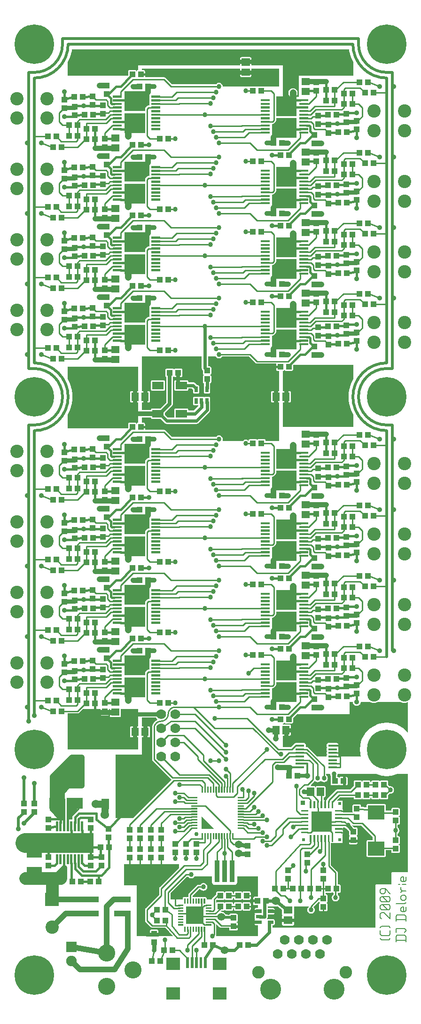
<source format=gbr>
G04 start of page 2 for group 0 idx 0 *
G04 Title: (unknown), component *
G04 Creator: pcb 1.99y *
G04 CreationDate: Fri Oct 30 23:31:22 2009 UTC *
G04 For: dj *
G04 Format: Gerber/RS-274X *
G04 PCB-Dimensions: 290000 700000 *
G04 PCB-Coordinate-Origin: lower left *
%MOIN*%
%FSLAX25Y25*%
%LNFRONT*%
%ADD11C,0.0200*%
%ADD12C,0.0100*%
%ADD13C,0.0150*%
%ADD14C,0.0300*%
%ADD15C,0.0150*%
%ADD16C,0.0300*%
%ADD17C,0.0400*%
%ADD18C,0.0240*%
%ADD19C,0.0350*%
%ADD20C,0.0330*%
%ADD21C,0.0400*%
%ADD22C,0.0250*%
%ADD23C,0.0450*%
%ADD24C,0.0340*%
%ADD25C,0.0380*%
%ADD26C,0.0130*%
%ADD27C,0.0160*%
%ADD28C,0.0140*%
%ADD29C,0.0169*%
%ADD30C,0.0500*%
%ADD31C,0.1400*%
%ADD32C,0.0297*%
%ADD33C,0.0900*%
%ADD34C,0.0410*%
%ADD35C,0.0200*%
%ADD36C,0.0110*%
%ADD37C,0.0080*%
%ADD38C,0.2800*%
%ADD39C,0.0700*%
%ADD40C,0.1480*%
%ADD41C,0.0890*%
%ADD42C,0.0944*%
%ADD43C,0.0750*%
%ADD44C,0.1217*%
%ADD45C,0.0945*%
%ADD46C,0.0360*%
%ADD47C,0.0600*%
%ADD48C,0.0460*%
%ADD49C,0.0540*%
%ADD50C,0.0950*%
%ADD51C,0.0550*%
%ADD52C,0.1200*%
%ADD53R,0.0551X0.0551*%
%ADD54R,0.0240X0.0240*%
%ADD55R,0.0512X0.0512*%
%ADD56R,0.0150X0.0150*%
%ADD57R,0.0110X0.0110*%
%ADD58R,0.0130X0.0130*%
%ADD59R,0.0118X0.0118*%
%ADD60R,0.0984X0.0984*%
%ADD61R,0.0197X0.0197*%
%ADD62R,0.0669X0.0669*%
%ADD63R,0.0169X0.0169*%
%ADD64R,0.0400X0.0400*%
%ADD65R,0.0866X0.0866*%
%ADD66R,0.0315X0.0315*%
%ADD67C,0.1280*%
%ADD68C,0.0394*%
%ADD69C,0.0430*%
%ADD70C,0.0433*%
G54D11*G36*
X206000Y513500D02*X188500D01*
Y523412D01*
X188912D01*
X188991Y523419D01*
X189043D01*
X189097Y523428D01*
X189172Y523435D01*
X189245Y523454D01*
X189300Y523464D01*
X189349Y523482D01*
X189425Y523502D01*
X189493Y523534D01*
X189546Y523553D01*
X189598Y523583D01*
X189662Y523613D01*
X189722Y523655D01*
X189772Y523684D01*
X189816Y523721D01*
X189876Y523763D01*
X189928Y523815D01*
X189972Y523852D01*
X191060Y524940D01*
X191061Y524939D01*
X191108Y524995D01*
X191149Y525036D01*
X191182Y525083D01*
X191229Y525139D01*
X191266Y525203D01*
X191299Y525250D01*
X191325Y525305D01*
X191360Y525366D01*
X191383Y525429D01*
X191410Y525487D01*
X191427Y525550D01*
X191449Y525612D01*
X191461Y525681D01*
X191477Y525740D01*
X191482Y525796D01*
X191495Y525869D01*
Y525943D01*
X191500Y526000D01*
Y527500D01*
X206000D01*
Y513500D01*
G37*
G36*
Y529000D02*X191500D01*
Y543000D01*
X201351D01*
X201379Y542972D01*
X201850Y542642D01*
X202371Y542399D01*
X202927Y542250D01*
X203500Y542200D01*
X204073Y542250D01*
X204629Y542399D01*
X205150Y542642D01*
X205621Y542972D01*
X205649Y543000D01*
X206000D01*
Y529000D01*
G37*
G36*
Y563500D02*X188500D01*
Y573412D01*
X188912D01*
X188991Y573419D01*
X189043D01*
X189097Y573428D01*
X189172Y573435D01*
X189245Y573454D01*
X189300Y573464D01*
X189349Y573482D01*
X189425Y573502D01*
X189493Y573534D01*
X189546Y573553D01*
X189598Y573583D01*
X189662Y573613D01*
X189722Y573655D01*
X189772Y573684D01*
X189816Y573721D01*
X189876Y573763D01*
X189928Y573815D01*
X189972Y573852D01*
X191060Y574940D01*
X191061Y574939D01*
X191108Y574995D01*
X191149Y575036D01*
X191181Y575082D01*
X191229Y575139D01*
X191265Y575202D01*
X191299Y575250D01*
X191325Y575306D01*
X191360Y575366D01*
X191383Y575429D01*
X191410Y575487D01*
X191426Y575549D01*
X191449Y575612D01*
X191461Y575681D01*
X191477Y575740D01*
X191482Y575798D01*
X191495Y575869D01*
Y575943D01*
X191500Y576000D01*
Y577500D01*
X206000D01*
Y563500D01*
G37*
G36*
X84000Y496500D02*X101500D01*
Y486588D01*
X101088D01*
X101031Y486583D01*
X100957D01*
X100886Y486570D01*
X100828Y486565D01*
X100769Y486549D01*
X100700Y486537D01*
X100637Y486514D01*
X100575Y486498D01*
X100517Y486471D01*
X100454Y486448D01*
X100394Y486413D01*
X100338Y486387D01*
X100290Y486353D01*
X100227Y486317D01*
X100170Y486269D01*
X100124Y486237D01*
X100083Y486196D01*
X100027Y486149D01*
X98939Y485061D01*
X98940Y485060D01*
X98903Y485016D01*
X98851Y484964D01*
X98809Y484904D01*
X98772Y484860D01*
X98743Y484810D01*
X98701Y484750D01*
X98671Y484686D01*
X98641Y484634D01*
X98622Y484581D01*
X98590Y484513D01*
X98570Y484437D01*
X98552Y484388D01*
X98542Y484333D01*
X98523Y484260D01*
X98516Y484185D01*
X98507Y484131D01*
Y484079D01*
X98500Y484000D01*
Y482500D01*
X84000D01*
Y496500D01*
G37*
G36*
Y481000D02*X98500D01*
Y467000D01*
X88649D01*
X88621Y467028D01*
X88150Y467358D01*
X87629Y467601D01*
X87073Y467750D01*
X86500Y467800D01*
X85927Y467750D01*
X85371Y467601D01*
X84850Y467358D01*
X84379Y467028D01*
X84351Y467000D01*
X84000D01*
Y481000D01*
G37*
G36*
Y546500D02*X101500D01*
Y536588D01*
X101088D01*
X101031Y536583D01*
X100957D01*
X100886Y536570D01*
X100828Y536565D01*
X100769Y536549D01*
X100700Y536537D01*
X100637Y536514D01*
X100575Y536498D01*
X100517Y536471D01*
X100454Y536448D01*
X100394Y536413D01*
X100338Y536387D01*
X100290Y536353D01*
X100227Y536317D01*
X100170Y536269D01*
X100124Y536237D01*
X100083Y536196D01*
X100027Y536149D01*
X98939Y535061D01*
X98940Y535060D01*
X98903Y535016D01*
X98851Y534964D01*
X98809Y534904D01*
X98772Y534860D01*
X98743Y534810D01*
X98701Y534750D01*
X98671Y534686D01*
X98641Y534634D01*
X98622Y534581D01*
X98590Y534513D01*
X98570Y534437D01*
X98552Y534388D01*
X98542Y534333D01*
X98523Y534260D01*
X98516Y534185D01*
X98507Y534131D01*
Y534079D01*
X98500Y534000D01*
Y532500D01*
X84000D01*
Y546500D01*
G37*
G36*
Y531000D02*X98500D01*
Y517000D01*
X88649D01*
X88621Y517028D01*
X88150Y517358D01*
X87629Y517601D01*
X87073Y517750D01*
X86500Y517800D01*
X85927Y517750D01*
X85371Y517601D01*
X84850Y517358D01*
X84379Y517028D01*
X84351Y517000D01*
X84000D01*
Y531000D01*
G37*
G36*
X206000Y479000D02*X191500D01*
Y493000D01*
X201351D01*
X201379Y492972D01*
X201850Y492642D01*
X202371Y492399D01*
X202927Y492250D01*
X203500Y492200D01*
X204073Y492250D01*
X204629Y492399D01*
X205150Y492642D01*
X205621Y492972D01*
X205649Y493000D01*
X206000D01*
Y479000D01*
G37*
G36*
Y463500D02*X188500D01*
Y473412D01*
X188912D01*
X188993Y473419D01*
X189043D01*
X189096Y473428D01*
X189172Y473435D01*
X189246Y473455D01*
X189300Y473464D01*
X189351Y473482D01*
X189425Y473502D01*
X189490Y473533D01*
X189546Y473553D01*
X189597Y473583D01*
X189662Y473613D01*
X189723Y473655D01*
X189772Y473684D01*
X189816Y473721D01*
X189876Y473763D01*
X189928Y473815D01*
X189972Y473852D01*
X191060Y474940D01*
X191061Y474939D01*
X191108Y474995D01*
X191149Y475036D01*
X191182Y475083D01*
X191229Y475139D01*
X191266Y475203D01*
X191299Y475250D01*
X191325Y475305D01*
X191360Y475366D01*
X191383Y475429D01*
X191410Y475487D01*
X191427Y475550D01*
X191449Y475612D01*
X191461Y475681D01*
X191477Y475740D01*
X191482Y475796D01*
X191495Y475869D01*
Y475943D01*
X191500Y476000D01*
Y477500D01*
X206000D01*
Y463500D01*
G37*
G36*
X84000Y246500D02*X101500D01*
Y236588D01*
X101088D01*
X101031Y236583D01*
X100957D01*
X100886Y236570D01*
X100828Y236565D01*
X100769Y236549D01*
X100700Y236537D01*
X100637Y236514D01*
X100575Y236498D01*
X100517Y236471D01*
X100454Y236448D01*
X100394Y236413D01*
X100338Y236387D01*
X100290Y236353D01*
X100227Y236317D01*
X100170Y236269D01*
X100124Y236237D01*
X100083Y236196D01*
X100027Y236149D01*
X98939Y235061D01*
X98940Y235060D01*
X98903Y235016D01*
X98851Y234964D01*
X98809Y234904D01*
X98772Y234860D01*
X98743Y234811D01*
X98701Y234750D01*
X98671Y234685D01*
X98641Y234634D01*
X98621Y234580D01*
X98590Y234513D01*
X98570Y234437D01*
X98552Y234388D01*
X98542Y234333D01*
X98523Y234260D01*
X98516Y234184D01*
X98507Y234131D01*
Y234081D01*
X98500Y234000D01*
Y232500D01*
X84000D01*
Y246500D01*
G37*
G36*
X43750Y180000D02*Y205500D01*
X50750D01*
X50829Y205507D01*
X50881D01*
X50934Y205516D01*
X51010Y205523D01*
X51083Y205542D01*
X51138Y205552D01*
X51187Y205570D01*
X51263Y205590D01*
X51331Y205622D01*
X51384Y205641D01*
X51436Y205671D01*
X51500Y205701D01*
X51560Y205743D01*
X51610Y205772D01*
X51654Y205809D01*
X51714Y205851D01*
X51766Y205903D01*
X51810Y205940D01*
X54620Y208750D01*
X67000D01*
Y205000D01*
X67015Y204826D01*
X67060Y204658D01*
X67134Y204500D01*
X67234Y204357D01*
X67357Y204234D01*
X67500Y204134D01*
X67658Y204060D01*
X67826Y204015D01*
X68000Y204000D01*
X72000D01*
X72174Y204015D01*
X72342Y204060D01*
X72500Y204134D01*
X72643Y204234D01*
X72766Y204357D01*
X72866Y204500D01*
X72940Y204658D01*
X72985Y204826D01*
X73000Y205000D01*
Y208750D01*
X73548D01*
Y203898D01*
X73563Y203724D01*
X73608Y203556D01*
X73682Y203398D01*
X73782Y203255D01*
X73905Y203132D01*
X74048Y203032D01*
X74206Y202958D01*
X74374Y202913D01*
X74548Y202898D01*
X80452D01*
X80626Y202913D01*
X80794Y202958D01*
X80952Y203032D01*
X81095Y203132D01*
X81218Y203255D01*
X81318Y203398D01*
X81392Y203556D01*
X81437Y203724D01*
X81452Y203898D01*
Y208750D01*
X93750D01*
Y196452D01*
X88898D01*
X88724Y196437D01*
X88556Y196392D01*
X88398Y196318D01*
X88255Y196218D01*
X88132Y196095D01*
X88032Y195952D01*
X87958Y195794D01*
X87913Y195626D01*
X87898Y195452D01*
Y189548D01*
X87913Y189374D01*
X87958Y189206D01*
X88032Y189048D01*
X88132Y188905D01*
X88255Y188782D01*
X88398Y188682D01*
X88556Y188608D01*
X88724Y188563D01*
X88898Y188548D01*
X93750D01*
Y180000D01*
X43750D01*
G37*
G36*
X84000Y231000D02*X98500D01*
Y217000D01*
X88649D01*
X88621Y217028D01*
X88150Y217358D01*
X87629Y217601D01*
X87073Y217750D01*
X86500Y217800D01*
X85927Y217750D01*
X85371Y217601D01*
X84850Y217358D01*
X84379Y217028D01*
X84351Y217000D01*
X84000D01*
Y231000D01*
G37*
G36*
X85019Y131250D02*X77500D01*
Y176250D01*
X85019D01*
Y174800D01*
X81672D01*
X81498Y174785D01*
X81330Y174740D01*
X81172Y174666D01*
X81029Y174566D01*
X80906Y174443D01*
X80806Y174300D01*
X80732Y174142D01*
X80687Y173974D01*
X80672Y173800D01*
Y161200D01*
X80687Y161026D01*
X80732Y160858D01*
X80806Y160700D01*
X80906Y160557D01*
X81029Y160434D01*
X81172Y160334D01*
X81330Y160260D01*
X81498Y160215D01*
X81672Y160200D01*
X85019D01*
Y145940D01*
X84888Y145975D01*
X84714Y145990D01*
X79596D01*
X79422Y145975D01*
X79254Y145930D01*
X79096Y145856D01*
X78953Y145756D01*
X78830Y145633D01*
X78730Y145490D01*
X78656Y145332D01*
X78611Y145164D01*
X78596Y144990D01*
Y137510D01*
X78611Y137336D01*
X78656Y137168D01*
X78730Y137010D01*
X78830Y136867D01*
X78953Y136744D01*
X79096Y136644D01*
X79254Y136570D01*
X79422Y136525D01*
X79596Y136510D01*
X84714D01*
X84888Y136525D01*
X85019Y136560D01*
Y131250D01*
G37*
G36*
X90000D02*X85019D01*
Y136560D01*
X85056Y136570D01*
X85214Y136644D01*
X85357Y136744D01*
X85480Y136867D01*
X85580Y137010D01*
X85654Y137168D01*
X85699Y137336D01*
X85714Y137510D01*
Y144990D01*
X85699Y145164D01*
X85654Y145332D01*
X85580Y145490D01*
X85480Y145633D01*
X85357Y145756D01*
X85214Y145856D01*
X85056Y145930D01*
X85019Y145940D01*
Y160200D01*
X88366D01*
X88540Y160215D01*
X88708Y160260D01*
X88866Y160334D01*
X89009Y160434D01*
X89132Y160557D01*
X89232Y160700D01*
X89306Y160858D01*
X89351Y161026D01*
X89366Y161200D01*
Y173800D01*
X89351Y173974D01*
X89306Y174142D01*
X89232Y174300D01*
X89132Y174443D01*
X89009Y174566D01*
X88866Y174666D01*
X88708Y174740D01*
X88540Y174785D01*
X88366Y174800D01*
X85019D01*
Y176250D01*
X97500D01*
X108750Y150000D01*
X90000Y131250D01*
G37*
G36*
X93750Y83750D02*X83750D01*
Y98750D01*
X93750D01*
Y83750D01*
G37*
G36*
X28000Y120750D02*X45000D01*
Y120656D01*
X39094D01*
X38920Y120641D01*
X38752Y120596D01*
X38594Y120522D01*
X38451Y120422D01*
X38328Y120299D01*
X38228Y120156D01*
X38154Y119998D01*
X38109Y119830D01*
X38094Y119656D01*
Y107844D01*
X38109Y107670D01*
X38154Y107502D01*
X38228Y107344D01*
X38328Y107201D01*
X38451Y107078D01*
X38594Y106978D01*
X38752Y106904D01*
X38920Y106859D01*
X39094Y106844D01*
X45000D01*
Y106750D01*
X28000D01*
Y120750D01*
G37*
G36*
X45000D02*X62000D01*
Y106750D01*
X45000D01*
Y106844D01*
X50906D01*
X51080Y106859D01*
X51248Y106904D01*
X51406Y106978D01*
X51549Y107078D01*
X51672Y107201D01*
X51772Y107344D01*
X51846Y107502D01*
X51891Y107670D01*
X51906Y107844D01*
Y119656D01*
X51891Y119830D01*
X51846Y119998D01*
X51772Y120156D01*
X51672Y120299D01*
X51549Y120422D01*
X51406Y120522D01*
X51248Y120596D01*
X51080Y120641D01*
X50906Y120656D01*
X45000D01*
Y120750D01*
G37*
G36*
X92500Y47500D02*Y98750D01*
X122500D01*
Y95872D01*
X108939Y82311D01*
X108940Y82310D01*
X108903Y82266D01*
X108851Y82214D01*
X108809Y82154D01*
X108772Y82110D01*
X108743Y82061D01*
X108701Y82000D01*
X108671Y81935D01*
X108641Y81884D01*
X108621Y81828D01*
X108590Y81763D01*
X108570Y81689D01*
X108552Y81638D01*
X108543Y81584D01*
X108523Y81510D01*
X108516Y81434D01*
X108507Y81381D01*
Y81331D01*
X108500Y81250D01*
Y76872D01*
X98939Y67311D01*
X98940Y67310D01*
X98903Y67266D01*
X98851Y67214D01*
X98809Y67154D01*
X98772Y67110D01*
X98743Y67061D01*
X98701Y67000D01*
X98671Y66935D01*
X98641Y66884D01*
X98621Y66830D01*
X98590Y66763D01*
X98570Y66687D01*
X98552Y66638D01*
X98542Y66583D01*
X98523Y66510D01*
X98516Y66434D01*
X98507Y66381D01*
Y66329D01*
X98500Y66250D01*
Y58750D01*
X98506Y58682D01*
Y58620D01*
X98517Y58556D01*
X98523Y58490D01*
X98540Y58425D01*
X98551Y58363D01*
X98572Y58304D01*
X98590Y58237D01*
X98619Y58174D01*
X98640Y58117D01*
X98672Y58061D01*
X98701Y58000D01*
X98738Y57948D01*
X98771Y57890D01*
X98814Y57839D01*
X98851Y57786D01*
X98897Y57740D01*
X98939Y57690D01*
X102690Y53939D01*
X102740Y53897D01*
X102786Y53851D01*
X102839Y53814D01*
X102890Y53771D01*
X102947Y53738D01*
X103000Y53701D01*
X103060Y53673D01*
X103117Y53640D01*
X103175Y53619D01*
X103237Y53590D01*
X103305Y53572D01*
X103363Y53551D01*
X103426Y53540D01*
X103490Y53523D01*
X103557Y53517D01*
X103620Y53506D01*
X103682D01*
X103750Y53500D01*
X113060D01*
X118203Y47500D01*
X113502D01*
X113423Y47537D01*
X112969Y47659D01*
X112500Y47700D01*
X112031Y47659D01*
X111577Y47537D01*
X111498Y47500D01*
X108001D01*
Y51250D01*
X107986Y51424D01*
X107941Y51592D01*
X107867Y51751D01*
X107767Y51893D01*
X107643Y52017D01*
X107501Y52117D01*
X107342Y52191D01*
X107174Y52236D01*
X107000Y52251D01*
X103000D01*
X102826Y52236D01*
X102658Y52191D01*
X102499Y52117D01*
X102357Y52017D01*
X102233Y51893D01*
X102133Y51751D01*
X102059Y51592D01*
X102014Y51424D01*
X101999Y51250D01*
Y47500D01*
X92500D01*
G37*
G36*
X33000Y136750D02*X38000D01*
Y131750D01*
X33000Y136750D01*
G37*
G36*
X147500Y123500D02*X138500D01*
Y132500D01*
X147500Y123500D01*
G37*
G36*
X43000Y130250D02*Y145750D01*
X45442D01*
X45437Y145687D01*
Y137813D01*
X45452Y137639D01*
X45497Y137471D01*
X45571Y137313D01*
X45671Y137170D01*
X45794Y137047D01*
X45937Y136947D01*
X46095Y136873D01*
X46263Y136828D01*
X46437Y136813D01*
X50563D01*
X47000Y133250D01*
Y130250D01*
X43000D01*
G37*
G36*
X185000Y59566D02*Y59901D01*
X185085Y59986D01*
X185305Y60300D01*
X185467Y60648D01*
X185567Y61018D01*
X185600Y61400D01*
Y63100D01*
X189500D01*
X189674Y63115D01*
X189842Y63160D01*
X190000Y63234D01*
X190143Y63334D01*
X190266Y63457D01*
X190366Y63600D01*
X190440Y63758D01*
X190485Y63926D01*
X190500Y64100D01*
Y66500D01*
X190485Y66674D01*
X190440Y66842D01*
X190366Y67000D01*
X190266Y67143D01*
X190143Y67266D01*
X190000Y67366D01*
X189842Y67440D01*
X189674Y67485D01*
X189500Y67500D01*
X185600D01*
Y68750D01*
X189863D01*
X189882Y68741D01*
X190555Y68561D01*
X191250Y68500D01*
X191945Y68561D01*
X192543Y68721D01*
X195648Y66322D01*
Y63484D01*
X195669Y63241D01*
X195732Y63005D01*
X195836Y62784D01*
X195976Y62584D01*
X196060Y62500D01*
X195976Y62416D01*
X195836Y62216D01*
X195732Y61995D01*
X195669Y61759D01*
X195648Y61516D01*
Y56398D01*
X195669Y56155D01*
X195732Y55919D01*
X195836Y55698D01*
X195976Y55498D01*
X196148Y55326D01*
X196348Y55186D01*
X196569Y55082D01*
X196805Y55019D01*
X197048Y54998D01*
X202952D01*
X203195Y55019D01*
X203431Y55082D01*
X203652Y55186D01*
X203852Y55326D01*
X204024Y55498D01*
X204164Y55698D01*
X204268Y55919D01*
X204331Y56155D01*
X204352Y56398D01*
Y61516D01*
X204331Y61759D01*
X204268Y61995D01*
X204164Y62216D01*
X204024Y62416D01*
X203940Y62500D01*
X204024Y62584D01*
X204164Y62784D01*
X204268Y63005D01*
X204331Y63241D01*
X204352Y63484D01*
Y68602D01*
X204339Y68750D01*
X214750D01*
Y68483D01*
X214514Y68318D01*
X214182Y67986D01*
X213912Y67600D01*
X213713Y67173D01*
X213591Y66719D01*
X213550Y66250D01*
X213591Y65781D01*
X213713Y65327D01*
X213912Y64900D01*
X214182Y64514D01*
X214514Y64182D01*
X214900Y63912D01*
X215327Y63713D01*
X215781Y63591D01*
X216250Y63550D01*
X216719Y63591D01*
X217173Y63713D01*
X217600Y63912D01*
X217986Y64182D01*
X218318Y64514D01*
X218588Y64900D01*
X218787Y65327D01*
X218909Y65781D01*
X218950Y66250D01*
X218909Y66719D01*
X218787Y67173D01*
X218588Y67600D01*
X218318Y67986D01*
X217986Y68318D01*
X217958Y68338D01*
X221999Y72379D01*
Y72250D01*
X222014Y72076D01*
X222059Y71908D01*
X222133Y71749D01*
X222233Y71607D01*
X222357Y71483D01*
X222499Y71383D01*
X222658Y71309D01*
X222826Y71264D01*
X222988Y71250D01*
X222826Y71236D01*
X222658Y71191D01*
X222499Y71117D01*
X222357Y71017D01*
X222233Y70893D01*
X222133Y70751D01*
X222059Y70592D01*
X222014Y70424D01*
X221999Y70250D01*
Y66250D01*
X222014Y66076D01*
X222059Y65908D01*
X222133Y65749D01*
X222233Y65607D01*
X222357Y65483D01*
X222499Y65383D01*
X222658Y65309D01*
X222826Y65264D01*
X223000Y65249D01*
X227000D01*
X227174Y65264D01*
X227342Y65309D01*
X227501Y65383D01*
X227643Y65483D01*
X227767Y65607D01*
X227867Y65749D01*
X227941Y65908D01*
X227986Y66076D01*
X228001Y66250D01*
Y70250D01*
X227986Y70424D01*
X227941Y70592D01*
X227867Y70751D01*
X227767Y70893D01*
X227643Y71017D01*
X227501Y71117D01*
X227342Y71191D01*
X227174Y71236D01*
X227012Y71250D01*
X227174Y71264D01*
X227342Y71309D01*
X227501Y71383D01*
X227643Y71483D01*
X227767Y71607D01*
X227867Y71749D01*
X227941Y71908D01*
X227986Y72076D01*
X228001Y72250D01*
Y76250D01*
X227986Y76424D01*
X227941Y76592D01*
X227867Y76751D01*
X227767Y76893D01*
X227643Y77017D01*
X227501Y77117D01*
X227342Y77191D01*
X227174Y77236D01*
X227000Y77251D01*
X226500D01*
Y78249D01*
X230250D01*
X230424Y78264D01*
X230592Y78309D01*
X230751Y78383D01*
X230893Y78483D01*
X231017Y78607D01*
X231117Y78749D01*
X231191Y78908D01*
X231236Y79076D01*
X231250Y79238D01*
X231264Y79076D01*
X231309Y78908D01*
X231383Y78749D01*
X231483Y78607D01*
X231607Y78483D01*
X231749Y78383D01*
X231908Y78309D01*
X232076Y78264D01*
X232250Y78249D01*
Y77233D01*
X232014Y77068D01*
X231682Y76736D01*
X231412Y76350D01*
X231213Y75923D01*
X231091Y75469D01*
X231050Y75000D01*
X231091Y74531D01*
X231213Y74077D01*
X231412Y73650D01*
X231682Y73264D01*
X232014Y72932D01*
X232400Y72662D01*
X232827Y72463D01*
X233281Y72341D01*
X233750Y72300D01*
X234219Y72341D01*
X234673Y72463D01*
X235100Y72662D01*
X235486Y72932D01*
X235818Y73264D01*
X236088Y73650D01*
X236287Y74077D01*
X236409Y74531D01*
X236450Y75000D01*
X236409Y75469D01*
X236287Y75923D01*
X236088Y76350D01*
X235818Y76736D01*
X235486Y77068D01*
X235250Y77233D01*
Y78249D01*
X236250D01*
X236424Y78264D01*
X236592Y78309D01*
X236751Y78383D01*
X236893Y78483D01*
X237017Y78607D01*
X237117Y78749D01*
X237191Y78908D01*
X237236Y79076D01*
X237251Y79250D01*
Y83250D01*
X237236Y83424D01*
X237191Y83592D01*
X237117Y83751D01*
X237017Y83893D01*
X236893Y84017D01*
X236751Y84117D01*
X236592Y84191D01*
X236424Y84236D01*
X236250Y84251D01*
X235250D01*
Y92500D01*
X235244Y92568D01*
Y92631D01*
X235233Y92693D01*
X235227Y92760D01*
X235209Y92829D01*
X235198Y92889D01*
X235179Y92941D01*
X235160Y93013D01*
X235128Y93080D01*
X235109Y93134D01*
X235079Y93186D01*
X235049Y93250D01*
X235009Y93306D01*
X234978Y93361D01*
X234937Y93410D01*
X234899Y93464D01*
X234852Y93511D01*
X234810Y93561D01*
X230368Y98003D01*
Y113750D01*
X230423D01*
X230450Y113723D01*
X230536Y113663D01*
X230631Y113619D01*
X230732Y113592D01*
X230836Y113583D01*
X232018D01*
X232122Y113592D01*
X232223Y113619D01*
X232318Y113663D01*
X232404Y113723D01*
X232431Y113750D01*
X238750D01*
Y120069D01*
X238777Y120096D01*
X238837Y120182D01*
X238881Y120277D01*
X238908Y120378D01*
X238917Y120482D01*
Y121664D01*
X238908Y121768D01*
X238881Y121869D01*
X238837Y121964D01*
X238777Y122050D01*
X238750Y122077D01*
Y122628D01*
X238777Y122655D01*
X238837Y122741D01*
X238881Y122836D01*
X238908Y122937D01*
X238917Y123041D01*
Y124223D01*
X238908Y124327D01*
X238881Y124428D01*
X238837Y124523D01*
X238777Y124609D01*
X238750Y124636D01*
Y124691D01*
X240308D01*
X240432Y124514D01*
X240764Y124182D01*
X241150Y123912D01*
X241577Y123713D01*
X241668Y123689D01*
X243249Y121816D01*
Y119750D01*
X243264Y119576D01*
X243309Y119408D01*
X243383Y119249D01*
X243483Y119107D01*
X243607Y118983D01*
X243749Y118883D01*
X243908Y118809D01*
X244076Y118764D01*
X244238Y118750D01*
X244076Y118736D01*
X243908Y118691D01*
X243749Y118617D01*
X243607Y118517D01*
X243483Y118393D01*
X243383Y118251D01*
X243309Y118092D01*
X243264Y117924D01*
X243249Y117750D01*
Y113750D01*
X243264Y113576D01*
X243309Y113408D01*
X243383Y113249D01*
X243483Y113107D01*
X243607Y112983D01*
X243749Y112883D01*
X243908Y112809D01*
X244076Y112764D01*
X244250Y112749D01*
X248250D01*
X248424Y112764D01*
X248592Y112809D01*
X248751Y112883D01*
X248893Y112983D01*
X249017Y113107D01*
X249117Y113249D01*
X249191Y113408D01*
X249236Y113576D01*
X249251Y113750D01*
Y117750D01*
X249236Y117924D01*
X249191Y118092D01*
X249117Y118251D01*
X249017Y118393D01*
X248893Y118517D01*
X248751Y118617D01*
X248592Y118691D01*
X248424Y118736D01*
X248262Y118750D01*
X248424Y118764D01*
X248592Y118809D01*
X248751Y118883D01*
X248893Y118983D01*
X249017Y119107D01*
X249117Y119249D01*
X249191Y119408D01*
X249236Y119576D01*
X249251Y119750D01*
Y123750D01*
X249236Y123924D01*
X249191Y124092D01*
X249117Y124251D01*
X249017Y124393D01*
X248893Y124517D01*
X248751Y124617D01*
X248592Y124691D01*
X248424Y124736D01*
X248250Y124751D01*
X246661D01*
X245346Y126308D01*
X245390Y126271D01*
X245447Y126238D01*
X245500Y126201D01*
X245560Y126173D01*
X245617Y126140D01*
X245675Y126119D01*
X245737Y126090D01*
X245805Y126072D01*
X245863Y126051D01*
X245926Y126040D01*
X245990Y126023D01*
X246057Y126017D01*
X246120Y126006D01*
X246182D01*
X246250Y126000D01*
X251879D01*
X260016Y117863D01*
Y115626D01*
X256595D01*
X256421Y115611D01*
X256253Y115566D01*
X256095Y115492D01*
X255952Y115392D01*
X255829Y115269D01*
X255729Y115126D01*
X255655Y114968D01*
X255610Y114800D01*
X255595Y114626D01*
Y104784D01*
X255610Y104610D01*
X255655Y104442D01*
X255729Y104284D01*
X255829Y104141D01*
X255952Y104018D01*
X256095Y103918D01*
X256253Y103844D01*
X256421Y103799D01*
X256595Y103784D01*
X268406D01*
X268580Y103799D01*
X268748Y103844D01*
X268906Y103918D01*
X269049Y104018D01*
X269172Y104141D01*
X269272Y104284D01*
X269346Y104442D01*
X269391Y104610D01*
X269406Y104784D01*
Y108500D01*
X273249D01*
Y107500D01*
X273264Y107326D01*
X273309Y107158D01*
X273383Y106999D01*
X273483Y106857D01*
X273607Y106733D01*
X273749Y106633D01*
X273908Y106559D01*
X274076Y106514D01*
X274250Y106499D01*
X278250D01*
X278424Y106514D01*
X278592Y106559D01*
X278751Y106633D01*
X278893Y106733D01*
X279017Y106857D01*
X279117Y106999D01*
X279191Y107158D01*
X279236Y107326D01*
X279251Y107500D01*
Y111500D01*
X279236Y111674D01*
X279191Y111842D01*
X279117Y112001D01*
X279017Y112143D01*
X278893Y112267D01*
X278751Y112367D01*
X278592Y112441D01*
X278424Y112486D01*
X278262Y112500D01*
X278424Y112514D01*
X278592Y112559D01*
X278751Y112633D01*
X278893Y112733D01*
X279017Y112857D01*
X279117Y112999D01*
X279191Y113158D01*
X279236Y113326D01*
X279251Y113500D01*
Y117500D01*
X279236Y117674D01*
X279191Y117842D01*
X279117Y118001D01*
X279017Y118143D01*
X278893Y118267D01*
X278751Y118367D01*
X278592Y118441D01*
X278424Y118486D01*
X278250Y118501D01*
X277750D01*
Y120267D01*
X277986Y120432D01*
X278318Y120764D01*
X278588Y121150D01*
X278787Y121577D01*
X278909Y122031D01*
X278950Y122500D01*
X278909Y122969D01*
X278787Y123423D01*
X278588Y123850D01*
X278318Y124236D01*
X277986Y124568D01*
X277750Y124733D01*
Y126499D01*
X278250D01*
X278424Y126514D01*
X278592Y126559D01*
X278751Y126633D01*
X278893Y126733D01*
X279017Y126857D01*
X279117Y126999D01*
X279191Y127158D01*
X279236Y127326D01*
X279251Y127500D01*
Y131500D01*
X279236Y131674D01*
X279191Y131842D01*
X279117Y132001D01*
X279017Y132143D01*
X278893Y132267D01*
X278751Y132367D01*
X278592Y132441D01*
X278424Y132486D01*
X278262Y132500D01*
X278424Y132514D01*
X278592Y132559D01*
X278751Y132633D01*
X278893Y132733D01*
X279017Y132857D01*
X279117Y132999D01*
X279191Y133158D01*
X279236Y133326D01*
X279251Y133500D01*
Y137500D01*
X279236Y137674D01*
X279191Y137842D01*
X279117Y138001D01*
X279017Y138143D01*
X278893Y138267D01*
X278751Y138367D01*
X278592Y138441D01*
X278424Y138486D01*
X278250Y138501D01*
X274250D01*
X274076Y138486D01*
X273908Y138441D01*
X273749Y138367D01*
X273607Y138267D01*
X273483Y138143D01*
X273383Y138001D01*
X273309Y137842D01*
X273264Y137674D01*
X273249Y137500D01*
Y136500D01*
X269406D01*
Y140217D01*
X269391Y140391D01*
X269346Y140559D01*
X269272Y140717D01*
X269172Y140860D01*
X269049Y140983D01*
X268906Y141083D01*
X268748Y141157D01*
X268580Y141202D01*
X268406Y141217D01*
X256595D01*
X256421Y141202D01*
X256253Y141157D01*
X256095Y141083D01*
X255952Y140983D01*
X255829Y140860D01*
X255729Y140717D01*
X255655Y140559D01*
X255610Y140391D01*
X255595Y140217D01*
Y138837D01*
X251751Y139213D01*
Y140000D01*
X251736Y140174D01*
X251691Y140342D01*
X251617Y140501D01*
X251517Y140643D01*
X251393Y140767D01*
X251251Y140867D01*
X251092Y140941D01*
X250924Y140986D01*
X250750Y141001D01*
X246750D01*
X246576Y140986D01*
X246408Y140941D01*
X246249Y140867D01*
X246107Y140767D01*
X245983Y140643D01*
X245883Y140501D01*
X245809Y140342D01*
X245764Y140174D01*
X245749Y140000D01*
Y136000D01*
X245764Y135826D01*
X245809Y135658D01*
X245883Y135499D01*
X245975Y135368D01*
X238750D01*
Y135423D01*
X238777Y135450D01*
X238837Y135536D01*
X238881Y135631D01*
X238908Y135732D01*
X238917Y135836D01*
Y137018D01*
X238908Y137122D01*
X238881Y137223D01*
X238837Y137318D01*
X238777Y137404D01*
X238750Y137431D01*
Y143750D01*
X234572D01*
X236822Y146000D01*
X246500D01*
Y145500D01*
X246515Y145326D01*
X246560Y145158D01*
X246634Y145000D01*
X246734Y144857D01*
X246857Y144734D01*
X247000Y144634D01*
X247158Y144560D01*
X247326Y144515D01*
X247500Y144500D01*
X251500D01*
X251674Y144515D01*
X251842Y144560D01*
X252000Y144634D01*
X252143Y144734D01*
X252266Y144857D01*
X252366Y145000D01*
X252440Y145158D01*
X252485Y145326D01*
X252500Y145500D01*
X252515Y145326D01*
X252560Y145158D01*
X252634Y145000D01*
X252734Y144857D01*
X252857Y144734D01*
X253000Y144634D01*
X253158Y144560D01*
X253326Y144515D01*
X253500Y144500D01*
X257500D01*
X257674Y144515D01*
X257842Y144560D01*
X258000Y144634D01*
X258143Y144734D01*
X258266Y144857D01*
X258366Y145000D01*
X258440Y145158D01*
X258485Y145326D01*
X258500Y145500D01*
Y146000D01*
X259000D01*
Y145500D01*
X259015Y145326D01*
X259060Y145158D01*
X259134Y145000D01*
X259234Y144857D01*
X259357Y144734D01*
X259500Y144634D01*
X259658Y144560D01*
X259826Y144515D01*
X260000Y144500D01*
X264000D01*
X264174Y144515D01*
X264342Y144560D01*
X264500Y144634D01*
X264643Y144734D01*
X264766Y144857D01*
X264866Y145000D01*
X264940Y145158D01*
X264985Y145326D01*
X265000Y145500D01*
X265015Y145326D01*
X265060Y145158D01*
X265134Y145000D01*
X265234Y144857D01*
X265357Y144734D01*
X265500Y144634D01*
X265658Y144560D01*
X265826Y144515D01*
X266000Y144500D01*
X270000D01*
X270174Y144515D01*
X270342Y144560D01*
X270500Y144634D01*
X270643Y144734D01*
X270766Y144857D01*
X270866Y145000D01*
X270940Y145158D01*
X270985Y145326D01*
X271000Y145500D01*
Y147630D01*
X271976Y148606D01*
X272031Y148591D01*
X272500Y148550D01*
X272969Y148591D01*
X273423Y148713D01*
X273850Y148912D01*
X274236Y149182D01*
X274568Y149514D01*
X274838Y149900D01*
X275037Y150327D01*
X275159Y150781D01*
X275200Y151250D01*
X275159Y151719D01*
X275037Y152173D01*
X274838Y152600D01*
X274568Y152986D01*
X274236Y153318D01*
X273850Y153588D01*
X273423Y153787D01*
X272969Y153909D01*
X272500Y153950D01*
X272031Y153909D01*
X271977Y153894D01*
X271000Y154871D01*
Y157000D01*
X270985Y157174D01*
X270940Y157342D01*
X270866Y157500D01*
X270766Y157643D01*
X270643Y157766D01*
X270500Y157866D01*
X270342Y157940D01*
X270174Y157985D01*
X270000Y158000D01*
X266000D01*
X265826Y157985D01*
X265658Y157940D01*
X265500Y157866D01*
X265357Y157766D01*
X265234Y157643D01*
X265134Y157500D01*
X265060Y157342D01*
X265015Y157174D01*
X265000Y157000D01*
X264985Y157174D01*
X264940Y157342D01*
X264866Y157500D01*
X264766Y157643D01*
X264643Y157766D01*
X264500Y157866D01*
X264342Y157940D01*
X264174Y157985D01*
X264000Y158000D01*
X260000D01*
X259826Y157985D01*
X259658Y157940D01*
X259500Y157866D01*
X259357Y157766D01*
X259234Y157643D01*
X259134Y157500D01*
X259060Y157342D01*
X259015Y157174D01*
X259000Y157000D01*
Y156500D01*
X258500D01*
Y157000D01*
X258485Y157174D01*
X258440Y157342D01*
X258366Y157500D01*
X258266Y157643D01*
X258143Y157766D01*
X258000Y157866D01*
X257842Y157940D01*
X257674Y157985D01*
X257500Y158000D01*
X253500D01*
X253326Y157985D01*
X253158Y157940D01*
X253000Y157866D01*
X252857Y157766D01*
X252734Y157643D01*
X252634Y157500D01*
X252560Y157342D01*
X252515Y157174D01*
X252500Y157000D01*
X252485Y157174D01*
X252440Y157342D01*
X252366Y157500D01*
X252266Y157643D01*
X252143Y157766D01*
X252000Y157866D01*
X251842Y157940D01*
X251674Y157985D01*
X251500Y158000D01*
X247500D01*
X247326Y157985D01*
X247158Y157940D01*
X247000Y157866D01*
X246857Y157766D01*
X246734Y157643D01*
X246634Y157500D01*
X246560Y157342D01*
X246515Y157174D01*
X246500Y157000D01*
Y154122D01*
X243878Y151500D01*
X235000D01*
X234944Y151495D01*
X234869D01*
X234797Y151482D01*
X234740Y151477D01*
X234680Y151461D01*
X234612Y151449D01*
X234550Y151427D01*
X234487Y151410D01*
X234429Y151383D01*
X234366Y151360D01*
X234306Y151325D01*
X234250Y151299D01*
X234202Y151265D01*
X234139Y151229D01*
X234083Y151182D01*
X234036Y151149D01*
X233995Y151108D01*
X233939Y151061D01*
X227808Y144930D01*
X227809Y144929D01*
X227771Y144884D01*
X227720Y144833D01*
X227678Y144774D01*
X227641Y144729D01*
X227613Y144680D01*
X227570Y144619D01*
X227540Y144554D01*
X227510Y144503D01*
X227491Y144450D01*
X227459Y144382D01*
X227439Y144306D01*
X227421Y144257D01*
X227411Y144202D01*
X227392Y144129D01*
X227385Y144053D01*
X227376Y144000D01*
Y143948D01*
X227369Y143869D01*
Y143750D01*
X227314D01*
X227287Y143777D01*
X227201Y143837D01*
X227106Y143881D01*
X227005Y143908D01*
X226901Y143917D01*
X225719D01*
X225615Y143908D01*
X225514Y143881D01*
X225419Y143837D01*
X225333Y143777D01*
X225306Y143750D01*
X225250D01*
Y146048D01*
X225602D01*
X225776Y146063D01*
X225944Y146108D01*
X226102Y146182D01*
X226245Y146282D01*
X226368Y146405D01*
X226468Y146548D01*
X226542Y146706D01*
X226587Y146874D01*
X226602Y147048D01*
Y152952D01*
X226587Y153126D01*
X226542Y153294D01*
X226468Y153452D01*
X226368Y153595D01*
X226245Y153718D01*
X226102Y153818D01*
X225944Y153892D01*
X225776Y153937D01*
X225602Y153952D01*
X220484D01*
X220310Y153937D01*
X220142Y153892D01*
X219984Y153818D01*
X219841Y153718D01*
X219718Y153595D01*
X219618Y153452D01*
X219544Y153294D01*
X219500Y153130D01*
X219456Y153294D01*
X219382Y153452D01*
X219282Y153595D01*
X219159Y153718D01*
X219016Y153818D01*
X218858Y153892D01*
X218690Y153937D01*
X218516Y153952D01*
X216250D01*
Y155130D01*
X218560Y157440D01*
X218561Y157439D01*
X218608Y157495D01*
X218649Y157536D01*
X218682Y157583D01*
X218729Y157639D01*
X218766Y157703D01*
X218799Y157750D01*
X218825Y157805D01*
X218860Y157866D01*
Y157867D01*
X218932Y157764D01*
X219264Y157432D01*
X219650Y157162D01*
X220077Y156963D01*
X220531Y156841D01*
X221000Y156800D01*
X221469Y156841D01*
X221923Y156963D01*
X222350Y157162D01*
X222736Y157432D01*
X223068Y157764D01*
X223250Y158024D01*
X223432Y157764D01*
X223764Y157432D01*
X224150Y157162D01*
X224577Y156963D01*
X225031Y156841D01*
X225500Y156800D01*
X225969Y156841D01*
X226423Y156963D01*
X226850Y157162D01*
X227236Y157432D01*
X227568Y157764D01*
X227838Y158150D01*
X228037Y158577D01*
X228159Y159031D01*
X228200Y159500D01*
X228159Y159969D01*
X228037Y160423D01*
X227838Y160850D01*
X227568Y161236D01*
X227236Y161568D01*
X227000Y161733D01*
Y162500D01*
X229800D01*
X229841Y162031D01*
X229963Y161577D01*
X230162Y161150D01*
X230250Y161024D01*
Y159512D01*
X230249Y159500D01*
Y155500D01*
X230264Y155326D01*
X230309Y155158D01*
X230383Y154999D01*
X230483Y154857D01*
X230607Y154733D01*
X230749Y154633D01*
X230908Y154559D01*
X231076Y154514D01*
X231250Y154499D01*
X235250D01*
X235424Y154514D01*
X235592Y154559D01*
X235751Y154633D01*
X235893Y154733D01*
X236017Y154857D01*
X236117Y154999D01*
X236191Y155158D01*
X236236Y155326D01*
X236250Y155488D01*
X236264Y155326D01*
X236309Y155158D01*
X236383Y154999D01*
X236483Y154857D01*
X236607Y154733D01*
X236749Y154633D01*
X236908Y154559D01*
X237076Y154514D01*
X237250Y154499D01*
X241250D01*
X241424Y154514D01*
X241592Y154559D01*
X241751Y154633D01*
X241893Y154733D01*
X242017Y154857D01*
X242117Y154999D01*
X242191Y155158D01*
X242236Y155326D01*
X242251Y155500D01*
Y159500D01*
X242236Y159674D01*
X242191Y159842D01*
X242117Y160001D01*
X242017Y160143D01*
X241893Y160267D01*
X241751Y160367D01*
X241592Y160441D01*
X241424Y160486D01*
X241250Y160501D01*
X237250D01*
X237076Y160486D01*
X236908Y160441D01*
X236749Y160367D01*
X236607Y160267D01*
X236483Y160143D01*
X236383Y160001D01*
X236309Y159842D01*
X236264Y159674D01*
X236250Y159512D01*
X236236Y159674D01*
X236191Y159842D01*
X236117Y160001D01*
X236017Y160143D01*
X235893Y160267D01*
X235751Y160367D01*
X235592Y160441D01*
X235424Y160486D01*
X235250Y160501D01*
X234750D01*
Y161024D01*
X234838Y161150D01*
X235037Y161577D01*
X235159Y162031D01*
X235200Y162500D01*
X262743D01*
X263502Y162146D01*
X266701Y161289D01*
X270000Y161000D01*
X273299Y161289D01*
X276498Y162146D01*
X277257Y162500D01*
X285000D01*
Y92867D01*
X284988Y92873D01*
X284887Y92900D01*
X284783Y92909D01*
X273892D01*
X273788Y92900D01*
X273687Y92873D01*
X273592Y92829D01*
X273506Y92769D01*
X273432Y92695D01*
X273372Y92609D01*
X273328Y92514D01*
X273301Y92413D01*
X273292Y92309D01*
Y84421D01*
X262642D01*
X262538Y84412D01*
X262437Y84385D01*
X262342Y84341D01*
X262256Y84281D01*
X262182Y84207D01*
X262122Y84121D01*
X262078Y84026D01*
X262051Y83925D01*
X262042Y83821D01*
Y53750D01*
X188900D01*
Y55300D01*
X189500D01*
X189674Y55315D01*
X189842Y55360D01*
X190000Y55434D01*
X190143Y55534D01*
X190266Y55657D01*
X190366Y55800D01*
X190440Y55958D01*
X190485Y56126D01*
X190500Y56300D01*
Y58700D01*
X190485Y58874D01*
X190440Y59042D01*
X190366Y59200D01*
X190266Y59343D01*
X190143Y59466D01*
X190000Y59566D01*
X189842Y59640D01*
X189674Y59685D01*
X189500Y59700D01*
X185500D01*
X185326Y59685D01*
X185158Y59640D01*
X185000Y59566D01*
G37*
G36*
X243750Y213750D02*X245950D01*
X245993Y213264D01*
X246119Y212792D01*
X246325Y212350D01*
X246605Y211950D01*
X246950Y211605D01*
X247350Y211325D01*
X247792Y211119D01*
X248264Y210993D01*
X248750Y210950D01*
X249236Y210993D01*
X249708Y211119D01*
X250150Y211325D01*
X250550Y211605D01*
X250895Y211950D01*
X251175Y212350D01*
X251381Y212792D01*
X251507Y213264D01*
X251550Y213750D01*
X258011D01*
X258888Y213341D01*
X259852Y213083D01*
X260846Y212996D01*
X261840Y213083D01*
X262804Y213341D01*
X263681Y213750D01*
X279665D01*
X280542Y213341D01*
X281506Y213083D01*
X282500Y212996D01*
X283494Y213083D01*
X284458Y213341D01*
X285000Y213594D01*
Y191577D01*
X284555Y192213D01*
X282213Y194555D01*
X279500Y196454D01*
X276498Y197854D01*
X273299Y198711D01*
X270000Y199000D01*
X266701Y198711D01*
X263502Y197854D01*
X260500Y196454D01*
X257787Y194555D01*
X255445Y192213D01*
X253546Y189500D01*
X252146Y186498D01*
X251289Y183299D01*
X251000Y180000D01*
X251289Y176701D01*
X251745Y175000D01*
X235767D01*
Y175650D01*
X235749Y175858D01*
X235695Y176060D01*
X235606Y176250D01*
X235585Y176279D01*
X235606Y176309D01*
X235695Y176499D01*
X235749Y176701D01*
X235767Y176909D01*
Y178209D01*
X235749Y178417D01*
X235695Y178619D01*
X235606Y178809D01*
X235585Y178838D01*
X235606Y178868D01*
X235695Y179058D01*
X235749Y179260D01*
X235767Y179468D01*
Y180768D01*
X235749Y180976D01*
X235695Y181178D01*
X235606Y181368D01*
X235585Y181397D01*
X235606Y181427D01*
X235695Y181617D01*
X235749Y181819D01*
X235767Y182027D01*
Y183327D01*
X235749Y183535D01*
X235695Y183737D01*
X235606Y183927D01*
X235486Y184098D01*
X235338Y184246D01*
X235167Y184366D01*
X234977Y184455D01*
X234775Y184509D01*
X234567Y184527D01*
X228661D01*
X228453Y184509D01*
X228251Y184455D01*
X228061Y184366D01*
X227890Y184246D01*
X227742Y184098D01*
X227622Y183927D01*
X227533Y183737D01*
X227479Y183535D01*
X227461Y183327D01*
Y182027D01*
X227479Y181819D01*
X227533Y181617D01*
X227622Y181427D01*
X227643Y181398D01*
X227622Y181368D01*
X227533Y181178D01*
X227479Y180976D01*
X227461Y180768D01*
Y179468D01*
X227479Y179260D01*
X227533Y179058D01*
X227622Y178868D01*
X227643Y178839D01*
X227622Y178809D01*
X227533Y178619D01*
X227479Y178417D01*
X227461Y178209D01*
Y176909D01*
X227479Y176701D01*
X227533Y176499D01*
X227622Y176309D01*
X227643Y176280D01*
X227622Y176250D01*
X227533Y176060D01*
X227479Y175858D01*
X227461Y175650D01*
Y175000D01*
X220621D01*
X214443Y181178D01*
X214393Y181220D01*
X214346Y181267D01*
X214292Y181305D01*
X214243Y181346D01*
X214188Y181377D01*
X214132Y181417D01*
X214068Y181447D01*
X214016Y181477D01*
X213962Y181496D01*
X213895Y181528D01*
X213823Y181547D01*
X213771Y181566D01*
X213711Y181577D01*
X213642Y181595D01*
X213575Y181601D01*
X213513Y181612D01*
X213450D01*
X213382Y181618D01*
X212467D01*
X212521Y181819D01*
X212539Y182027D01*
Y183327D01*
X212521Y183535D01*
X212467Y183737D01*
X212378Y183927D01*
X212258Y184098D01*
X212110Y184246D01*
X211939Y184366D01*
X211749Y184455D01*
X211547Y184509D01*
X211339Y184527D01*
X205433D01*
X205225Y184509D01*
X205023Y184455D01*
X204833Y184366D01*
X204662Y184246D01*
X204514Y184098D01*
X204429Y183977D01*
X204427Y183976D01*
X204380Y183943D01*
X204316Y183906D01*
X204260Y183859D01*
X204213Y183826D01*
X204172Y183785D01*
X204116Y183738D01*
X201878Y181500D01*
X196250D01*
Y189798D01*
X201102D01*
X201276Y189813D01*
X201444Y189858D01*
X201602Y189932D01*
X201745Y190032D01*
X201868Y190155D01*
X201968Y190298D01*
X202042Y190456D01*
X202087Y190624D01*
X202102Y190798D01*
Y196702D01*
X202087Y196876D01*
X202042Y197044D01*
X201968Y197202D01*
X201868Y197345D01*
X201745Y197468D01*
X201602Y197568D01*
X201444Y197642D01*
X201276Y197687D01*
X201102Y197702D01*
X196250D01*
Y198250D01*
X196500D01*
X196674Y198265D01*
X196842Y198310D01*
X197000Y198384D01*
X197143Y198484D01*
X197266Y198607D01*
X197366Y198750D01*
X197440Y198908D01*
X197485Y199076D01*
X197500Y199250D01*
X197515Y199076D01*
X197560Y198908D01*
X197634Y198750D01*
X197734Y198607D01*
X197857Y198484D01*
X198000Y198384D01*
X198158Y198310D01*
X198326Y198265D01*
X198500Y198250D01*
X202500D01*
X202674Y198265D01*
X202842Y198310D01*
X203000Y198384D01*
X203143Y198484D01*
X203266Y198607D01*
X203366Y198750D01*
X203440Y198908D01*
X203485Y199076D01*
X203500Y199250D01*
Y202278D01*
X206222Y205000D01*
X243750D01*
Y213750D01*
G37*
G36*
X206000Y229000D02*X191500D01*
Y243000D01*
X201351D01*
X201379Y242972D01*
X201850Y242642D01*
X202371Y242399D01*
X202927Y242250D01*
X203500Y242200D01*
X204073Y242250D01*
X204629Y242399D01*
X205150Y242642D01*
X205621Y242972D01*
X205649Y243000D01*
X206000D01*
Y229000D01*
G37*
G36*
Y213500D02*X188500D01*
Y223412D01*
X188912D01*
X188991Y223419D01*
X189043D01*
X189097Y223428D01*
X189172Y223435D01*
X189245Y223454D01*
X189300Y223464D01*
X189349Y223482D01*
X189425Y223502D01*
X189493Y223534D01*
X189546Y223553D01*
X189598Y223583D01*
X189662Y223613D01*
X189722Y223655D01*
X189772Y223684D01*
X189816Y223721D01*
X189876Y223763D01*
X189928Y223815D01*
X189972Y223852D01*
X191060Y224940D01*
X191061Y224939D01*
X191108Y224995D01*
X191149Y225036D01*
X191181Y225082D01*
X191229Y225139D01*
X191265Y225202D01*
X191299Y225250D01*
X191325Y225306D01*
X191360Y225366D01*
X191383Y225429D01*
X191410Y225487D01*
X191426Y225549D01*
X191449Y225612D01*
X191461Y225681D01*
X191477Y225740D01*
X191482Y225798D01*
X191495Y225869D01*
Y225943D01*
X191500Y226000D01*
Y227500D01*
X206000D01*
Y213500D01*
G37*
G36*
X96250Y150000D02*Y188548D01*
X101102D01*
X101276Y188563D01*
X101444Y188608D01*
X101602Y188682D01*
X101745Y188782D01*
X101868Y188905D01*
X101968Y189048D01*
X102042Y189206D01*
X102087Y189374D01*
X102102Y189548D01*
Y195452D01*
X102087Y195626D01*
X102042Y195794D01*
X101968Y195952D01*
X101868Y196095D01*
X101745Y196218D01*
X101602Y196318D01*
X101444Y196392D01*
X101276Y196437D01*
X101102Y196452D01*
X96250D01*
Y202500D01*
X106278D01*
X106553Y202107D01*
X107107Y201553D01*
X107750Y201103D01*
X107755Y201100D01*
X107252Y200892D01*
X106749Y200630D01*
X106271Y200325D01*
X105821Y199980D01*
X105403Y199597D01*
X105020Y199179D01*
X104675Y198729D01*
X104370Y198250D01*
X104108Y197748D01*
X103891Y197224D01*
X103721Y196683D01*
X103598Y196129D01*
X103524Y195567D01*
X103500Y195000D01*
Y173000D01*
X103506Y172932D01*
Y172870D01*
X103517Y172807D01*
X103523Y172740D01*
X103540Y172676D01*
X103551Y172613D01*
X103572Y172555D01*
X103590Y172487D01*
X103619Y172425D01*
X103640Y172367D01*
X103673Y172310D01*
X103701Y172250D01*
X103738Y172197D01*
X103771Y172140D01*
X103814Y172089D01*
X103851Y172036D01*
X103897Y171990D01*
X103939Y171940D01*
X116940Y158939D01*
X116990Y158897D01*
X117036Y158851D01*
X117089Y158814D01*
X117140Y158771D01*
X117197Y158738D01*
X117250Y158701D01*
X117310Y158673D01*
X117367Y158640D01*
X117425Y158619D01*
X117474Y158596D01*
X108878Y150000D01*
X96250D01*
G37*
G36*
X178750Y90000D02*Y75500D01*
X176250D01*
X176076Y75485D01*
X175908Y75440D01*
X175750Y75366D01*
X175607Y75266D01*
X175484Y75143D01*
X175384Y75000D01*
X175310Y74842D01*
X175265Y74674D01*
X175250Y74500D01*
Y70500D01*
X175265Y70326D01*
X175310Y70158D01*
X175384Y70000D01*
X175484Y69857D01*
X175607Y69734D01*
X175750Y69634D01*
X175908Y69560D01*
X176076Y69515D01*
X176250Y69500D01*
X178750D01*
Y67500D01*
X177300D01*
X177126Y67485D01*
X176958Y67440D01*
X176800Y67366D01*
X176657Y67266D01*
X176534Y67143D01*
X176434Y67000D01*
X176360Y66842D01*
X176315Y66674D01*
X176300Y66500D01*
Y64100D01*
X176315Y63926D01*
X176360Y63758D01*
X176434Y63600D01*
X176534Y63457D01*
X176641Y63350D01*
X176534Y63243D01*
X176434Y63100D01*
X176360Y62942D01*
X176315Y62774D01*
X176300Y62600D01*
Y60200D01*
X176315Y60026D01*
X176360Y59858D01*
X176434Y59700D01*
X176534Y59557D01*
X176641Y59450D01*
X176534Y59343D01*
X176434Y59200D01*
X176360Y59042D01*
X176315Y58874D01*
X176300Y58700D01*
Y56300D01*
X176315Y56126D01*
X176360Y55958D01*
X176434Y55800D01*
X176534Y55657D01*
X176657Y55534D01*
X176800Y55434D01*
X176958Y55360D01*
X177126Y55315D01*
X177300Y55300D01*
X178750D01*
Y47500D01*
X148950D01*
X148909Y47969D01*
X148866Y48132D01*
X148883Y48178D01*
X148910Y48237D01*
X148926Y48298D01*
X148949Y48362D01*
X148961Y48431D01*
X148977Y48490D01*
X148982Y48548D01*
X148995Y48619D01*
Y48693D01*
X149000Y48750D01*
Y56250D01*
X148994Y56318D01*
Y56381D01*
X148993Y56386D01*
X151440Y53939D01*
X151490Y53897D01*
X151536Y53851D01*
X151589Y53814D01*
X151640Y53771D01*
X151697Y53738D01*
X151750Y53701D01*
X151810Y53673D01*
X151867Y53640D01*
X151925Y53619D01*
X151987Y53590D01*
X152055Y53572D01*
X152113Y53551D01*
X152176Y53540D01*
X152240Y53523D01*
X152307Y53517D01*
X152370Y53506D01*
X152432D01*
X152500Y53500D01*
X158249D01*
Y52500D01*
X158264Y52326D01*
X158309Y52158D01*
X158383Y51999D01*
X158483Y51857D01*
X158607Y51733D01*
X158749Y51633D01*
X158908Y51559D01*
X159076Y51514D01*
X159250Y51499D01*
X163250D01*
X163424Y51514D01*
X163592Y51559D01*
X163751Y51633D01*
X163893Y51733D01*
X164017Y51857D01*
X164117Y51999D01*
X164191Y52158D01*
X164236Y52326D01*
X164251Y52500D01*
Y56500D01*
X164236Y56674D01*
X164191Y56842D01*
X164117Y57001D01*
X164017Y57143D01*
X163893Y57267D01*
X163751Y57367D01*
X163592Y57441D01*
X163424Y57486D01*
X163262Y57500D01*
X163424Y57514D01*
X163592Y57559D01*
X163751Y57633D01*
X163893Y57733D01*
X164017Y57857D01*
X164117Y57999D01*
X164191Y58158D01*
X164236Y58326D01*
X164251Y58500D01*
Y62500D01*
X164236Y62674D01*
X164191Y62842D01*
X164117Y63001D01*
X164017Y63143D01*
X163893Y63267D01*
X163751Y63367D01*
X163592Y63441D01*
X163424Y63486D01*
X163250Y63501D01*
X159250D01*
X159076Y63486D01*
X158908Y63441D01*
X158749Y63367D01*
X158607Y63267D01*
X158483Y63143D01*
X158383Y63001D01*
X158309Y62842D01*
X158287Y62760D01*
X155820Y62971D01*
X155748Y63125D01*
X155373Y63660D01*
X154910Y64123D01*
X154375Y64498D01*
X153783Y64774D01*
X153151Y64943D01*
X152500Y65000D01*
X152084Y64964D01*
X152869Y65749D01*
X154000D01*
X154174Y65764D01*
X154342Y65809D01*
X154501Y65883D01*
X154643Y65983D01*
X154767Y66107D01*
X154867Y66249D01*
X154941Y66408D01*
X154986Y66576D01*
X155000Y66738D01*
X155014Y66576D01*
X155059Y66408D01*
X155133Y66249D01*
X155233Y66107D01*
X155357Y65983D01*
X155499Y65883D01*
X155658Y65809D01*
X155826Y65764D01*
X156000Y65749D01*
X160000D01*
X160174Y65764D01*
X160342Y65809D01*
X160501Y65883D01*
X160643Y65983D01*
X160767Y66107D01*
X160867Y66249D01*
X160941Y66408D01*
X160986Y66576D01*
X161001Y66750D01*
Y67250D01*
X161499D01*
Y66750D01*
X161514Y66576D01*
X161559Y66408D01*
X161633Y66249D01*
X161733Y66107D01*
X161857Y65983D01*
X161999Y65883D01*
X162158Y65809D01*
X162326Y65764D01*
X162500Y65749D01*
X166500D01*
X166674Y65764D01*
X166842Y65809D01*
X167001Y65883D01*
X167143Y65983D01*
X167267Y66107D01*
X167367Y66249D01*
X167441Y66408D01*
X167486Y66576D01*
X167500Y66738D01*
X167514Y66576D01*
X167559Y66408D01*
X167633Y66249D01*
X167733Y66107D01*
X167857Y65983D01*
X167999Y65883D01*
X168158Y65809D01*
X168326Y65764D01*
X168500Y65749D01*
X172500D01*
X172674Y65764D01*
X172842Y65809D01*
X173001Y65883D01*
X173143Y65983D01*
X173267Y66107D01*
X173367Y66249D01*
X173441Y66408D01*
X173486Y66576D01*
X173501Y66750D01*
Y70750D01*
X173486Y70924D01*
X173441Y71092D01*
X173367Y71251D01*
X173267Y71393D01*
X173143Y71517D01*
X173001Y71617D01*
X172842Y71691D01*
X172674Y71736D01*
X172500Y71751D01*
X168500D01*
X168326Y71736D01*
X168158Y71691D01*
X167999Y71617D01*
X167857Y71517D01*
X167733Y71393D01*
X167633Y71251D01*
X167559Y71092D01*
X167514Y70924D01*
X167500Y70762D01*
X167486Y70924D01*
X167441Y71092D01*
X167367Y71251D01*
X167267Y71393D01*
X167143Y71517D01*
X167001Y71617D01*
X166842Y71691D01*
X166674Y71736D01*
X166500Y71751D01*
X162500D01*
X162326Y71736D01*
X162158Y71691D01*
X161999Y71617D01*
X161857Y71517D01*
X161733Y71393D01*
X161633Y71251D01*
X161559Y71092D01*
X161514Y70924D01*
X161499Y70750D01*
Y70250D01*
X161001D01*
Y70750D01*
X160986Y70924D01*
X160941Y71092D01*
X160867Y71251D01*
X160767Y71393D01*
X160643Y71517D01*
X160501Y71617D01*
X160342Y71691D01*
X160174Y71736D01*
X160000Y71751D01*
X156000D01*
X155826Y71736D01*
X155658Y71691D01*
X155499Y71617D01*
X155357Y71517D01*
X155233Y71393D01*
X155133Y71251D01*
X155059Y71092D01*
X155014Y70924D01*
X155000Y70762D01*
X154986Y70924D01*
X154941Y71092D01*
X154867Y71251D01*
X154767Y71393D01*
X154643Y71517D01*
X154501Y71617D01*
X154342Y71691D01*
X154174Y71736D01*
X154000Y71751D01*
X150000D01*
X149826Y71736D01*
X149658Y71691D01*
X149499Y71617D01*
X149357Y71517D01*
X149233Y71393D01*
X149133Y71251D01*
X149059Y71092D01*
X149014Y70924D01*
X149000Y70762D01*
Y73130D01*
X149355Y73485D01*
X149357Y73483D01*
X149499Y73383D01*
X149658Y73309D01*
X149826Y73264D01*
X150000Y73249D01*
X154000D01*
X154174Y73264D01*
X154342Y73309D01*
X154501Y73383D01*
X154643Y73483D01*
X154767Y73607D01*
X154867Y73749D01*
X154941Y73908D01*
X154986Y74076D01*
X155000Y74238D01*
X155014Y74076D01*
X155059Y73908D01*
X155133Y73749D01*
X155233Y73607D01*
X155357Y73483D01*
X155499Y73383D01*
X155658Y73309D01*
X155826Y73264D01*
X156000Y73249D01*
X160000D01*
X160174Y73264D01*
X160342Y73309D01*
X160501Y73383D01*
X160643Y73483D01*
X160767Y73607D01*
X160867Y73749D01*
X160941Y73908D01*
X160986Y74076D01*
X161001Y74250D01*
Y74750D01*
X161499D01*
Y74250D01*
X161514Y74076D01*
X161559Y73908D01*
X161633Y73749D01*
X161733Y73607D01*
X161857Y73483D01*
X161999Y73383D01*
X162158Y73309D01*
X162326Y73264D01*
X162500Y73249D01*
X166500D01*
X166674Y73264D01*
X166842Y73309D01*
X167001Y73383D01*
X167143Y73483D01*
X167267Y73607D01*
X167367Y73749D01*
X167441Y73908D01*
X167486Y74076D01*
X167500Y74238D01*
X167514Y74076D01*
X167559Y73908D01*
X167633Y73749D01*
X167733Y73607D01*
X167857Y73483D01*
X167999Y73383D01*
X168158Y73309D01*
X168326Y73264D01*
X168500Y73249D01*
X172500D01*
X172674Y73264D01*
X172842Y73309D01*
X173001Y73383D01*
X173143Y73483D01*
X173267Y73607D01*
X173367Y73749D01*
X173441Y73908D01*
X173486Y74076D01*
X173501Y74250D01*
Y78250D01*
X173486Y78424D01*
X173441Y78592D01*
X173367Y78751D01*
X173267Y78893D01*
X173143Y79017D01*
X173001Y79117D01*
X172842Y79191D01*
X172674Y79236D01*
X172500Y79251D01*
X168500D01*
X168326Y79236D01*
X168158Y79191D01*
X167999Y79117D01*
X167857Y79017D01*
X167733Y78893D01*
X167633Y78751D01*
X167559Y78592D01*
X167514Y78424D01*
X167500Y78262D01*
X167486Y78424D01*
X167441Y78592D01*
X167367Y78751D01*
X167267Y78893D01*
X167143Y79017D01*
X167001Y79117D01*
X166842Y79191D01*
X166674Y79236D01*
X166500Y79251D01*
X162500D01*
X162326Y79236D01*
X162158Y79191D01*
X161999Y79117D01*
X161857Y79017D01*
X161733Y78893D01*
X161633Y78751D01*
X161559Y78592D01*
X161514Y78424D01*
X161499Y78250D01*
Y77750D01*
X161001D01*
Y78250D01*
X160986Y78424D01*
X160941Y78592D01*
X160867Y78751D01*
X160767Y78893D01*
X160643Y79017D01*
X160501Y79117D01*
X160342Y79191D01*
X160174Y79236D01*
X160000Y79251D01*
X156000D01*
X155826Y79236D01*
X155658Y79191D01*
X155499Y79117D01*
X155357Y79017D01*
X155233Y78893D01*
X155133Y78751D01*
X155059Y78592D01*
X155014Y78424D01*
X155000Y78262D01*
X154986Y78424D01*
X154941Y78592D01*
X154867Y78751D01*
X154767Y78893D01*
X154643Y79017D01*
X154501Y79117D01*
X154342Y79191D01*
X154174Y79236D01*
X154000Y79251D01*
X150000D01*
X149826Y79236D01*
X149658Y79191D01*
X149499Y79117D01*
X149357Y79017D01*
X149233Y78893D01*
X149133Y78751D01*
X149059Y78592D01*
X149014Y78424D01*
X148999Y78250D01*
Y77362D01*
X148995Y77358D01*
X148939Y77311D01*
X146439Y74811D01*
X146440Y74810D01*
X146402Y74765D01*
X146351Y74714D01*
X146309Y74655D01*
X146272Y74610D01*
X146244Y74561D01*
X146201Y74500D01*
X146171Y74435D01*
X146141Y74384D01*
X146122Y74331D01*
X146090Y74263D01*
X146070Y74187D01*
X146052Y74138D01*
X146042Y74083D01*
X146023Y74010D01*
X146016Y73935D01*
X146007Y73881D01*
Y73829D01*
X146000Y73750D01*
X142190D01*
Y74326D01*
X142175Y74500D01*
X142130Y74668D01*
X142056Y74826D01*
X141956Y74969D01*
X141833Y75092D01*
X141690Y75192D01*
X141532Y75266D01*
X141364Y75311D01*
X141190Y75326D01*
X140088D01*
X139914Y75311D01*
X139746Y75266D01*
X139655Y75223D01*
X139564Y75266D01*
X139396Y75311D01*
X139222Y75326D01*
X138120D01*
X137946Y75311D01*
X137778Y75266D01*
X137687Y75223D01*
X137595Y75266D01*
X137427Y75311D01*
X137253Y75326D01*
X136151D01*
X135977Y75311D01*
X135809Y75266D01*
X135718Y75223D01*
X135627Y75266D01*
X135459Y75311D01*
X135285Y75326D01*
X134183D01*
X134009Y75311D01*
X133841Y75266D01*
X133750Y75223D01*
X133659Y75266D01*
X133491Y75311D01*
X133317Y75326D01*
X132298D01*
Y76428D01*
X136870Y81000D01*
X137767D01*
X137932Y80764D01*
X138264Y80432D01*
X138650Y80162D01*
X139077Y79963D01*
X139531Y79841D01*
X140000Y79800D01*
X140469Y79841D01*
X140923Y79963D01*
X141350Y80162D01*
X141736Y80432D01*
X142068Y80764D01*
X142338Y81150D01*
X142537Y81577D01*
X142659Y82031D01*
X142700Y82500D01*
X142659Y82969D01*
X142537Y83423D01*
X142338Y83850D01*
X142068Y84236D01*
X141736Y84568D01*
X141350Y84838D01*
X140923Y85037D01*
X140469Y85159D01*
X140000Y85200D01*
X139531Y85159D01*
X139077Y85037D01*
X138650Y84838D01*
X138264Y84568D01*
X137932Y84236D01*
X137767Y84000D01*
X136250D01*
X136193Y83995D01*
X136119D01*
X136046Y83982D01*
X135990Y83977D01*
X135931Y83961D01*
X135862Y83949D01*
X135801Y83927D01*
X135737Y83910D01*
X135678Y83882D01*
X135616Y83860D01*
X135555Y83825D01*
X135500Y83799D01*
X135453Y83766D01*
X135389Y83729D01*
X135333Y83682D01*
X135286Y83649D01*
X135245Y83608D01*
X135189Y83561D01*
X129737Y78109D01*
X129738Y78108D01*
X129701Y78064D01*
X129649Y78012D01*
X129607Y77952D01*
X129570Y77908D01*
X129541Y77859D01*
X129499Y77798D01*
X129469Y77733D01*
X129439Y77682D01*
X129419Y77626D01*
X129388Y77561D01*
X129368Y77487D01*
X129350Y77436D01*
X129341Y77382D01*
X129321Y77308D01*
X129314Y77232D01*
X129305Y77179D01*
Y77129D01*
X129298Y77048D01*
Y75326D01*
X128278D01*
X128104Y75311D01*
X127936Y75266D01*
X127845Y75223D01*
X127754Y75266D01*
X127586Y75311D01*
X127412Y75326D01*
X126310D01*
X126136Y75311D01*
X125968Y75266D01*
X125810Y75192D01*
X125667Y75092D01*
X125544Y74969D01*
X125444Y74826D01*
X125370Y74668D01*
X125325Y74500D01*
X125310Y74326D01*
Y73750D01*
X116500D01*
Y78130D01*
X128120Y89750D01*
X129017D01*
X129182Y89514D01*
X129514Y89182D01*
X129900Y88912D01*
X130327Y88713D01*
X130781Y88591D01*
X131250Y88550D01*
X131719Y88591D01*
X132173Y88713D01*
X132600Y88912D01*
X132986Y89182D01*
X133318Y89514D01*
X133588Y89900D01*
X133635Y90000D01*
X146110D01*
Y85925D01*
X146140Y85578D01*
X146231Y85241D01*
X146378Y84925D01*
X146578Y84639D01*
X146824Y84393D01*
X147110Y84193D01*
X147426Y84046D01*
X147763Y83955D01*
X148110Y83925D01*
X151260D01*
X151607Y83955D01*
X151944Y84046D01*
X152260Y84193D01*
X152342Y84251D01*
X152425Y84193D01*
X152741Y84046D01*
X153078Y83955D01*
X153425Y83925D01*
X156575D01*
X156922Y83955D01*
X157259Y84046D01*
X157575Y84193D01*
X157657Y84251D01*
X157740Y84193D01*
X158056Y84046D01*
X158393Y83955D01*
X158740Y83925D01*
X161890D01*
X162237Y83955D01*
X162574Y84046D01*
X162890Y84193D01*
X163176Y84393D01*
X163422Y84639D01*
X163622Y84925D01*
X163769Y85241D01*
X163860Y85578D01*
X163890Y85925D01*
Y90000D01*
X178750D01*
G37*
G36*
X84000Y596500D02*X101500D01*
Y586588D01*
X101088D01*
X101031Y586583D01*
X100957D01*
X100886Y586570D01*
X100828Y586565D01*
X100769Y586549D01*
X100700Y586537D01*
X100637Y586514D01*
X100575Y586498D01*
X100517Y586471D01*
X100454Y586448D01*
X100394Y586413D01*
X100338Y586387D01*
X100290Y586353D01*
X100227Y586317D01*
X100170Y586269D01*
X100124Y586237D01*
X100083Y586196D01*
X100027Y586149D01*
X98939Y585061D01*
X98940Y585060D01*
X98903Y585016D01*
X98851Y584964D01*
X98809Y584904D01*
X98772Y584860D01*
X98743Y584810D01*
X98701Y584750D01*
X98671Y584686D01*
X98641Y584634D01*
X98622Y584581D01*
X98590Y584513D01*
X98570Y584437D01*
X98552Y584388D01*
X98542Y584333D01*
X98523Y584260D01*
X98516Y584185D01*
X98507Y584131D01*
Y584079D01*
X98500Y584000D01*
Y582500D01*
X84000D01*
Y596500D01*
G37*
G36*
Y581000D02*X98500D01*
Y567000D01*
X88649D01*
X88621Y567028D01*
X88150Y567358D01*
X87629Y567601D01*
X87073Y567750D01*
X86500Y567800D01*
X85927Y567750D01*
X85371Y567601D01*
X84850Y567358D01*
X84379Y567028D01*
X84351Y567000D01*
X84000D01*
Y581000D01*
G37*
G36*
Y646500D02*X101500D01*
Y636588D01*
X101088D01*
X101031Y636583D01*
X100957D01*
X100886Y636570D01*
X100828Y636565D01*
X100769Y636549D01*
X100700Y636537D01*
X100637Y636514D01*
X100575Y636498D01*
X100517Y636471D01*
X100454Y636448D01*
X100394Y636413D01*
X100338Y636387D01*
X100290Y636353D01*
X100227Y636317D01*
X100170Y636269D01*
X100124Y636237D01*
X100083Y636196D01*
X100027Y636149D01*
X98939Y635061D01*
X98940Y635060D01*
X98903Y635016D01*
X98851Y634964D01*
X98809Y634904D01*
X98772Y634860D01*
X98743Y634810D01*
X98701Y634750D01*
X98671Y634686D01*
X98641Y634634D01*
X98622Y634581D01*
X98590Y634513D01*
X98570Y634437D01*
X98552Y634388D01*
X98542Y634333D01*
X98523Y634260D01*
X98516Y634185D01*
X98507Y634131D01*
Y634079D01*
X98500Y634000D01*
Y632500D01*
X84000D01*
Y646500D01*
G37*
G36*
Y631000D02*X98500D01*
Y617000D01*
X88649D01*
X88621Y617028D01*
X88150Y617358D01*
X87629Y617601D01*
X87073Y617750D01*
X86500Y617800D01*
X85927Y617750D01*
X85371Y617601D01*
X84850Y617358D01*
X84379Y617028D01*
X84351Y617000D01*
X84000D01*
Y631000D01*
G37*
G36*
X206000Y579000D02*X191500D01*
Y593000D01*
X201351D01*
X201379Y592972D01*
X201850Y592642D01*
X202371Y592399D01*
X202927Y592250D01*
X203500Y592200D01*
X204073Y592250D01*
X204629Y592399D01*
X205150Y592642D01*
X205621Y592972D01*
X205649Y593000D01*
X206000D01*
Y579000D01*
G37*
G36*
Y613500D02*X188500D01*
Y623412D01*
X188912D01*
X188991Y623419D01*
X189043D01*
X189097Y623428D01*
X189172Y623435D01*
X189245Y623454D01*
X189300Y623464D01*
X189349Y623482D01*
X189425Y623502D01*
X189493Y623534D01*
X189546Y623553D01*
X189598Y623583D01*
X189662Y623613D01*
X189722Y623655D01*
X189772Y623684D01*
X189816Y623721D01*
X189876Y623763D01*
X189928Y623815D01*
X189972Y623852D01*
X191060Y624940D01*
X191061Y624939D01*
X191108Y624995D01*
X191149Y625036D01*
X191182Y625083D01*
X191229Y625139D01*
X191266Y625203D01*
X191299Y625250D01*
X191325Y625305D01*
X191360Y625366D01*
X191383Y625429D01*
X191410Y625487D01*
X191427Y625550D01*
X191449Y625612D01*
X191461Y625681D01*
X191477Y625740D01*
X191482Y625796D01*
X191495Y625869D01*
Y625943D01*
X191500Y626000D01*
Y627500D01*
X206000D01*
Y613500D01*
G37*
G36*
Y629000D02*X191500D01*
Y643000D01*
X201351D01*
X201379Y642972D01*
X201850Y642642D01*
X202371Y642399D01*
X202927Y642250D01*
X203500Y642200D01*
X204073Y642250D01*
X204629Y642399D01*
X205150Y642642D01*
X205621Y642972D01*
X205649Y643000D01*
X206000D01*
Y629000D01*
G37*
G36*
X196250Y642500D02*Y658750D01*
X207500D01*
Y642500D01*
X204846D01*
X205150Y642642D01*
X205621Y642972D01*
X206028Y643379D01*
X206358Y643850D01*
X206601Y644371D01*
X206750Y644927D01*
X206800Y645500D01*
X206750Y646073D01*
X206601Y646629D01*
X206358Y647150D01*
X206028Y647621D01*
X205621Y648028D01*
X205150Y648358D01*
X204629Y648601D01*
X204073Y648750D01*
X203500Y648800D01*
X202927Y648750D01*
X202371Y648601D01*
X201850Y648358D01*
X201379Y648028D01*
X200972Y647621D01*
X200642Y647150D01*
X200399Y646629D01*
X200250Y646073D01*
X200200Y645500D01*
X200250Y644927D01*
X200399Y644371D01*
X200642Y643850D01*
X200972Y643379D01*
X201379Y642972D01*
X201850Y642642D01*
X202154Y642500D01*
X196250D01*
G37*
G36*
X113010Y656103D02*X112964Y656149D01*
X112909Y656188D01*
X112861Y656228D01*
X112805Y656261D01*
X112750Y656299D01*
X112687Y656329D01*
X112634Y656359D01*
X112581Y656378D01*
X112513Y656410D01*
X112440Y656429D01*
X112389Y656448D01*
X112329Y656459D01*
X112260Y656477D01*
X112193Y656483D01*
X112131Y656494D01*
X112068D01*
X112000Y656500D01*
X98465D01*
X98485Y656576D01*
X98500Y656750D01*
Y660750D01*
X98485Y660924D01*
X98440Y661092D01*
X98366Y661250D01*
X98266Y661393D01*
X98143Y661516D01*
X98000Y661616D01*
X97842Y661690D01*
X97674Y661735D01*
X97500Y661750D01*
X96250D01*
Y662500D01*
X166048D01*
Y657648D01*
X166063Y657474D01*
X166108Y657306D01*
X166182Y657148D01*
X166282Y657005D01*
X166405Y656882D01*
X166548Y656782D01*
X166706Y656708D01*
X166874Y656663D01*
X167048Y656648D01*
X172952D01*
X173126Y656663D01*
X173294Y656708D01*
X173452Y656782D01*
X173595Y656882D01*
X173718Y657005D01*
X173818Y657148D01*
X173892Y657306D01*
X173937Y657474D01*
X173952Y657648D01*
Y662500D01*
X193750D01*
Y650000D01*
X153700D01*
X153659Y650469D01*
X153537Y650923D01*
X153338Y651350D01*
X153068Y651736D01*
X152736Y652068D01*
X152350Y652338D01*
X151923Y652537D01*
X151469Y652659D01*
X151000Y652700D01*
X150531Y652659D01*
X150077Y652537D01*
X149650Y652338D01*
X149264Y652068D01*
X148932Y651736D01*
X148767Y651500D01*
X117621D01*
X113061Y656060D01*
X113010Y656103D01*
G37*
G36*
X86500Y657724D02*X86276Y657500D01*
X43750D01*
Y667208D01*
X44470Y668590D01*
X45371Y670766D01*
X46079Y673012D01*
X46589Y675312D01*
X46713Y676250D01*
X243286D01*
X243410Y675312D01*
X243920Y673012D01*
X244628Y670766D01*
X245529Y668590D01*
X246250Y667206D01*
Y657500D01*
X196250D01*
Y665000D01*
X173952D01*
Y669852D01*
X173937Y670026D01*
X173892Y670194D01*
X173818Y670352D01*
X173718Y670495D01*
X173595Y670618D01*
X173452Y670718D01*
X173294Y670792D01*
X173126Y670837D01*
X172952Y670852D01*
X167048D01*
X166874Y670837D01*
X166706Y670792D01*
X166548Y670718D01*
X166405Y670618D01*
X166282Y670495D01*
X166182Y670352D01*
X166108Y670194D01*
X166063Y670026D01*
X166048Y669852D01*
Y665000D01*
X93750D01*
Y661750D01*
X93500D01*
X93326Y661735D01*
X93158Y661690D01*
X93000Y661616D01*
X92857Y661516D01*
X92734Y661393D01*
X92634Y661250D01*
X92560Y661092D01*
X92515Y660924D01*
X92500Y660750D01*
X92485Y660924D01*
X92440Y661092D01*
X92366Y661250D01*
X92266Y661393D01*
X92143Y661516D01*
X92000Y661616D01*
X91842Y661690D01*
X91674Y661735D01*
X91500Y661750D01*
X87500D01*
X87326Y661735D01*
X87158Y661690D01*
X87000Y661616D01*
X86857Y661516D01*
X86734Y661393D01*
X86634Y661250D01*
X86560Y661092D01*
X86515Y660924D01*
X86500Y660750D01*
Y657724D01*
G37*
G36*
X84000Y296500D02*X101500D01*
Y286588D01*
X101088D01*
X101031Y286583D01*
X100957D01*
X100886Y286570D01*
X100828Y286565D01*
X100769Y286549D01*
X100700Y286537D01*
X100637Y286514D01*
X100575Y286498D01*
X100517Y286471D01*
X100454Y286448D01*
X100394Y286413D01*
X100338Y286387D01*
X100290Y286353D01*
X100227Y286317D01*
X100170Y286269D01*
X100124Y286237D01*
X100083Y286196D01*
X100027Y286149D01*
X98939Y285061D01*
X98940Y285060D01*
X98903Y285016D01*
X98851Y284964D01*
X98809Y284904D01*
X98772Y284860D01*
X98743Y284810D01*
X98701Y284750D01*
X98671Y284686D01*
X98641Y284634D01*
X98622Y284581D01*
X98590Y284513D01*
X98570Y284437D01*
X98552Y284388D01*
X98542Y284333D01*
X98523Y284260D01*
X98516Y284185D01*
X98507Y284131D01*
Y284079D01*
X98500Y284000D01*
Y282500D01*
X84000D01*
Y296500D01*
G37*
G36*
Y281000D02*X98500D01*
Y267000D01*
X88649D01*
X88621Y267028D01*
X88150Y267358D01*
X87629Y267601D01*
X87073Y267750D01*
X86500Y267800D01*
X85927Y267750D01*
X85371Y267601D01*
X84850Y267358D01*
X84379Y267028D01*
X84351Y267000D01*
X84000D01*
Y281000D01*
G37*
G36*
Y346500D02*X101500D01*
Y336588D01*
X101088D01*
X101031Y336583D01*
X100957D01*
X100886Y336570D01*
X100828Y336565D01*
X100769Y336549D01*
X100700Y336537D01*
X100637Y336514D01*
X100575Y336498D01*
X100517Y336471D01*
X100454Y336448D01*
X100394Y336413D01*
X100338Y336387D01*
X100290Y336353D01*
X100227Y336317D01*
X100170Y336269D01*
X100124Y336237D01*
X100083Y336196D01*
X100027Y336149D01*
X98939Y335061D01*
X98940Y335060D01*
X98903Y335016D01*
X98851Y334964D01*
X98809Y334904D01*
X98772Y334860D01*
X98743Y334810D01*
X98701Y334750D01*
X98671Y334686D01*
X98641Y334634D01*
X98622Y334581D01*
X98590Y334513D01*
X98570Y334437D01*
X98552Y334388D01*
X98542Y334333D01*
X98523Y334260D01*
X98516Y334185D01*
X98507Y334131D01*
Y334079D01*
X98500Y334000D01*
Y332500D01*
X84000D01*
Y346500D01*
G37*
G36*
Y331000D02*X98500D01*
Y317000D01*
X88649D01*
X88621Y317028D01*
X88150Y317358D01*
X87629Y317601D01*
X87073Y317750D01*
X86500Y317800D01*
X85927Y317750D01*
X85371Y317601D01*
X84850Y317358D01*
X84379Y317028D01*
X84351Y317000D01*
X84000D01*
Y331000D01*
G37*
G36*
Y396500D02*X101500D01*
Y386588D01*
X101088D01*
X101031Y386583D01*
X100957D01*
X100884Y386570D01*
X100828Y386565D01*
X100769Y386549D01*
X100700Y386537D01*
X100639Y386515D01*
X100575Y386498D01*
X100516Y386470D01*
X100454Y386448D01*
X100393Y386413D01*
X100338Y386387D01*
X100291Y386354D01*
X100227Y386317D01*
X100171Y386270D01*
X100124Y386237D01*
X100083Y386196D01*
X100027Y386149D01*
X98939Y385061D01*
X98940Y385060D01*
X98903Y385016D01*
X98851Y384964D01*
X98809Y384904D01*
X98772Y384860D01*
X98743Y384810D01*
X98701Y384750D01*
X98671Y384686D01*
X98641Y384634D01*
X98622Y384581D01*
X98590Y384513D01*
X98570Y384437D01*
X98552Y384388D01*
X98542Y384333D01*
X98523Y384260D01*
X98516Y384185D01*
X98507Y384131D01*
Y384079D01*
X98500Y384000D01*
Y382500D01*
X84000D01*
Y396500D01*
G37*
G36*
Y381000D02*X98500D01*
Y367000D01*
X88649D01*
X88621Y367028D01*
X88150Y367358D01*
X87629Y367601D01*
X87073Y367750D01*
X86500Y367800D01*
X85927Y367750D01*
X85371Y367601D01*
X84850Y367358D01*
X84379Y367028D01*
X84351Y367000D01*
X84000D01*
Y381000D01*
G37*
G36*
X203500Y452278D02*X203722Y452500D01*
X246250D01*
Y442795D01*
X245529Y441411D01*
X244628Y439235D01*
X243920Y436989D01*
X243410Y434689D01*
X243102Y432354D01*
X243000Y430000D01*
X243102Y427647D01*
X243410Y425312D01*
X243920Y423012D01*
X244628Y420766D01*
X245529Y418590D01*
X246250Y417206D01*
Y408750D01*
X196250D01*
Y426048D01*
X201102D01*
X201276Y426063D01*
X201444Y426108D01*
X201602Y426182D01*
X201745Y426282D01*
X201868Y426405D01*
X201968Y426548D01*
X202042Y426706D01*
X202087Y426874D01*
X202102Y427048D01*
Y432952D01*
X202087Y433126D01*
X202042Y433294D01*
X201968Y433452D01*
X201868Y433595D01*
X201745Y433718D01*
X201602Y433818D01*
X201444Y433892D01*
X201276Y433937D01*
X201102Y433952D01*
X196250D01*
Y448250D01*
X196500D01*
X196674Y448265D01*
X196842Y448310D01*
X197000Y448384D01*
X197143Y448484D01*
X197266Y448607D01*
X197366Y448750D01*
X197440Y448908D01*
X197485Y449076D01*
X197500Y449250D01*
X197515Y449076D01*
X197560Y448908D01*
X197634Y448750D01*
X197734Y448607D01*
X197857Y448484D01*
X198000Y448384D01*
X198158Y448310D01*
X198326Y448265D01*
X198500Y448250D01*
X202500D01*
X202674Y448265D01*
X202842Y448310D01*
X203000Y448384D01*
X203143Y448484D01*
X203266Y448607D01*
X203366Y448750D01*
X203440Y448908D01*
X203485Y449076D01*
X203500Y449250D01*
Y452278D01*
G37*
G36*
X96250Y411750D02*Y415300D01*
X102795D01*
Y415204D01*
X102810Y415030D01*
X102855Y414862D01*
X102929Y414704D01*
X103029Y414561D01*
X103152Y414438D01*
X103295Y414338D01*
X103453Y414264D01*
X103621Y414219D01*
X103795Y414204D01*
X107732D01*
Y406500D01*
X98465D01*
X98485Y406576D01*
X98500Y406750D01*
Y410750D01*
X98485Y410924D01*
X98440Y411092D01*
X98366Y411250D01*
X98266Y411393D01*
X98143Y411516D01*
X98000Y411616D01*
X97842Y411690D01*
X97674Y411735D01*
X97500Y411750D01*
X96250D01*
G37*
G36*
X107732Y421716D02*X103795D01*
X103621Y421701D01*
X103453Y421656D01*
X103295Y421582D01*
X103152Y421482D01*
X103029Y421359D01*
X102929Y421216D01*
X102855Y421058D01*
X102810Y420890D01*
X102795Y420716D01*
Y420700D01*
X96250D01*
Y426048D01*
X101102D01*
X101276Y426063D01*
X101444Y426108D01*
X101602Y426182D01*
X101745Y426282D01*
X101868Y426405D01*
X101968Y426548D01*
X102042Y426706D01*
X102087Y426874D01*
X102102Y427048D01*
Y432952D01*
X102087Y433126D01*
X102042Y433294D01*
X101968Y433452D01*
X101868Y433595D01*
X101745Y433718D01*
X101602Y433818D01*
X101444Y433892D01*
X101276Y433937D01*
X101102Y433952D01*
X96250D01*
Y458750D01*
X107732D01*
Y441795D01*
X103795D01*
X103621Y441780D01*
X103453Y441735D01*
X103295Y441661D01*
X103152Y441561D01*
X103029Y441438D01*
X102929Y441295D01*
X102855Y441137D01*
X102810Y440969D01*
X102795Y440795D01*
Y435283D01*
X102810Y435109D01*
X102855Y434941D01*
X102929Y434783D01*
X103029Y434640D01*
X103152Y434517D01*
X103295Y434417D01*
X103453Y434343D01*
X103621Y434298D01*
X103795Y434283D01*
X107732D01*
Y421716D01*
G37*
G36*
Y414204D02*X109558D01*
X112318Y411444D01*
X112392Y411382D01*
X112459Y411315D01*
X112540Y411258D01*
X112612Y411198D01*
X112691Y411152D01*
X112773Y411095D01*
X112861Y411054D01*
X112944Y411006D01*
X113037Y410972D01*
X113121Y410933D01*
X113213Y410908D01*
X113304Y410875D01*
X113392Y410860D01*
X113491Y410833D01*
X113597Y410824D01*
X113682Y410809D01*
X113769D01*
X113873Y410800D01*
X128116D01*
Y401500D01*
X117621D01*
X113061Y406060D01*
X113011Y406102D01*
X112964Y406149D01*
X112910Y406187D01*
X112861Y406228D01*
X112806Y406259D01*
X112750Y406299D01*
X112686Y406329D01*
X112634Y406359D01*
X112580Y406378D01*
X112513Y406410D01*
X112441Y406429D01*
X112389Y406448D01*
X112329Y406459D01*
X112260Y406477D01*
X112193Y406483D01*
X112131Y406494D01*
X112068D01*
X112000Y406500D01*
X107732D01*
Y414204D01*
G37*
G36*
X128116Y421716D02*X120331D01*
X120157Y421701D01*
X119989Y421656D01*
X119831Y421582D01*
X119688Y421482D01*
X119565Y421359D01*
X119465Y421216D01*
X119391Y421058D01*
X119346Y420890D01*
X119331Y420716D01*
Y415200D01*
X114784D01*
X112669Y417314D01*
Y418536D01*
X117590Y423457D01*
X117591Y423456D01*
X117654Y423531D01*
X117724Y423601D01*
X117780Y423681D01*
X117843Y423756D01*
X117890Y423838D01*
X117949Y423922D01*
X117992Y424015D01*
X118039Y424096D01*
X118072Y424186D01*
X118114Y424277D01*
X118140Y424375D01*
X118173Y424465D01*
X118189Y424555D01*
X118216Y424656D01*
X118225Y424761D01*
X118241Y424851D01*
Y424943D01*
X118250Y425047D01*
Y444034D01*
X118342Y444059D01*
X118501Y444133D01*
X118643Y444233D01*
X118767Y444357D01*
X118867Y444499D01*
X118941Y444658D01*
X118986Y444826D01*
X119000Y444988D01*
X119014Y444826D01*
X119059Y444658D01*
X119133Y444499D01*
X119233Y444357D01*
X119357Y444233D01*
X119499Y444133D01*
X119658Y444059D01*
X119826Y444014D01*
X120000Y443999D01*
X124000D01*
X124174Y444014D01*
X124342Y444059D01*
X124501Y444133D01*
X124643Y444233D01*
X124767Y444357D01*
X124867Y444499D01*
X124941Y444658D01*
X124986Y444826D01*
X125001Y445000D01*
Y449000D01*
X124986Y449174D01*
X124941Y449342D01*
X124867Y449501D01*
X124767Y449643D01*
X124643Y449767D01*
X124501Y449867D01*
X124342Y449941D01*
X124174Y449986D01*
X124000Y450001D01*
X120000D01*
X119826Y449986D01*
X119658Y449941D01*
X119499Y449867D01*
X119357Y449767D01*
X119233Y449643D01*
X119133Y449501D01*
X119059Y449342D01*
X119014Y449174D01*
X119000Y449012D01*
X118986Y449174D01*
X118941Y449342D01*
X118867Y449501D01*
X118767Y449643D01*
X118643Y449767D01*
X118501Y449867D01*
X118342Y449941D01*
X118174Y449986D01*
X118000Y450001D01*
X114000D01*
X113826Y449986D01*
X113658Y449941D01*
X113499Y449867D01*
X113357Y449767D01*
X113233Y449643D01*
X113133Y449501D01*
X113059Y449342D01*
X113014Y449174D01*
X112999Y449000D01*
Y445000D01*
X113014Y444826D01*
X113059Y444658D01*
X113133Y444499D01*
X113233Y444357D01*
X113357Y444233D01*
X113499Y444133D01*
X113658Y444059D01*
X113750Y444034D01*
Y425979D01*
X109487Y421716D01*
X107732D01*
Y434283D01*
X111669D01*
X111843Y434298D01*
X112011Y434343D01*
X112169Y434417D01*
X112312Y434517D01*
X112435Y434640D01*
X112535Y434783D01*
X112609Y434941D01*
X112654Y435109D01*
X112669Y435283D01*
Y440795D01*
X112654Y440969D01*
X112609Y441137D01*
X112535Y441295D01*
X112435Y441438D01*
X112312Y441561D01*
X112169Y441661D01*
X112011Y441735D01*
X111843Y441780D01*
X111669Y441795D01*
X107732D01*
Y458750D01*
X128116D01*
Y441795D01*
X120331D01*
X120157Y441780D01*
X119989Y441735D01*
X119831Y441661D01*
X119688Y441561D01*
X119565Y441438D01*
X119465Y441295D01*
X119391Y441137D01*
X119346Y440969D01*
X119331Y440795D01*
Y435283D01*
X119346Y435109D01*
X119391Y434941D01*
X119465Y434783D01*
X119565Y434640D01*
X119688Y434517D01*
X119831Y434417D01*
X119989Y434343D01*
X120157Y434298D01*
X120331Y434283D01*
X128116D01*
Y421716D01*
G37*
G36*
Y410800D02*X135000D01*
X135104Y410809D01*
X135192D01*
X135274Y410824D01*
X135382Y410833D01*
X135488Y410862D01*
X135569Y410876D01*
X135650Y410906D01*
X135752Y410933D01*
X135846Y410977D01*
X135929Y411007D01*
X136005Y411051D01*
X136100Y411095D01*
X136189Y411157D01*
X136261Y411199D01*
X136325Y411252D01*
X136414Y411315D01*
X136488Y411389D01*
X136555Y411445D01*
X144055Y418945D01*
X144056Y418944D01*
X144124Y419025D01*
X144185Y419086D01*
X144234Y419156D01*
X144303Y419238D01*
X144356Y419330D01*
X144405Y419400D01*
X144443Y419481D01*
X144494Y419570D01*
X144531Y419670D01*
X144567Y419748D01*
X144588Y419827D01*
X144626Y419930D01*
X144644Y420033D01*
X144667Y420118D01*
X144675Y420211D01*
X144692Y420308D01*
Y420407D01*
X144700Y420500D01*
Y429050D01*
X144685Y429224D01*
X144640Y429392D01*
X144566Y429550D01*
X144466Y429693D01*
X144343Y429816D01*
X144200Y429916D01*
X144042Y429990D01*
X143874Y430035D01*
X143700Y430050D01*
X141300D01*
X141126Y430035D01*
X140958Y429990D01*
X140800Y429916D01*
X140657Y429816D01*
X140550Y429709D01*
X140443Y429816D01*
X140300Y429916D01*
X140142Y429990D01*
X139974Y430035D01*
X139800Y430050D01*
X137400D01*
X137226Y430035D01*
X137058Y429990D01*
X136900Y429916D01*
X136757Y429816D01*
X136650Y429709D01*
X136543Y429816D01*
X136400Y429916D01*
X136242Y429990D01*
X136074Y430035D01*
X135900Y430050D01*
X133500D01*
X133326Y430035D01*
X133158Y429990D01*
X133000Y429916D01*
X132857Y429816D01*
X132734Y429693D01*
X132634Y429550D01*
X132560Y429392D01*
X132515Y429224D01*
X132500Y429050D01*
Y425050D01*
X132515Y424876D01*
X132560Y424708D01*
X132634Y424550D01*
X132734Y424407D01*
X132857Y424284D01*
X133000Y424184D01*
X133158Y424110D01*
X133326Y424065D01*
X133500Y424050D01*
X135900D01*
X136074Y424065D01*
X136242Y424110D01*
X136400Y424184D01*
Y423512D01*
X133048Y420160D01*
X129205D01*
Y420716D01*
X129190Y420890D01*
X129145Y421058D01*
X129071Y421216D01*
X128971Y421359D01*
X128848Y421482D01*
X128705Y421582D01*
X128547Y421656D01*
X128379Y421701D01*
X128205Y421716D01*
X128116D01*
Y434283D01*
X128205D01*
X128379Y434298D01*
X128547Y434343D01*
X128705Y434417D01*
X128848Y434517D01*
X128971Y434640D01*
X129071Y434783D01*
X129145Y434941D01*
X129190Y435109D01*
X129205Y435283D01*
Y435839D01*
X131800D01*
X132500Y435139D01*
Y433250D01*
X132515Y433076D01*
X132560Y432908D01*
X132634Y432750D01*
X132734Y432607D01*
X132857Y432484D01*
X133000Y432384D01*
X133158Y432310D01*
X133326Y432265D01*
X133500Y432250D01*
X135900D01*
X136074Y432265D01*
X136242Y432310D01*
X136400Y432384D01*
X136543Y432484D01*
X136666Y432607D01*
X136766Y432750D01*
X136840Y432908D01*
X136885Y433076D01*
X136900Y433250D01*
Y437250D01*
X136885Y437424D01*
X136840Y437592D01*
X136766Y437750D01*
X136666Y437893D01*
X136543Y438016D01*
X136400Y438116D01*
X136242Y438190D01*
X136074Y438235D01*
X135900Y438250D01*
X135611D01*
X134267Y439594D01*
X134192Y439657D01*
X134125Y439724D01*
X134049Y439777D01*
X133973Y439841D01*
X133889Y439889D01*
X133811Y439944D01*
X133721Y439986D01*
X133641Y440032D01*
X133551Y440065D01*
X133463Y440106D01*
X133373Y440130D01*
X133281Y440164D01*
X133189Y440180D01*
X133093Y440206D01*
X132989Y440215D01*
X132903Y440230D01*
X132815D01*
X132711Y440239D01*
X129205D01*
Y440795D01*
X129190Y440969D01*
X129145Y441137D01*
X129071Y441295D01*
X128971Y441438D01*
X128848Y441561D01*
X128705Y441661D01*
X128547Y441735D01*
X128379Y441780D01*
X128205Y441795D01*
X128116D01*
Y458750D01*
X138800D01*
Y450250D01*
X138809Y450146D01*
Y450059D01*
X138824Y449972D01*
X138833Y449868D01*
X138859Y449770D01*
X138875Y449681D01*
X138908Y449590D01*
X138933Y449498D01*
X138972Y449413D01*
X139006Y449321D01*
X139053Y449240D01*
X139095Y449150D01*
X139152Y449069D01*
X139198Y448989D01*
X139259Y448917D01*
X139315Y448836D01*
X139383Y448768D01*
X139444Y448695D01*
X139500Y448639D01*
Y446500D01*
X139515Y446326D01*
X139560Y446158D01*
X139634Y446000D01*
X139734Y445857D01*
X139857Y445734D01*
X140000Y445634D01*
X140158Y445560D01*
X140326Y445515D01*
X140500Y445500D01*
X140326Y445485D01*
X140158Y445440D01*
X140000Y445366D01*
X139857Y445266D01*
X139734Y445143D01*
X139634Y445000D01*
X139560Y444842D01*
X139515Y444674D01*
X139500Y444500D01*
Y440500D01*
X139515Y440326D01*
X139560Y440158D01*
X139634Y440000D01*
X139734Y439857D01*
X139857Y439734D01*
X140000Y439634D01*
X140158Y439560D01*
X140300Y439522D01*
Y433250D01*
X140315Y433076D01*
X140360Y432908D01*
X140434Y432750D01*
X140534Y432607D01*
X140657Y432484D01*
X140800Y432384D01*
X140958Y432310D01*
X141126Y432265D01*
X141300Y432250D01*
X143700D01*
X143874Y432265D01*
X144042Y432310D01*
X144200Y432384D01*
X144343Y432484D01*
X144466Y432607D01*
X144566Y432750D01*
X144640Y432908D01*
X144685Y433076D01*
X144700Y433250D01*
Y439522D01*
X144842Y439560D01*
X145000Y439634D01*
X145143Y439734D01*
X145266Y439857D01*
X145366Y440000D01*
X145440Y440158D01*
X145485Y440326D01*
X145500Y440500D01*
Y444500D01*
X145485Y444674D01*
X145440Y444842D01*
X145366Y445000D01*
X145266Y445143D01*
X145143Y445266D01*
X145000Y445366D01*
X144842Y445440D01*
X144674Y445485D01*
X144500Y445500D01*
X144674Y445515D01*
X144842Y445560D01*
X145000Y445634D01*
X145143Y445734D01*
X145266Y445857D01*
X145366Y446000D01*
X145440Y446158D01*
X145485Y446326D01*
X145500Y446500D01*
Y450500D01*
X145485Y450674D01*
X145440Y450842D01*
X145366Y451000D01*
X145266Y451143D01*
X145143Y451266D01*
X145000Y451366D01*
X144842Y451440D01*
X144674Y451485D01*
X144500Y451500D01*
X143200D01*
Y458750D01*
X148615D01*
X148662Y458650D01*
X148932Y458264D01*
X149264Y457932D01*
X149650Y457662D01*
X150077Y457463D01*
X150531Y457341D01*
X151000Y457300D01*
X151469Y457341D01*
X151923Y457463D01*
X152350Y457662D01*
X152736Y457932D01*
X153068Y458264D01*
X153233Y458500D01*
X172379D01*
X176940Y453939D01*
X176990Y453897D01*
X177036Y453851D01*
X177089Y453814D01*
X177140Y453771D01*
X177197Y453738D01*
X177250Y453701D01*
X177310Y453673D01*
X177367Y453640D01*
X177425Y453619D01*
X177487Y453590D01*
X177555Y453572D01*
X177613Y453551D01*
X177676Y453540D01*
X177740Y453523D01*
X177807Y453517D01*
X177870Y453506D01*
X177932D01*
X178000Y453500D01*
X191535D01*
X191515Y453424D01*
X191500Y453250D01*
Y449250D01*
X191515Y449076D01*
X191560Y448908D01*
X191634Y448750D01*
X191734Y448607D01*
X191857Y448484D01*
X192000Y448384D01*
X192158Y448310D01*
X192326Y448265D01*
X192500Y448250D01*
X193750D01*
Y433952D01*
X188898D01*
X188724Y433937D01*
X188556Y433892D01*
X188398Y433818D01*
X188255Y433718D01*
X188132Y433595D01*
X188032Y433452D01*
X187958Y433294D01*
X187913Y433126D01*
X187898Y432952D01*
Y427048D01*
X187913Y426874D01*
X187958Y426706D01*
X188032Y426548D01*
X188132Y426405D01*
X188255Y426282D01*
X188398Y426182D01*
X188556Y426108D01*
X188724Y426063D01*
X188898Y426048D01*
X193750D01*
Y398750D01*
X184000D01*
Y399000D01*
X183985Y399174D01*
X183940Y399342D01*
X183866Y399500D01*
X183766Y399643D01*
X183643Y399766D01*
X183500Y399866D01*
X183342Y399940D01*
X183174Y399985D01*
X183000Y400000D01*
X179000D01*
X178826Y399985D01*
X178658Y399940D01*
X178500Y399866D01*
X178357Y399766D01*
X178234Y399643D01*
X178134Y399500D01*
X178060Y399342D01*
X178015Y399174D01*
X178000Y399000D01*
X177985Y399174D01*
X177940Y399342D01*
X177866Y399500D01*
X177766Y399643D01*
X177643Y399766D01*
X177500Y399866D01*
X177342Y399940D01*
X177174Y399985D01*
X177000Y400000D01*
X173000D01*
X172826Y399985D01*
X172658Y399940D01*
X172500Y399866D01*
X172357Y399766D01*
X172234Y399643D01*
X172134Y399500D01*
X172060Y399342D01*
X172015Y399174D01*
X172000Y399000D01*
Y398804D01*
X171736Y399068D01*
X171350Y399338D01*
X170923Y399537D01*
X170469Y399659D01*
X170000Y399700D01*
X169531Y399659D01*
X169077Y399537D01*
X168650Y399338D01*
X168264Y399068D01*
X167946Y398750D01*
X153385D01*
X153537Y399077D01*
X153659Y399531D01*
X153700Y400000D01*
X153659Y400469D01*
X153537Y400923D01*
X153338Y401350D01*
X153068Y401736D01*
X152736Y402068D01*
X152350Y402338D01*
X151923Y402537D01*
X151469Y402659D01*
X151000Y402700D01*
X150531Y402659D01*
X150077Y402537D01*
X149650Y402338D01*
X149264Y402068D01*
X148932Y401736D01*
X148767Y401500D01*
X128116D01*
Y410800D01*
G37*
G36*
X43750Y451250D02*X93750D01*
Y433952D01*
X88898D01*
X88724Y433937D01*
X88556Y433892D01*
X88398Y433818D01*
X88255Y433718D01*
X88132Y433595D01*
X88032Y433452D01*
X87958Y433294D01*
X87913Y433126D01*
X87898Y432952D01*
Y427048D01*
X87913Y426874D01*
X87958Y426706D01*
X88032Y426548D01*
X88132Y426405D01*
X88255Y426282D01*
X88398Y426182D01*
X88556Y426108D01*
X88724Y426063D01*
X88898Y426048D01*
X93750D01*
Y419476D01*
X93662Y419350D01*
X93463Y418923D01*
X93341Y418469D01*
X93300Y418000D01*
X93341Y417531D01*
X93463Y417077D01*
X93662Y416650D01*
X93750Y416524D01*
Y411750D01*
X93500D01*
X93326Y411735D01*
X93158Y411690D01*
X93000Y411616D01*
X92857Y411516D01*
X92734Y411393D01*
X92634Y411250D01*
X92560Y411092D01*
X92515Y410924D01*
X92500Y410750D01*
X92485Y410924D01*
X92440Y411092D01*
X92366Y411250D01*
X92266Y411393D01*
X92143Y411516D01*
X92000Y411616D01*
X91842Y411690D01*
X91674Y411735D01*
X91500Y411750D01*
X87500D01*
X87326Y411735D01*
X87158Y411690D01*
X87000Y411616D01*
X86857Y411516D01*
X86734Y411393D01*
X86634Y411250D01*
X86560Y411092D01*
X86515Y410924D01*
X86500Y410750D01*
Y407724D01*
X86276Y407500D01*
X43750D01*
Y417208D01*
X44470Y418590D01*
X45371Y420767D01*
X46079Y423013D01*
X46589Y425313D01*
X46897Y427648D01*
X47000Y430001D01*
X46897Y432354D01*
X46589Y434689D01*
X46079Y436989D01*
X45371Y439235D01*
X44470Y441411D01*
X43750Y442793D01*
Y451250D01*
G37*
G36*
X206000Y379000D02*X191500D01*
Y393000D01*
X201351D01*
X201379Y392972D01*
X201850Y392642D01*
X202371Y392399D01*
X202927Y392250D01*
X203500Y392200D01*
X204073Y392250D01*
X204629Y392399D01*
X205150Y392642D01*
X205621Y392972D01*
X205649Y393000D01*
X206000D01*
Y379000D01*
G37*
G36*
Y363500D02*X188500D01*
Y373412D01*
X188912D01*
X188991Y373419D01*
X189043D01*
X189097Y373428D01*
X189172Y373435D01*
X189245Y373454D01*
X189300Y373464D01*
X189349Y373482D01*
X189425Y373502D01*
X189493Y373534D01*
X189546Y373553D01*
X189598Y373583D01*
X189662Y373613D01*
X189722Y373655D01*
X189772Y373684D01*
X189816Y373721D01*
X189876Y373763D01*
X189928Y373815D01*
X189972Y373852D01*
X191060Y374940D01*
X191061Y374939D01*
X191108Y374995D01*
X191149Y375036D01*
X191182Y375083D01*
X191229Y375139D01*
X191266Y375203D01*
X191299Y375250D01*
X191325Y375305D01*
X191360Y375366D01*
X191383Y375429D01*
X191410Y375487D01*
X191427Y375550D01*
X191449Y375612D01*
X191461Y375681D01*
X191477Y375740D01*
X191482Y375796D01*
X191495Y375869D01*
Y375943D01*
X191500Y376000D01*
Y377500D01*
X206000D01*
Y363500D01*
G37*
G36*
Y329000D02*X191500D01*
Y343000D01*
X201351D01*
X201379Y342972D01*
X201850Y342642D01*
X202371Y342399D01*
X202927Y342250D01*
X203500Y342200D01*
X204073Y342250D01*
X204629Y342399D01*
X205150Y342642D01*
X205621Y342972D01*
X205649Y343000D01*
X206000D01*
Y329000D01*
G37*
G36*
Y313500D02*X188500D01*
Y323412D01*
X188912D01*
X188991Y323419D01*
X189043D01*
X189097Y323428D01*
X189172Y323435D01*
X189245Y323454D01*
X189300Y323464D01*
X189349Y323482D01*
X189425Y323502D01*
X189493Y323534D01*
X189546Y323553D01*
X189598Y323583D01*
X189662Y323613D01*
X189722Y323655D01*
X189772Y323684D01*
X189816Y323721D01*
X189876Y323763D01*
X189928Y323815D01*
X189972Y323852D01*
X191060Y324940D01*
X191061Y324939D01*
X191108Y324995D01*
X191149Y325036D01*
X191181Y325082D01*
X191229Y325139D01*
X191265Y325202D01*
X191299Y325250D01*
X191325Y325306D01*
X191360Y325366D01*
X191383Y325429D01*
X191410Y325487D01*
X191426Y325549D01*
X191449Y325612D01*
X191461Y325681D01*
X191477Y325740D01*
X191482Y325798D01*
X191495Y325869D01*
Y325943D01*
X191500Y326000D01*
Y327500D01*
X206000D01*
Y313500D01*
G37*
G36*
Y279000D02*X191500D01*
Y293000D01*
X201351D01*
X201379Y292972D01*
X201850Y292642D01*
X202371Y292399D01*
X202927Y292250D01*
X203500Y292200D01*
X204073Y292250D01*
X204629Y292399D01*
X205150Y292642D01*
X205621Y292972D01*
X205649Y293000D01*
X206000D01*
Y279000D01*
G37*
G36*
Y263500D02*X188500D01*
Y273412D01*
X188912D01*
X188991Y273419D01*
X189043D01*
X189097Y273428D01*
X189172Y273435D01*
X189245Y273454D01*
X189300Y273464D01*
X189349Y273482D01*
X189425Y273502D01*
X189493Y273534D01*
X189546Y273553D01*
X189598Y273583D01*
X189662Y273613D01*
X189722Y273655D01*
X189772Y273684D01*
X189816Y273721D01*
X189876Y273763D01*
X189928Y273815D01*
X189972Y273852D01*
X191060Y274940D01*
X191061Y274939D01*
X191108Y274995D01*
X191149Y275036D01*
X191181Y275082D01*
X191229Y275139D01*
X191265Y275202D01*
X191299Y275250D01*
X191325Y275306D01*
X191360Y275366D01*
X191383Y275429D01*
X191410Y275487D01*
X191426Y275549D01*
X191449Y275612D01*
X191461Y275681D01*
X191477Y275740D01*
X191482Y275798D01*
X191495Y275869D01*
Y275943D01*
X191500Y276000D01*
Y277500D01*
X206000D01*
Y263500D01*
G37*
G54D12*X151000Y460000D02*X173000D01*
X145000Y472000D02*X167000D01*
X147000Y468000D02*X168000D01*
X149000Y464000D02*X169000D01*
X169794Y469794D02*X168000Y468000D01*
X172235Y467235D02*X169000Y464000D01*
X141000Y480000D02*X181517Y480029D01*
X213483D02*X216029D01*
X167353Y472353D02*X181517D01*
X169794Y469794D02*X181517D01*
X186319Y474912D02*X188912D01*
X167353Y472353D02*X167000Y472000D01*
X172235Y467235D02*X181517D01*
G54D13*X205000Y469794D02*X208681D01*
G54D12*X252500Y478750D02*X250000Y476250D01*
G54D14*X241250Y475000D02*X248750D01*
G54D15*X242500Y467500D02*X247500Y468750D01*
X248750D02*Y463750D01*
G54D13*X221250Y473750D02*X241250D01*
G54D12*X226250Y469500D02*X228750Y467000D01*
G54D15*X235750Y467500D01*
X221250Y479250D02*X227500D01*
G54D12*X228250Y480000D01*
G54D16*X191250Y423750D02*Y436250D01*
G54D17*X189500Y464000D02*Y460000D01*
G54D12*X188912Y474912D02*X190000Y476000D01*
G54D13*X188750Y451250D02*X193750D01*
G54D18*X142500Y448750D02*X141000Y450250D01*
G54D11*X274000Y450000D02*X270000D01*
G54D16*X198750Y436250D02*Y423750D01*
G54D19*X196000Y460000D02*X200000D01*
G54D12*X178000Y455000D02*X200000D01*
X208750Y463750D02*X200000Y455000D01*
G54D13*X208750Y460000D02*X201250Y452500D01*
G54D12*X178000Y455000D02*X173000Y460000D01*
G54D20*X185000D02*X189500D01*
G54D12*X213483Y477471D02*X216221D01*
X217500Y478750D01*
X220750D01*
X221250Y479250D01*
X208681Y467235D02*X208750Y463750D01*
G54D13*X217500Y465500D02*X218750D01*
G54D12*X213483Y474912D02*X216188D01*
X217900Y473200D01*
G54D13*X213483Y472353D02*X215047D01*
X217500Y465500D02*X212000Y460000D01*
X215800Y468450D02*X218750Y465500D01*
X208750Y460000D02*X212000D01*
G54D21*X218750Y459500D02*X223750D01*
G54D12*X217900Y470600D02*X219000Y469500D01*
X217900Y473200D02*Y470600D01*
G54D13*X215800Y471600D02*Y468450D01*
G54D12*X219000Y469500D02*X226250D01*
G54D13*X215047Y472353D02*X215800Y471600D01*
G54D11*X20000Y410000D02*X16000D01*
G54D12*X40000Y472500D02*X37500Y475000D01*
X44500Y472500D02*Y465000D01*
X40000Y472500D02*X44500D01*
X49500Y461000D02*X39000D01*
X25000Y460000D02*X32500Y457000D01*
X39000Y461000D02*X35500Y464500D01*
X20000D02*X29500D01*
X50750Y457000D02*X39250D01*
G54D19*X77107Y456457D02*X63000D01*
G54D12*X56250Y462500D02*X50750Y457000D01*
X57000Y462500D02*X56250D01*
G54D13*X76564Y463000D02*X77107Y463543D01*
G54D12*X70000Y467000D02*Y463500D01*
G54D13*Y463000D02*X76564D01*
G54D12*X50500Y462000D02*X49500Y461000D01*
X50500Y475000D02*Y462000D01*
X57000Y462500D02*Y474000D01*
G54D13*X63000Y470000D02*Y456250D01*
G54D12*X52000Y476500D02*X50500Y475000D01*
X71000Y474000D02*X57000D01*
X76517Y472294D02*X75294D01*
X74412Y477412D02*X71000Y474000D01*
X75294Y472294D02*X70000Y467000D01*
G54D13*X81319Y469735D02*X86250D01*
X81319Y474853D02*X86250D01*
G54D12*X70500Y476500D02*X52000D01*
G54D15*X41250Y478750D02*X48750D01*
G54D12*X76517Y477412D02*X74412D01*
X76517Y479971D02*X73971D01*
X70500Y476500D01*
G54D15*X48750Y479500D02*X55750Y480000D01*
G54D12*X50500Y362000D02*X49500Y361000D01*
X25000Y360000D02*X32500Y357000D01*
X39000Y361000D02*X35500Y364500D01*
X37500Y381250D02*X40000Y383750D01*
X37500Y375000D02*Y381250D01*
X40000Y372500D02*X37500Y375000D01*
X52000Y376500D02*X50500Y375000D01*
G54D13*X63000Y370000D02*Y356250D01*
G54D15*X61250Y393000D02*X54250Y392500D01*
G54D12*X63750Y390500D02*X71000D01*
G54D13*X71250Y394500D02*X72500D01*
X70000Y363000D02*X76564D01*
G54D12*X75294Y372294D02*X70000Y367000D01*
G54D13*X81319Y369735D02*X86250D01*
X81319Y374853D02*X86250D01*
G54D15*X48750Y379500D02*X55750Y380000D01*
G54D12*X62500Y380750D02*X61750Y380000D01*
X73779Y382529D02*X72500Y381250D01*
X69250D01*
X68750Y380750D01*
G54D15*X62500D01*
G54D12*X76517Y385088D02*X73812D01*
X72100Y386800D01*
G54D13*X76517Y387647D02*X74953D01*
X74200Y388400D01*
X81319Y390206D02*X85000D01*
G54D18*X141000Y450250D02*Y480000D01*
X142500Y436000D02*Y442000D01*
X138600Y426250D02*Y422600D01*
X142500Y420500D02*Y426250D01*
G54D22*X122000Y447000D02*Y438039D01*
G54D18*X132711D02*X125449D01*
X134700Y436050D02*X132711Y438039D01*
G54D22*X116000Y447000D02*Y425047D01*
G54D16*X91250Y423750D02*Y436250D01*
X98750D02*Y423750D01*
G54D12*X108483Y479971D02*X141000Y480000D01*
X120000Y463000D02*X115000D01*
X102000D02*X109000D01*
X100000Y465000D02*X102000Y463000D01*
G54D23*X86500Y464500D02*Y475750D01*
G54D18*X135000Y413000D02*X142500Y420500D01*
X138600Y422600D02*X133960Y417960D01*
G54D12*X170000Y397000D02*X175000D01*
X190000Y395000D02*X188000Y397000D01*
X181000D02*X188000D01*
G54D24*X96000Y418000D02*X93000D01*
X96000D02*X105000D01*
G54D18*X106551Y417960D02*X106511Y418000D01*
X108913Y417960D02*X113873Y413000D01*
G54D22*X116000Y425047D02*X108913Y417960D01*
G54D18*X133960D02*X125449D01*
X113873Y413000D02*X135000D01*
G54D12*X145000Y372000D02*X168000D01*
X167353Y372353D02*X167000Y372000D01*
X81250Y396250D02*X90000Y405000D01*
X81319Y392765D02*X81250Y396250D01*
G54D13*Y400000D02*X88750Y407500D01*
G54D12*X76517Y382529D02*X73779D01*
X76517Y372294D02*X75294D01*
X74412Y377412D02*X71000Y374000D01*
G54D21*X66250Y400500D02*X71250D01*
G54D13*X81250Y350000D02*X88750Y357500D01*
X81319Y340206D02*X85000D01*
G54D12*X108483Y379971D02*X141000Y380000D01*
X117000Y400000D02*X151000D01*
X121000Y396000D02*X149000D01*
X123000Y388000D02*X145000D01*
X122000Y392000D02*X147000D01*
X141000Y380000D02*X181517Y380029D01*
X151000Y360000D02*X173000D01*
G54D17*X189500Y364000D02*Y360000D01*
G54D12*X178000Y355000D02*X173000Y360000D01*
G54D20*X185000D02*X189500D01*
G54D12*X149000Y364000D02*X169000D01*
X147000Y368000D02*X168000D01*
X172235Y367235D02*X169000Y364000D01*
X188912Y374912D02*X190000Y376000D01*
X167353Y372353D02*X181517D01*
X172235Y367235D02*X181517D01*
X169794Y369794D02*X168000Y368000D01*
X169794Y369794D02*X181517D01*
X186319Y374912D02*X188912D01*
X121000Y346000D02*X149000D01*
X108483Y329971D02*X141000Y330000D01*
X122000Y342000D02*X147000D01*
X117000Y350000D02*X151000D01*
X123000Y338000D02*X145000D01*
X120000Y363000D02*X115000D01*
X141000Y330000D02*X181517Y330029D01*
X170000Y347000D02*X175000D01*
X190000Y345000D02*X188000Y347000D01*
X181000D02*X188000D01*
G54D11*X270000Y410000D02*X274000D01*
G54D12*X265000Y400000D02*X257500Y403000D01*
X251000Y399000D02*X254500Y395500D01*
X252500Y378750D02*X250000Y376250D01*
X252500Y385000D02*Y378750D01*
X250000Y387500D02*X252500Y385000D01*
X260500Y395500D02*X270000D01*
X239500Y398000D02*X240500Y399000D01*
X245500Y395000D02*Y387500D01*
X239500Y398000D02*Y385000D01*
X233000Y397500D02*Y386000D01*
X238000Y383500D02*X239500Y385000D01*
X245500Y387500D02*X250000D01*
X219000Y386000D02*X233000D01*
X240500Y399000D02*X251000D01*
X239250Y403000D02*X250750D01*
X233750Y397500D02*X239250Y403000D01*
X233000Y397500D02*X233750D01*
X219500Y383500D02*X238000D01*
G54D15*X241250Y381250D02*X248750D01*
G54D12*X213483Y382588D02*X215588D01*
X213483Y387706D02*X214706D01*
X215588Y382588D02*X219000Y386000D01*
X214706Y387706D02*X220000Y393000D01*
Y396500D02*Y393000D01*
G54D13*X227000Y403750D02*Y390000D01*
X213436Y397000D02*X212893Y396457D01*
X213436Y397000D02*X220000D01*
G54D19*X212893Y403543D02*X227000D01*
G54D12*X190000Y395000D02*Y376000D01*
G54D19*X196000Y360000D02*X200000D01*
G54D23*X203500Y395500D02*Y384250D01*
G54D13*X203750Y390265D02*X208681D01*
X203750Y385147D02*X208681D01*
X205000Y369794D02*X208681D01*
G54D12*X178000Y355000D02*X200000D01*
X208750Y363750D02*X200000Y355000D01*
X208681Y367235D02*X208750Y363750D01*
G54D13*Y360000D02*X201250Y352500D01*
X188750Y351250D02*X193750D01*
X221250Y373750D02*X241250D01*
G54D14*Y375000D02*X248750D01*
G54D15*X242500Y367500D02*X247500Y368750D01*
X248750D02*Y363750D01*
X228750Y367000D02*X235750Y367500D01*
G54D12*X213483Y380029D02*X216029D01*
G54D15*X241250Y380500D02*X234250Y380000D01*
X221250Y379250D02*X227500D01*
G54D12*X228250Y380000D01*
X265000Y350000D02*X257500Y353000D01*
X260500Y345500D02*X270000D01*
X226250Y369500D02*X228750Y367000D01*
X217900Y370600D02*X219000Y369500D01*
X217900Y373200D02*Y370600D01*
X219000Y369500D02*X226250D01*
X216029Y380029D02*X219500Y383500D01*
G54D13*X215800Y371600D02*Y368450D01*
X217500Y365500D02*X212000Y360000D01*
X215800Y368450D02*X218750Y365500D01*
X208750Y360000D02*X212000D01*
G54D21*X218750Y359500D02*X223750D01*
G54D13*X217500Y365500D02*X218750D01*
G54D12*X213483Y377471D02*X216221D01*
X217500Y378750D01*
X220750D01*
X221250Y379250D01*
X213483Y374912D02*X216188D01*
X217900Y373200D01*
G54D13*X213483Y372353D02*X215047D01*
X215800Y371600D01*
X213436Y347000D02*X212893Y346457D01*
G54D12*X213483Y337706D02*X214706D01*
X219500Y333500D02*X238000D01*
X213483Y332588D02*X215588D01*
X213483Y330029D02*X216029D01*
X219500Y333500D01*
X215588Y332588D02*X219000Y336000D01*
X238000Y333500D02*X239500Y335000D01*
X219000Y336000D02*X233000D01*
X220000Y346500D02*Y343000D01*
G54D13*X227000Y353750D02*Y340000D01*
X213436Y347000D02*X220000D01*
G54D12*X214706Y337706D02*X220000Y343000D01*
G54D23*X203500Y345500D02*Y334250D01*
G54D19*X212893Y353543D02*X227000D01*
G54D13*X203750Y340265D02*X208681D01*
X203750Y335147D02*X208681D01*
G54D12*X239500Y348000D02*X240500Y349000D01*
X251000D01*
X239250Y353000D02*X250750D01*
X233750Y347500D02*X239250Y353000D01*
X233000Y347500D02*X233750D01*
X251000Y349000D02*X254500Y345500D01*
X250000Y337500D02*X252500Y335000D01*
X245500Y345000D02*Y337500D01*
X250000D01*
X239500Y348000D02*Y335000D01*
X233000Y347500D02*Y336000D01*
G54D15*X241250Y331250D02*X248750D01*
G54D12*X149000Y214000D02*X169000D01*
X172235Y217235D02*X169000Y214000D01*
X147000Y218000D02*X168000D01*
X172235Y217235D02*X181517D01*
X169794Y219794D02*X168000Y218000D01*
X169794Y219794D02*X181517D01*
X145000Y222000D02*X167000D01*
X133000Y210000D02*X151000D01*
X173000D01*
X120000D02*X143000D01*
X133000D01*
X141000Y230000D02*X181517Y230029D01*
X172000Y234000D02*X175706Y237706D01*
X181517D01*
X167353Y222353D02*X181517D01*
X167353D02*X167000Y222000D01*
X178000Y205000D02*X173000Y210000D01*
X123000Y238000D02*X145000D01*
X122000Y242000D02*X147000D01*
X117000Y250000D02*X151000D01*
X121000Y246000D02*X149000D01*
X120206Y240206D02*X122000Y242000D01*
X117765Y242765D02*X121000Y246000D01*
X120206Y290206D02*X122000Y292000D01*
X117765Y292765D02*X121000Y296000D01*
X122647Y287647D02*X123000Y288000D01*
X122647Y237647D02*X123000Y238000D01*
X167353Y272353D02*X181517D01*
X169794Y269794D02*X181517D01*
X167353Y272353D02*X167000Y272000D01*
X172235Y267235D02*X181517D01*
X178000Y255000D02*X173000Y260000D01*
X170000Y247000D02*X175000D01*
X169794Y269794D02*X168000Y268000D01*
X172235Y267235D02*X169000Y264000D01*
X141000Y280000D02*X181517Y280029D01*
X147000Y268000D02*X168000D01*
X149000Y264000D02*X169000D01*
X145000Y272000D02*X167000D01*
X151000Y260000D02*X173000D01*
X149000Y314000D02*X169000D01*
X147000Y318000D02*X168000D01*
X145000Y322000D02*X167000D01*
X151000Y310000D02*X173000D01*
X170000Y297000D02*X175000D01*
X108483Y279971D02*X141000Y280000D01*
X120000Y263000D02*X115000D01*
X100000Y284000D02*Y265000D01*
X102000Y263000D01*
X109000D01*
X120000Y313000D02*X115000D01*
X112000Y305000D02*X117000Y300000D01*
X102000Y313000D02*X109000D01*
X101088Y285088D02*X100000Y284000D01*
X108483Y287647D02*X122647D01*
X108483Y292765D02*X117765D01*
X108483Y290206D02*X120206D01*
X103681Y285088D02*X101088D01*
X123000Y288000D02*X145000D01*
X117000Y300000D02*X151000D01*
X121000Y296000D02*X149000D01*
X122000Y292000D02*X147000D01*
X108483Y387647D02*X122647D01*
X103681Y385088D02*X101088D01*
X122647Y387647D02*X123000Y388000D01*
X108483Y392765D02*X117765D01*
X120206Y390206D02*X122000Y392000D01*
X108483Y390206D02*X120206D01*
X117765Y392765D02*X121000Y396000D01*
X112000Y405000D02*X117000Y400000D01*
G54D20*X100500D02*X105000D01*
G54D13*X96250Y408750D02*X101250D01*
G54D12*X102000Y363000D02*X109000D01*
G54D17*X100500Y346000D02*Y350000D01*
G54D12*X90000Y355000D02*X112000D01*
G54D20*X100500Y350000D02*X105000D01*
G54D13*X96250Y358750D02*X101250D01*
G54D12*X100000Y334000D02*Y315000D01*
X101088Y335088D02*X100000Y334000D01*
X103681Y335088D02*X101088D01*
G54D23*X86500Y314500D02*Y325750D01*
G54D12*X117765Y342765D02*X121000Y346000D01*
X108483Y337647D02*X122647D01*
X108483Y342765D02*X117765D01*
X120206Y340206D02*X122000Y342000D01*
X108483Y340206D02*X120206D01*
X122647Y337647D02*X123000Y338000D01*
X112000Y355000D02*X117000Y350000D01*
X100000Y315000D02*X102000Y313000D01*
G54D17*X100500Y296000D02*Y300000D01*
G54D19*X90000D02*X94000D01*
G54D13*X96250Y308750D02*X101250D01*
G54D12*X90000Y305000D02*X112000D01*
X81250Y296250D02*X90000Y305000D01*
G54D13*X81319Y290206D02*X85000D01*
X81250Y300000D02*X88750Y307500D01*
G54D12*X108483Y229971D02*X141000Y230000D01*
X134000Y205000D02*X120000D01*
Y213000D02*X115000D01*
X101088Y235088D02*X100000Y234000D01*
X108483Y237647D02*X122647D01*
X108483Y242765D02*X117765D01*
X108483Y240206D02*X120206D01*
X103681Y235088D02*X101088D01*
X102000Y213000D02*X109000D01*
G54D20*X100500Y300000D02*X105000D01*
G54D17*X100500Y246000D02*Y250000D01*
G54D20*X105000D01*
G54D12*X90000Y255000D02*X112000D01*
G54D13*X72500Y244500D02*X78000Y250000D01*
X81250D01*
G54D12*Y246250D02*X90000Y255000D01*
X81319Y242765D02*X81250Y246250D01*
G54D23*X86500Y264500D02*Y275750D01*
G54D13*X81319Y269735D02*X86250D01*
X81319Y274853D02*X86250D01*
G54D19*X90000Y250000D02*X94000D01*
G54D13*X81250D02*X88750Y257500D01*
G54D12*X112000Y255000D02*X117000Y250000D01*
G54D13*X96250Y258750D02*X101250D01*
G54D16*X96250Y205000D02*X91250D01*
G54D12*X100000Y215000D02*X102000Y213000D01*
X76517Y227412D02*X74412D01*
X76517Y222294D02*X75294D01*
X76517Y229971D02*X73971D01*
X76517Y232529D02*X73779D01*
X72500Y231250D01*
X76517Y235088D02*X73812D01*
G54D13*X74200Y241550D02*Y238400D01*
X76517Y237647D02*X74953D01*
X74200Y238400D01*
G54D12*X100000Y234000D02*Y215000D01*
G54D13*X76564Y213000D02*X77107Y213543D01*
G54D23*X86500Y214500D02*Y225750D01*
G54D13*X81319Y219735D02*X86250D01*
X81319Y224853D02*X86250D01*
X81319Y240206D02*X85000D01*
G54D11*X16000Y410000D02*Y200000D01*
X20000Y406000D02*Y204000D01*
G54D12*X25000Y310000D02*X32500Y307000D01*
X20000Y314500D02*X29500D01*
X40000Y272500D02*X44500D01*
G54D15*X41250Y291250D02*Y296250D01*
Y241250D02*Y246250D01*
G54D12*X40000Y222500D02*X44500D01*
X20000Y214500D02*X29500D01*
X49500Y311000D02*X39000D01*
X50750Y307000D02*X39250D01*
X50500Y312000D02*X49500Y311000D01*
X50500Y325000D02*Y312000D01*
X56250Y312500D02*X50750Y307000D01*
X57000Y312500D02*X56250D01*
X57000D02*Y324000D01*
G54D15*X48750Y329500D02*X55750Y330000D01*
G54D12*X62500Y330750D02*X61750Y330000D01*
X39000Y311000D02*X35500Y314500D01*
X37500Y331250D02*X40000Y333750D01*
X37500Y325000D02*Y331250D01*
X40000Y322500D02*X37500Y325000D01*
X44500Y322500D02*Y315000D01*
X40000Y322500D02*X44500D01*
G54D15*X41250Y341250D02*Y346250D01*
G54D13*X63000Y320000D02*Y306250D01*
Y270000D02*Y256250D01*
G54D14*X48750Y285000D02*X41250D01*
G54D15*X47500Y292500D02*X42500Y291250D01*
X41250Y278750D02*X48750D01*
X61250Y293000D02*X54250Y292500D01*
X48750Y279500D02*X55750Y280000D01*
G54D12*X52000Y276500D02*X50500Y275000D01*
X62500Y280750D02*X61750Y280000D01*
G54D13*X63000Y220000D02*Y206250D01*
G54D15*X61250Y243000D02*X54250Y242500D01*
X48750Y229500D02*X55750Y230000D01*
G54D12*X52000Y226500D02*X50500Y225000D01*
X62500Y230750D02*X61750Y230000D01*
X57000Y362500D02*X56250D01*
G54D13*X76564Y363000D02*X77107Y363543D01*
G54D12*X70000Y367000D02*Y363500D01*
X71000Y374000D02*X57000D01*
X70500Y376500D02*X52000D01*
X76517Y377412D02*X74412D01*
X76517Y379971D02*X73971D01*
X70500Y376500D01*
G54D13*X48750Y386250D02*X68750D01*
G54D12*X63750Y390500D02*X61250Y393000D01*
X72100Y389400D02*X71000Y390500D01*
X72100Y389400D02*Y386800D01*
G54D19*X77107Y356457D02*X63000D01*
G54D17*X100500Y396000D02*Y400000D01*
G54D19*X90000D02*X94000D01*
G54D12*X90000Y405000D02*X112000D01*
X100000Y384000D02*Y365000D01*
X102000Y363000D01*
X101088Y385088D02*X100000Y384000D01*
G54D13*X74200Y391550D02*Y388400D01*
X72500Y394500D02*X78000Y400000D01*
X74200Y391550D02*X71250Y394500D01*
X78000Y400000D02*X81250D01*
G54D23*X86500Y364500D02*Y375750D01*
G54D19*X90000Y350000D02*X94000D01*
G54D12*X81250Y346250D02*X90000Y355000D01*
G54D13*X72500Y344500D02*X78000Y350000D01*
X81250D01*
G54D12*X81319Y342765D02*X81250Y346250D01*
X44500Y372500D02*Y365000D01*
X40000Y372500D02*X44500D01*
X49500Y361000D02*X39000D01*
X50750Y357000D02*X39250D01*
X20000Y364500D02*X29500D01*
X50500Y375000D02*Y362000D01*
X56250Y362500D02*X50750Y357000D01*
X57000Y362500D02*Y374000D01*
G54D14*X48750Y385000D02*X41250D01*
G54D15*X47500Y392500D02*X42500Y391250D01*
X41250D02*Y396250D01*
Y378750D02*X48750D01*
G54D12*X71000Y324000D02*X57000D01*
X70500Y326500D02*X52000D01*
G54D15*X41250Y328750D02*X48750D01*
G54D13*Y336250D02*X68750D01*
G54D14*X48750Y335000D02*X41250D01*
G54D15*X47500Y342500D02*X42500Y341250D01*
X61250Y343000D02*X54250Y342500D01*
G54D12*X63750Y340500D02*X61250Y343000D01*
X72100Y339400D02*X71000Y340500D01*
X72100Y339400D02*Y336800D01*
G54D13*X74200Y341550D02*Y338400D01*
Y341550D02*X71250Y344500D01*
G54D12*X76517Y332529D02*X73779D01*
G54D13*X81319Y319735D02*X86250D01*
X81319Y324853D02*X86250D01*
X76564Y313000D02*X77107Y313543D01*
G54D12*X76517Y322294D02*X75294D01*
X70000Y317000D01*
Y313500D01*
G54D13*Y313000D02*X76564D01*
G54D19*X77107Y306457D02*X63000D01*
G54D12*X76517Y327412D02*X74412D01*
X76517Y329971D02*X73971D01*
X70500Y326500D01*
X74412Y327412D02*X71000Y324000D01*
G54D21*X66250Y350500D02*X71250D01*
G54D12*X63750Y340500D02*X71000D01*
G54D13*X71250Y344500D02*X72500D01*
G54D12*X73779Y332529D02*X72500Y331250D01*
X69250D01*
X68750Y330750D01*
G54D15*X62500D01*
G54D12*X76517Y335088D02*X73812D01*
X72100Y336800D01*
G54D13*X76517Y337647D02*X74953D01*
X74200Y338400D01*
G54D12*X25000Y260000D02*X32500Y257000D01*
X39000Y261000D02*X35500Y264500D01*
X37500Y281250D02*X40000Y283750D01*
X37500Y275000D02*Y281250D01*
X40000Y272500D02*X37500Y275000D01*
X44500Y272500D02*Y265000D01*
X52000Y326500D02*X50500Y325000D01*
Y262000D02*X49500Y261000D01*
X50500Y275000D02*Y262000D01*
X49500Y261000D02*X39000D01*
X50750Y257000D02*X39250D01*
X56250Y262500D02*X50750Y257000D01*
X57000Y262500D02*X56250D01*
X57000D02*Y274000D01*
G54D13*X48750Y286250D02*X68750D01*
G54D12*X70500Y276500D02*X52000D01*
X69250Y281250D02*X68750Y280750D01*
G54D15*X62500D01*
G54D13*X76564Y263000D02*X77107Y263543D01*
G54D12*X70000Y267000D02*Y263500D01*
X75294Y272294D02*X70000Y267000D01*
X71000Y274000D02*X57000D01*
X76517Y282529D02*X73779D01*
X76517Y277412D02*X74412D01*
X76517Y279971D02*X73971D01*
X70500Y276500D01*
X76517Y272294D02*X75294D01*
X74412Y277412D02*X71000Y274000D01*
G54D13*X70000Y263000D02*X76564D01*
G54D19*X77107Y256457D02*X63000D01*
G54D12*X73779Y282529D02*X72500Y281250D01*
X69250D01*
X63750Y290500D02*X61250Y293000D01*
X63750Y290500D02*X71000D01*
G54D21*X66250Y300500D02*X71250D01*
G54D13*Y294500D02*X72500D01*
X78000Y300000D02*X81250D01*
G54D12*X81319Y292765D02*X81250Y296250D01*
X76517Y285088D02*X73812D01*
X72100Y286800D01*
G54D13*X72500Y294500D02*X78000Y300000D01*
X74200Y291550D02*X71250Y294500D01*
G54D12*X72100Y289400D02*X71000Y290500D01*
X72100Y289400D02*Y286800D01*
G54D13*X74200Y291550D02*Y288400D01*
X76517Y287647D02*X74953D01*
X74200Y288400D01*
G54D12*X20000Y264500D02*X29500D01*
X25000Y210000D02*X32500Y207000D01*
X39000Y211000D02*X35500Y214500D01*
X37500Y231250D02*X40000Y233750D01*
X37500Y225000D02*Y231250D01*
X40000Y222500D02*X37500Y225000D01*
X44500Y222500D02*Y215000D01*
X50500Y212000D02*X49500Y211000D01*
X56250Y212500D02*X50750Y207000D01*
X57000Y212500D02*X56250D01*
X49500Y211000D02*X39000D01*
X50750Y207000D02*X39250D01*
X50500Y225000D02*Y212000D01*
X57000Y212500D02*Y224000D01*
X71000D02*X57000D01*
X70000Y217000D02*Y213500D01*
G54D13*Y213000D02*X76564D01*
G54D12*X75294Y222294D02*X70000Y217000D01*
G54D19*X77107Y206457D02*X63000D01*
G54D13*X48750Y236250D02*X68750D01*
G54D14*X48750Y235000D02*X41250D01*
G54D15*X47500Y242500D02*X42500Y241250D01*
G54D12*X70500Y226500D02*X52000D01*
X73971Y229971D02*X70500Y226500D01*
X72500Y231250D02*X69250D01*
X68750Y230750D01*
G54D15*X62500D01*
X41250Y228750D02*X48750D01*
G54D12*X63750Y240500D02*X61250Y243000D01*
X63750Y240500D02*X71000D01*
X74412Y227412D02*X71000Y224000D01*
G54D21*X66250Y250500D02*X71250D01*
G54D12*X72100Y239400D02*X71000Y240500D01*
X72100Y239400D02*Y236800D01*
G54D13*X74200Y241550D02*X71250Y244500D01*
G54D12*X73812Y235088D02*X72100Y236800D01*
G54D13*X71250Y244500D02*X72500D01*
G54D11*X270000Y406000D02*Y245500D01*
X274000Y410000D02*Y250000D01*
G54D12*X252500Y335000D02*Y328750D01*
X265000Y300000D02*X257500Y303000D01*
X260500Y295500D02*X270000D01*
X251000Y299000D02*X254500Y295500D01*
X260500Y245500D02*X270000D01*
X252500Y328750D02*X250000Y326250D01*
G54D14*X241250Y325000D02*X248750D01*
G54D15*X242500Y317500D02*X247500Y318750D01*
X248750D02*Y313750D01*
X241250Y330500D02*X234250Y330000D01*
G54D13*X221250Y323750D02*X241250D01*
G54D12*X239500Y298000D02*X240500Y299000D01*
X251000D01*
X239250Y303000D02*X250750D01*
X233750Y297500D02*X239250Y303000D01*
X233000Y297500D02*X233750D01*
X245500Y295000D02*Y287500D01*
X250000D01*
X239500Y298000D02*Y285000D01*
X233000Y297500D02*Y286000D01*
G54D13*X227000Y303750D02*Y290000D01*
G54D15*X241250Y280500D02*X234250Y280000D01*
G54D12*X227500Y279250D02*X228250Y280000D01*
X238000Y283500D02*X239500Y285000D01*
X252500Y278750D02*X250000Y276250D01*
X252500Y285000D02*Y278750D01*
X250000Y287500D02*X252500Y285000D01*
X265000Y250000D02*X257500Y253000D01*
X251000Y249000D02*X254500Y245500D01*
X252500Y228750D02*X250000Y226250D01*
X252500Y235000D02*Y228750D01*
X250000Y237500D02*X252500Y235000D01*
G54D15*X228750Y267000D02*X235750Y267500D01*
G54D12*X239500Y248000D02*X240500Y249000D01*
X251000D01*
X239250Y253000D02*X250750D01*
X233750Y247500D02*X239250Y253000D01*
X233000Y247500D02*X233750D01*
X233000D02*Y236000D01*
G54D13*X227000Y253750D02*Y240000D01*
G54D15*X241250Y231250D02*X248750D01*
X241250Y230500D02*X234250Y230000D01*
G54D12*X227500Y229250D02*X228250Y230000D01*
X245500Y245000D02*Y237500D01*
X250000D01*
X239500Y248000D02*Y235000D01*
X238000Y233500D02*X239500Y235000D01*
X190000Y345000D02*Y326000D01*
X188912Y324912D02*X190000Y326000D01*
X186319Y324912D02*X188912D01*
G54D17*X189500Y314000D02*Y310000D01*
G54D12*X190000Y295000D02*X188000Y297000D01*
G54D19*X196000Y310000D02*X200000D01*
G54D12*X178000Y305000D02*X200000D01*
G54D20*X185000Y310000D02*X189500D01*
G54D12*X167353Y322353D02*X181517D01*
X172235Y317235D02*X181517D01*
X169794Y319794D02*X168000Y318000D01*
X169794Y319794D02*X181517D01*
X172235Y317235D02*X169000Y314000D01*
X167353Y322353D02*X167000Y322000D01*
X178000Y305000D02*X173000Y310000D01*
G54D13*X188750Y301250D02*X193750D01*
G54D12*X181000Y297000D02*X188000D01*
X226250Y319500D02*X228750Y317000D01*
X217900Y320600D02*X219000Y319500D01*
X217900Y323200D02*Y320600D01*
G54D15*X228750Y317000D02*X235750Y317500D01*
G54D12*X219000Y319500D02*X226250D01*
X213483Y327471D02*X216221D01*
X217500Y328750D01*
X220750D01*
X213483Y324912D02*X216188D01*
X220750Y328750D02*X221250Y329250D01*
G54D15*X227500D01*
G54D12*X228250Y330000D01*
X216188Y324912D02*X217900Y323200D01*
G54D13*X213483Y322353D02*X215047D01*
X215800Y321600D01*
Y318450D01*
G54D12*X208681Y317235D02*X208750Y313750D01*
X200000Y305000D01*
G54D13*X208750Y310000D02*X201250Y302500D01*
X213436Y297000D02*X212893Y296457D01*
X217500Y315500D02*X212000Y310000D01*
X215800Y318450D02*X218750Y315500D01*
X208750Y310000D02*X212000D01*
G54D21*X218750Y309500D02*X223750D01*
G54D13*X217500Y315500D02*X218750D01*
G54D19*X212893Y303543D02*X227000D01*
G54D13*X205000Y319794D02*X208681D01*
G54D12*X220000Y296500D02*Y293000D01*
G54D13*X213436Y297000D02*X220000D01*
G54D12*X219000Y286000D02*X233000D01*
G54D13*X221250Y273750D02*X241250D01*
G54D12*X219500Y283500D02*X238000D01*
X220750Y278750D02*X221250Y279250D01*
G54D15*X227500D01*
G54D14*X241250Y275000D02*X248750D01*
G54D15*X241250Y281250D02*X248750D01*
X242500Y267500D02*X247500Y268750D01*
X248750D02*Y263750D01*
G54D12*X219000Y269500D02*X226250D01*
X228750Y267000D01*
G54D13*X215800Y271600D02*Y268450D01*
X217500Y265500D02*X212000Y260000D01*
X215800Y268450D02*X218750Y265500D01*
X217500D02*X218750D01*
X208750Y260000D02*X212000D01*
G54D21*X218750Y259500D02*X223750D01*
G54D12*X216029Y280029D02*X219500Y283500D01*
X215588Y282588D02*X219000Y286000D01*
X213483Y287706D02*X214706D01*
X220000Y293000D01*
X213483Y282588D02*X215588D01*
X213483Y280029D02*X216029D01*
X216221Y277471D02*X217500Y278750D01*
X217900Y270600D02*X219000Y269500D01*
X217900Y273200D02*Y270600D01*
X217500Y278750D02*X220750D01*
X213483Y277471D02*X216221D01*
X213483Y274912D02*X216188D01*
X217900Y273200D01*
G54D13*X213483Y272353D02*X215047D01*
X215800Y271600D01*
G54D12*X190000Y295000D02*Y276000D01*
X188912Y274912D02*X190000Y276000D01*
X186319Y274912D02*X188912D01*
X208750Y263750D02*X200000Y255000D01*
X208681Y267235D02*X208750Y263750D01*
G54D23*X203500Y295500D02*Y284250D01*
G54D13*X203750Y290265D02*X208681D01*
X203750Y285147D02*X208681D01*
X205000Y269794D02*X208681D01*
X208750Y260000D02*X201250Y252500D01*
G54D17*X189500Y264000D02*Y260000D01*
G54D19*X196000D02*X200000D01*
G54D12*X178000Y255000D02*X200000D01*
G54D20*X185000Y260000D02*X189500D01*
G54D13*X213436Y247000D02*X212893Y246457D01*
G54D12*X220000Y246500D02*Y243000D01*
X219000Y236000D02*X233000D01*
X219500Y233500D02*X238000D01*
X213483Y232588D02*X215588D01*
X216029Y230029D02*X219500Y233500D01*
X213483Y237706D02*X214706D01*
X215588Y232588D02*X219000Y236000D01*
G54D13*X213436Y247000D02*X220000D01*
G54D19*X212893Y253543D02*X227000D01*
G54D12*X213483Y230029D02*X216029D01*
X213483Y227471D02*X216221D01*
X217500Y228750D01*
X220750D01*
X221250Y229250D01*
G54D15*X227500D01*
G54D12*X214706Y237706D02*X220000Y243000D01*
G54D13*X188750Y251250D02*X193750D01*
G54D12*X190000Y245000D02*Y226000D01*
Y245000D02*X188000Y247000D01*
X181000D02*X188000D01*
G54D17*X189500Y214000D02*Y210000D01*
G54D19*X196000D02*X200000D01*
G54D12*X178000Y205000D02*X200000D01*
X188912Y224912D02*X190000Y226000D01*
X186319Y224912D02*X188912D01*
G54D20*X185000Y210000D02*X189500D01*
G54D12*X208750Y213750D02*X200000Y205000D01*
G54D13*X205000Y219794D02*X208681D01*
X208750Y210000D02*X201250Y202500D01*
X188750Y201250D02*X193750D01*
G54D23*X203500Y245500D02*Y234250D01*
G54D13*X203750Y240265D02*X208681D01*
X203750Y235147D02*X208681D01*
X221250Y223750D02*X241250D01*
G54D12*X226250Y219500D02*X228750Y217000D01*
G54D14*X241250Y225000D02*X248750D01*
G54D15*X242500Y217500D02*X247500Y218750D01*
X248750D02*Y213750D01*
X228750Y217000D02*X235750Y217500D01*
G54D12*X217900Y220600D02*X219000Y219500D01*
X226250D01*
X217900Y223200D02*Y220600D01*
G54D13*X215800Y218450D02*X218750Y215500D01*
X217500D02*X218750D01*
X217500D02*X212000Y210000D01*
X208750D02*X212000D01*
G54D21*X218750Y209500D02*X223750D01*
G54D12*X213483Y224912D02*X216188D01*
X217900Y223200D01*
G54D13*X215800Y221600D02*Y218450D01*
G54D12*X208681Y217235D02*X208750Y213750D01*
G54D13*X213483Y222353D02*X215047D01*
X215800Y221600D01*
G54D12*X193000Y180000D02*X171000Y202000D01*
X175000Y195000D02*X193500Y176500D01*
G54D16*X191250Y193750D02*X186250D01*
X191250Y187500D02*Y193750D01*
G54D12*X176000Y147000D02*Y149000D01*
X189000Y169000D02*Y157000D01*
Y169000D02*X191000Y171000D01*
X172000Y146000D02*Y150500D01*
X233917Y175000D02*X237000D01*
X233917Y167323D02*X237000D01*
X233917Y169882D02*X237000D01*
Y167323D02*Y178000D01*
X231428Y142726D02*X236202Y147500D01*
X232500Y158250D02*X233250Y157500D01*
G54D22*X232500Y162500D02*Y158250D01*
G54D11*X240000Y161250D02*Y153750D01*
G54D12*X226310Y142726D02*Y145000D01*
X208000Y148000D02*X210500Y145500D01*
X214500D01*
X216074Y143926D01*
Y142726D01*
G54D25*X200750Y167323D02*Y161250D01*
G54D12*X210689Y172441D02*X215059D01*
X217500Y170000D01*
X212941Y177559D02*X221000Y169500D01*
X213382Y180118D02*X225500Y168000D01*
X217500Y158500D02*X214000Y155000D01*
X211500D01*
X208000Y151500D01*
Y148000D01*
X217500Y170000D02*Y158500D01*
X221000Y169500D02*Y159500D01*
X225500Y168000D02*Y159500D01*
X197000Y171000D02*X201000Y175000D01*
X206000D01*
X233917Y177559D02*X237000D01*
X200559D02*X206083D01*
Y182677D02*X205177D01*
X202500Y180000D01*
G54D26*X233917Y182677D02*X237500D01*
G54D12*X210689Y177559D02*X212941D01*
X210689Y180118D02*X213382D01*
X202500Y180000D02*X193000D01*
G54D16*X198750Y193750D02*Y187500D01*
G54D12*X193500Y176500D02*X195000D01*
G54D16*X203750Y193750D02*X198750D01*
G54D12*X228869Y143869D02*Y142726D01*
X249500Y147500D02*X236202D01*
X235000Y150000D02*X244500D01*
X235000D02*X228869Y143869D01*
X216250Y110000D02*X218632Y112382D01*
X213711Y121074D02*X216074D01*
X223750Y128750D01*
X237726Y126191D02*X242500D01*
X240000Y128750D02*X242500Y126250D01*
X237726Y131309D02*X242441D01*
G54D22*X242500Y126191D02*X246250Y121750D01*
G54D12*X242441Y131309D02*X246250Y127500D01*
X248750Y138000D02*X261516Y136750D01*
X246250Y127500D02*X252500D01*
X261516Y118484D01*
X246750Y133868D02*X248000Y132618D01*
X246750Y121250D02*X246250Y121750D01*
X244500Y150000D02*X249500Y155000D01*
X255500D02*X262000D01*
X255500Y147500D02*X262000D01*
X272500Y151250D02*X268750Y155000D01*
X272500Y151250D02*X268750Y147500D01*
X276250Y135000D02*X266250D01*
X275000Y110000D02*X266250D01*
X261516Y118484D02*Y109705D01*
X276250Y116250D02*Y128750D01*
G54D11*X242500Y115000D02*X250000D01*
G54D12*X206000Y154000D02*Y136500D01*
X191250Y118750D02*X187500Y115000D01*
X188250Y112000D02*X185000D01*
X231427Y118711D02*Y121073D01*
X215000Y112500D02*X208750D01*
X216073Y114774D02*Y113573D01*
X215000Y112500D01*
X208631Y133869D02*X206000Y136500D01*
X177016Y134016D02*X179000Y136000D01*
X169953Y137953D02*X189000Y157000D01*
X191000Y171000D02*X197000D01*
X164000Y153500D02*X183500Y173000D01*
X196000D01*
X200559Y177559D01*
G54D26*X210689Y169882D02*X213750D01*
Y161250D01*
G54D22*X206750D01*
G54D26*X206083Y167323D02*X201250D01*
G54D25*X192500D02*X201250D01*
G54D12*X160826Y155826D02*X185000Y180000D01*
X221192Y138789D02*Y131308D01*
X223750Y142500D02*Y148750D01*
X221250Y142500D02*Y143750D01*
X220000Y145000D01*
X233789Y126191D02*X226309D01*
X237726Y136427D02*X240000D01*
X237726Y123632D02*X240000D01*
X237726Y121073D02*X240000D01*
X237726Y128750D02*X240000D01*
X233789D02*X223750D01*
X231427Y121073D02*X223750Y128750D01*
X221192Y131308D02*X226309Y126191D01*
X220000Y145000D02*X217500Y147500D01*
G54D16*X211250Y150000D02*X215000D01*
G54D12*X209774Y133869D02*X208631D01*
G54D11*X12500Y127500D02*X20000Y135000D01*
X8750Y123750D02*Y131250D01*
X12500Y135000D01*
G54D27*X30000Y103750D02*Y108250D01*
G54D21*X39500Y149750D02*X44000Y154250D01*
X53500D01*
X39500Y149750D02*Y144750D01*
G54D12*X45000Y145250D02*X46500D01*
G54D27*X51500Y134750D02*X64000D01*
X48839Y132089D02*X51500Y134750D01*
X39000Y143750D02*Y138250D01*
X40000Y131250D02*Y143750D01*
G54D12*X46500Y133250D02*X51500Y138250D01*
G54D28*X46000Y144750D02*Y137250D01*
G54D27*X41161Y144750D02*X34626D01*
X31500Y137250D02*Y138250D01*
G54D29*X41161Y128062D02*Y144750D01*
X43721Y128062D02*Y144750D01*
G54D27*X60000Y103750D02*Y108250D01*
Y124250D02*Y119250D01*
X64000Y130250D02*X72500Y123750D01*
Y111250D02*Y117750D01*
X67000Y110750D02*X60000D01*
X67000D02*Y103750D01*
X60000D02*X67500D01*
X64000Y130250D02*Y134750D01*
X58500Y131750D02*X60000Y130250D01*
G54D30*X70000Y141250D02*Y133750D01*
X63750Y141250D02*X70000D01*
G54D11*X12500Y141750D02*Y160000D01*
G54D21*X48500Y161750D02*Y155750D01*
X45500Y171250D02*Y156250D01*
X43000Y168250D02*Y154750D01*
X51000Y161750D02*Y155750D01*
X40000Y150750D02*Y165250D01*
X36500Y144750D02*Y163750D01*
X33000Y160750D02*Y144750D01*
G54D11*X20000Y156000D02*Y142500D01*
G54D27*X36000Y125750D02*X30000Y124250D01*
X31500Y137250D02*X38500D01*
X31500D02*X38000Y130750D01*
X41000D02*X30000D01*
G54D29*X38602Y128062D02*Y137750D01*
G54D27*X51398Y130648D02*X52500Y131750D01*
X48839Y128062D02*Y132089D01*
X52500Y131750D02*X58500D01*
G54D28*X46000Y137250D02*X50000D01*
G54D27*X51398Y128062D02*Y130648D01*
G54D29*X53957Y122668D02*Y120250D01*
X46280Y122668D02*Y113750D01*
G54D31*X13641D02*X55000D01*
G54D11*X81750Y160750D02*X87750D01*
G54D22*X88250Y159750D02*Y174750D01*
G54D21*X81000Y137250D02*X83000D01*
G54D30*X82155Y142431D02*Y148750D01*
G54D11*X88250Y174250D02*X81750D01*
G54D22*Y160750D01*
G54D21*X80000Y145750D02*Y137250D01*
G54D27*X72500Y123750D02*X82000Y133250D01*
G54D21*X85000Y145250D02*Y136750D01*
X46500Y174250D02*X33000Y160750D01*
X53500Y174250D02*X46500D01*
X53500Y154250D02*Y174250D01*
G54D12*X131772Y135984D02*X112234D01*
X131772Y137952D02*X106702D01*
X116515Y134015D02*X110000Y127500D01*
X112234Y135984D02*X102500Y126250D01*
X106702Y137952D02*X95000Y126250D01*
Y123000D01*
X131772Y134015D02*X116515D01*
X118000Y160000D02*X105000Y173000D01*
X123000Y162000D02*X110000Y175000D01*
X119000Y158000D02*X87500Y126500D01*
Y109250D02*Y117000D01*
Y126500D02*Y123000D01*
Y102500D02*Y97500D01*
G54D27*X73000Y110750D02*X72500Y111250D01*
X73000Y96250D02*Y110750D01*
X51398Y99439D02*Y96852D01*
X55646Y97750D02*X60000D01*
X53957Y99439D02*X55646Y97750D01*
X36043Y99439D02*X34354Y97750D01*
G54D12*X95000Y102500D02*Y97500D01*
X102500Y102500D02*Y97500D01*
X110000Y102500D02*Y97500D01*
Y109250D02*Y117000D01*
X102500Y109250D02*Y117000D01*
X95000Y109250D02*Y117000D01*
X158859Y122391D02*X141329Y139921D01*
G54D32*X135000Y120000D03*
G54D12*X102500Y126250D02*Y123000D01*
X120000Y112401D02*Y113000D01*
X126000Y122000D02*X120000D01*
X110000Y76250D02*X100000Y66250D01*
X112500Y68750D02*Y66750D01*
X117500Y63000D02*X113000Y66250D01*
X112500Y70000D02*Y68750D01*
X100000Y66250D02*Y58750D01*
X105000Y37500D02*X103250Y30000D01*
X109250D02*X112500Y38000D01*
X140800Y55800D02*X133750Y62500D01*
X142372Y55611D02*X140800Y55800D01*
X117500Y55000D02*Y63000D01*
X146171Y57579D02*X147500Y56250D01*
Y48750D01*
X146250Y47500D01*
X121250Y46250D02*X129500D01*
X121250D02*X113750Y55000D01*
X122500Y48750D02*X128000D01*
X130798Y47548D02*Y52225D01*
X146968Y48218D02*X146250Y47500D01*
X147952Y59548D02*X152500Y55000D01*
X144025Y57579D02*X146171D01*
X144025Y65452D02*X146702D01*
X147500Y66250D01*
Y73750D01*
X150000Y76250D01*
G54D11*X141299Y32049D02*X146750Y40000D01*
Y41250D02*X155000Y37500D01*
G54D12*X140639Y41361D02*X140750Y41250D01*
X141299Y31811D02*Y32049D01*
X146750Y40000D02*Y41250D01*
X128750D02*X136702Y49202D01*
X128750Y37500D02*Y41250D01*
X140639Y52225D02*Y41361D01*
X131850Y40600D02*X138671Y47421D01*
X135000Y31811D02*Y37500D01*
X131850Y31811D02*Y40600D01*
X128701Y31811D02*X123012Y37500D01*
X126000Y131000D02*X123000D01*
X126000Y125000D02*X123000D01*
X131772Y132047D02*X127047D01*
X131772Y130078D02*X128078D01*
X129110Y128110D02*X126000Y125000D01*
X128078Y130078D02*X126000Y128000D01*
X139000Y158000D02*X119000D01*
X131772Y145826D02*X129174D01*
X110000Y127500D02*Y123000D01*
X143000Y160000D02*X118000D01*
X149015Y147235D02*X150000Y146250D01*
G54D16*X110000Y205000D02*X96250D01*
G54D12*X134000Y200000D02*X117000D01*
X126000Y190000D02*X115000D01*
X134000Y195000D02*X120000D01*
X117000Y200000D02*X110000Y195000D01*
G54D16*X98750Y198750D02*Y186250D01*
G54D12*X115000Y190000D02*X110000Y185000D01*
G54D16*X91250Y186250D02*Y198750D01*
G54D12*X156000Y183000D02*X134000Y205000D01*
X133000Y210000D02*X148000Y195000D01*
X105000Y173000D02*Y195000D01*
G54D33*X32500Y73592D02*Y88750D01*
X38750D02*X13750D01*
G54D21*X32658Y73750D02*X32500Y73592D01*
G54D27*X65500Y86250D02*Y90750D01*
X63500Y93750D02*X67500Y97750D01*
X53000Y86250D02*X59500D01*
X53500Y90750D02*X67500D01*
X54500Y93750D02*X63500D01*
G54D21*X56250Y73750D02*X32658D01*
G54D34*X41200Y88800D02*Y95900D01*
G54D29*X41161Y99439D02*Y94911D01*
G54D34*X41200Y95900D02*X36300Y91000D01*
G54D27*X34354Y97750D02*X30000D01*
X46279Y86971D02*X47000Y86250D01*
X46279Y99439D02*Y86971D01*
X48839Y95411D02*X53500Y90750D01*
X48839Y99439D02*Y95411D01*
X51398Y96852D02*X54500Y93750D01*
G54D21*X78750Y73750D02*X76250D01*
X71250Y35561D02*X46250Y40000D01*
X71250Y68750D02*Y35561D01*
X42342Y63750D02*X32500Y53908D01*
X56250Y63750D02*X42342D01*
X76250Y73750D02*X71250Y68750D01*
G54D27*X67500Y90750D02*X73000Y96250D01*
G54D21*X52250Y24000D02*X46250Y30000D01*
X86250Y63750D02*Y38750D01*
X77000Y24000D02*X52250D01*
X86250Y38750D02*X77000Y24000D01*
G54D12*X137500Y97500D02*X126250D01*
X138750Y95000D02*X127500D01*
Y91250D02*X131250D01*
X127500Y95000D02*X112500Y80000D01*
X126250Y97500D02*X110000Y81250D01*
X115000Y78750D02*X127500Y91250D01*
X138671Y47421D02*Y52225D01*
X136702Y49202D02*Y52225D01*
X128829Y49579D02*Y52225D01*
X129500Y46250D02*X130798Y47548D01*
X123012Y37500D02*X118000D01*
X112500Y45000D02*Y38000D01*
Y80000D02*Y70000D01*
X103750Y62500D02*X106250Y58750D01*
X103750Y62500D02*X106250Y66250D01*
X110000Y81250D02*Y76250D01*
X100000Y58750D02*X103750Y55000D01*
X113750D01*
G54D16*X105000Y37500D02*Y43250D01*
G54D22*X100000Y48750D02*X107500D01*
G54D12*X123475Y67421D02*X118829D01*
X115000Y71250D01*
Y78750D01*
X113750Y55000D02*Y58750D01*
X122500Y48750D02*X117500Y55000D01*
X152000Y67000D02*Y68750D01*
X144025Y63484D02*X148484D01*
X152000Y67000D01*
X144025Y61516D02*X152500D01*
X144025Y59548D02*X147952D01*
X151250Y60000D02*X152500Y61250D01*
X151782Y61968D02*X152500Y61250D01*
G54D35*X161250Y60500D01*
G54D12*X152500Y61516D02*Y61250D01*
Y55000D02*X160750D01*
X164500Y68750D02*X158000D01*
X125128Y63484D02*X132766D01*
X134734Y61516D01*
X142372D02*X134734D01*
X138671Y71122D02*Y67421D01*
X133750Y62500D01*
X140800Y69200D02*X133750Y62500D01*
X142372Y69389D02*X140800Y69200D01*
X128000Y48750D02*X128829Y49579D01*
X136250Y82500D02*X140000D01*
X130798Y77048D02*X136250Y82500D01*
X123475Y69389D02*X120000D01*
Y75000D01*
X130798Y72775D02*Y77048D01*
X155000Y106250D02*Y99902D01*
X160315Y107185D02*Y99902D01*
G54D35*X167500Y53750D02*X161250Y54500D01*
G54D12*X160750Y55000D02*X161250Y54500D01*
X149685Y107185D02*Y99902D01*
X150000Y76250D02*X151250D01*
X150937Y77313D02*X152000Y76250D01*
X164500D02*X158000D01*
G54D18*X177500Y41250D02*X171750D01*
X165750D02*X162000Y37500D01*
X155000D01*
G54D12*X170500Y76250D02*X175000D01*
G54D18*X186700Y57500D02*Y50450D01*
X177500Y41250D01*
G54D12*X170500Y68750D02*X175000D01*
G54D11*Y65300D02*X173000Y63300D01*
G54D18*X178500Y57500D02*X173750D01*
X178500Y65300D02*X175000D01*
X180100Y61400D02*X183400D01*
G54D11*X184250Y72500D02*X183400Y71650D01*
G54D18*Y61400D01*
G54D12*X210000Y110000D02*X216250D01*
X218632Y112382D02*Y114774D01*
X221191D02*Y111191D01*
X203750Y125000D02*X204942Y126192D01*
X202000Y118000D02*X207633Y123633D01*
X209774D01*
X208750Y108750D02*X210000Y110000D01*
X228250Y81250D02*X221750D01*
X225000Y68250D02*Y63750D01*
Y74250D02*X221750D01*
X216250Y68750D01*
Y66250D01*
X225000Y87500D02*Y75000D01*
X216250Y95000D02*Y75000D01*
X233750Y92500D02*Y75000D01*
X225000Y98750D02*Y95000D01*
X228868Y114774D02*Y97382D01*
X233750Y92500D01*
X226309Y114774D02*Y105059D01*
X216250Y95000D01*
X221191Y111191D02*X215500Y105500D01*
X213750D01*
X212500Y93750D02*Y98250D01*
X213750Y99500D01*
X223750Y108750D02*X222500Y107500D01*
X223750Y114774D02*Y108750D01*
G54D15*X237500Y111250D02*Y103750D01*
G54D12*X237726Y133868D02*X246750D01*
X204942Y126192D02*X209774D01*
X171000Y202000D02*X148000D01*
Y195000D02*X175000D01*
X156000Y173000D02*X134000Y195000D01*
X136000Y175000D02*X126000Y185000D01*
X156000Y178000D02*X134000Y200000D01*
X140000Y176000D02*X126000Y190000D01*
Y185000D02*X120000D01*
X136000Y173000D02*Y175000D01*
X144000Y162000D02*X123000D01*
X140000Y172000D02*Y176000D01*
X150984Y153228D02*Y155016D01*
X149000Y157000D01*
X147047Y153228D02*Y155953D01*
X152952Y153228D02*Y156048D01*
X136000Y173000D01*
X149000Y157000D02*X144000Y162000D01*
X147047Y155953D02*X143000Y160000D01*
X154921Y157079D02*X140000Y172000D01*
X145000D02*X151000D01*
X158859Y120170D02*Y122391D01*
X168228Y128111D02*X170889D01*
X172000Y127000D02*X176000D01*
X145079Y116772D02*Y113829D01*
X150985Y116772D02*Y114735D01*
X168228Y145827D02*Y150772D01*
X161250Y146250D02*X164000Y149000D01*
X168228Y150772D02*X167500Y151500D01*
X164000Y149000D02*Y153500D01*
X141141Y155859D02*X139000Y158000D01*
X141141Y153228D02*Y155859D01*
X158858Y158858D02*X159000Y159000D01*
Y163000D02*X156000Y166000D01*
X159000Y159000D02*Y163000D01*
X139173Y153228D02*X137401Y155000D01*
X149015Y149830D02*Y147235D01*
X150000Y146250D02*X161250D01*
X156889Y160111D02*X156000Y161000D01*
X156889Y153228D02*Y160111D01*
X158858Y153228D02*Y158858D01*
X160826Y153228D02*Y155826D01*
X154921Y153228D02*Y157079D01*
X130141Y126141D02*X126000Y122000D01*
X131272Y116772D02*X127500Y113000D01*
X131772Y128110D02*X129110D01*
X141329Y139921D02*X135170D01*
X137401Y155000D02*X123000D01*
X131772Y143858D02*X128142D01*
X131772Y141889D02*X127111D01*
X126000Y143000D01*
Y146000D02*X123000D01*
X126000Y149000D02*X120000D01*
X126000Y143000D02*X120000D01*
X128142Y143858D02*X126000Y146000D01*
X129174Y145826D02*X126000Y149000D01*
Y128000D02*X120000D01*
X131772Y124173D02*X120599Y113000D01*
X127047Y132047D02*X126000Y131000D01*
G54D36*X154922Y116772D02*X155000Y106250D01*
G54D12*X156890Y110610D02*X160315Y107185D01*
X152953Y110453D02*X149685Y107185D01*
X141142Y116772D02*Y114142D01*
X135000Y107000D02*Y102500D01*
X120000Y107000D02*Y102500D01*
X127500Y107000D02*Y102500D01*
X145079Y113829D02*X140000Y108750D01*
X150985Y114735D02*X142500Y106250D01*
X140000Y108750D02*Y100000D01*
X137500Y97500D01*
X142500Y106250D02*Y98750D01*
X138750Y95000D01*
X156890Y116772D02*Y110610D01*
X152953Y116772D02*Y110453D01*
G54D36*X158859Y116772D02*Y114891D01*
X161250Y112500D01*
X165000D01*
G54D16*Y106250D02*X171250Y105750D01*
Y111750D02*X165000Y112500D01*
G54D12*X141142Y114142D02*X135000D01*
X139174Y116772D02*X131272D01*
X160827D02*X175772D01*
X177000Y118000D01*
X168228Y124174D02*X171402Y121000D01*
X168228Y126142D02*X169858D01*
X172000Y124000D01*
X168228Y141890D02*X170890D01*
X168228Y137953D02*X169953D01*
X168228Y134016D02*X177016D01*
X168228Y135985D02*X172985D01*
X176000Y139000D01*
X170890Y141890D02*X176000Y147000D01*
X168228Y143859D02*X169859D01*
X172000Y146000D01*
X208750Y72500D02*Y81250D01*
Y108750D02*Y81750D01*
Y112500D02*X191250Y93750D01*
X203750Y97500D02*X201250Y95000D01*
X197500Y76250D02*X195000D01*
X191250Y122500D02*Y118750D01*
X196250Y120000D02*X188250Y112000D01*
X187500Y115000D02*X182000D01*
X196250Y123750D02*Y120000D01*
X177000Y118000D02*X185000D01*
X171402Y121000D02*X182000D01*
X172000Y124000D02*X179000D01*
X131772Y126141D02*X130141D01*
X181048Y132048D02*X182000Y133000D01*
X170889Y128111D02*X172000Y127000D01*
X168228Y130079D02*X179079D01*
X179158Y130000D02*X185000D01*
X179079Y130079D02*X179158Y130000D01*
X168228Y132048D02*X181048D01*
X200060Y131310D02*X191250Y122500D01*
X201251Y128751D02*X196250Y123750D01*
X209774Y131310D02*X200060D01*
X209774Y128751D02*X201251D01*
X208750Y81750D02*X209250Y81250D01*
X196750D02*X203250D01*
X200000Y88250D02*Y81250D01*
G54D18*X199607Y66043D02*X191250Y72500D01*
X199607Y58957D02*X195000D01*
X199607D02*X205000D01*
G54D12*X201250Y72500D02*X197500Y76250D01*
G54D11*X178250Y72500D02*X173750D01*
G54D18*X184250D02*X191250D01*
G54D12*Y93750D02*Y81750D01*
X190750Y81250D01*
X191250Y80000D02*Y81250D01*
X195000Y76250D02*X191250Y80000D01*
G54D18*X188300Y65300D02*X192500D01*
G54D11*X270000Y656000D02*Y454000D01*
X274000Y660000D02*Y450000D01*
G54D12*X117000Y550000D02*X151000D01*
X121000Y546000D02*X149000D01*
X122000Y542000D02*X147000D01*
X123000Y538000D02*X145000D01*
X108483Y529971D02*X141000Y530000D01*
X123000Y488000D02*X145000D01*
X121000Y496000D02*X149000D01*
X117000Y500000D02*X151000D01*
X122000Y492000D02*X147000D01*
X100000Y484000D02*Y465000D01*
X101088Y485088D02*X100000Y484000D01*
G54D17*X100500Y496000D02*Y500000D01*
G54D19*X90000D02*X94000D01*
G54D13*X78000D02*X81250D01*
G54D12*Y496250D02*X90000Y505000D01*
X112000D01*
X100000Y534000D02*Y515000D01*
X102000Y513000D01*
X101088Y535088D02*X100000Y534000D01*
X103681Y535088D02*X101088D01*
X102000Y513000D02*X109000D01*
G54D19*X90000Y550000D02*X94000D01*
G54D12*X81250Y546250D02*X90000Y555000D01*
X81319Y542765D02*X81250Y546250D01*
G54D13*Y550000D02*X88750Y557500D01*
G54D17*X100500Y546000D02*Y550000D01*
G54D12*X90000Y555000D02*X112000D01*
G54D20*X100500Y550000D02*X105000D01*
G54D13*X96250Y558750D02*X101250D01*
G54D23*X86500Y514500D02*Y525750D01*
G54D13*X81319Y519735D02*X86250D01*
X81319Y524853D02*X86250D01*
X81319Y540206D02*X85000D01*
G54D11*X20000Y656000D02*Y454000D01*
X16000Y450000D02*X20000D01*
X16000D02*Y660000D01*
G54D12*X44500Y572500D02*Y565000D01*
X40000Y572500D02*X44500D01*
X49500Y561000D02*X39000D01*
X50750Y557000D02*X39250D01*
X25000Y560000D02*X32500Y557000D01*
X39000Y561000D02*X35500Y564500D01*
X37500Y581250D02*X40000Y583750D01*
X37500Y575000D02*Y581250D01*
X40000Y572500D02*X37500Y575000D01*
X50500Y562000D02*X49500Y561000D01*
X50500Y575000D02*Y562000D01*
X56250Y562500D02*X50750Y557000D01*
X57000Y562500D02*Y574000D01*
G54D13*X63000Y570000D02*Y556250D01*
G54D12*X52000Y576500D02*X50500Y575000D01*
X20000Y564500D02*X29500D01*
G54D15*X41250Y578750D02*X48750D01*
Y579500D02*X55750Y580000D01*
G54D12*X62500Y580750D02*X61750Y580000D01*
G54D14*X48750Y585000D02*X41250D01*
G54D15*X47500Y592500D02*X42500Y591250D01*
X41250D02*Y596250D01*
G54D13*X48750Y586250D02*X68750D01*
G54D12*X63750Y590500D02*X61250Y593000D01*
G54D15*X54250Y592500D01*
G54D12*X63750Y590500D02*X71000D01*
X72100Y589400D02*X71000Y590500D01*
X72100Y589400D02*Y586800D01*
G54D13*X74200Y591550D02*Y588400D01*
Y591550D02*X71250Y594500D01*
X72500D01*
G54D21*X66250Y600500D02*X71250D01*
G54D12*X76517Y585088D02*X73812D01*
G54D13*X76517Y587647D02*X74953D01*
X74200Y588400D01*
G54D12*X73812Y585088D02*X72100Y586800D01*
X120000Y613000D02*X115000D01*
X100000Y634000D02*Y615000D01*
X101088Y635088D02*X100000Y634000D01*
Y615000D02*X102000Y613000D01*
X109000D01*
G54D17*X100500Y596000D02*Y600000D01*
G54D20*X105000D01*
G54D12*X39000Y611000D02*X35500Y614500D01*
X20000D02*X29500D01*
X37500Y625000D02*Y631250D01*
X40000Y622500D02*X37500Y625000D01*
X44500Y622500D02*Y615000D01*
X40000Y622500D02*X44500D01*
X50500Y612000D02*X49500Y611000D01*
X25000Y610000D02*X32500Y607000D01*
X49500Y611000D02*X39000D01*
X50750Y607000D02*X39250D01*
X56250Y612500D02*X50750Y607000D01*
X57000Y612500D02*X56250D01*
X37500Y631250D02*X40000Y633750D01*
G54D14*X48750Y635000D02*X41250D01*
G54D15*Y628750D02*X48750D01*
G54D12*X50500Y625000D02*Y612000D01*
X57000Y612500D02*Y624000D01*
X71000D02*X57000D01*
X70500Y626500D02*X52000D01*
X73971Y629971D02*X70500Y626500D01*
X70000Y617000D02*Y613500D01*
G54D13*X48750Y636250D02*X68750D01*
G54D15*X47500Y642500D02*X42500Y641250D01*
X41250D02*Y646250D01*
G54D12*X63750Y640500D02*X61250Y643000D01*
X72100Y639400D02*X71000Y640500D01*
X72100Y639400D02*Y636800D01*
G54D13*X74200Y641550D02*X71250Y644500D01*
X72500D01*
G54D19*X77107Y606457D02*X63000D01*
G54D17*X100500Y646000D02*Y650000D01*
G54D13*X96250Y658750D02*X101250D01*
G54D19*X90000Y650000D02*X94000D01*
G54D12*X90000Y655000D02*X112000D01*
X76517Y627412D02*X74412D01*
X76517Y629971D02*X73971D01*
G54D13*X74200Y641550D02*Y638400D01*
X72500Y644500D02*X78000Y650000D01*
X76517Y637647D02*X74953D01*
X74200Y638400D01*
G54D12*X100000Y584000D02*Y565000D01*
X102000Y563000D01*
X101088Y585088D02*X100000Y584000D01*
X103681Y585088D02*X101088D01*
G54D23*X86500Y564500D02*Y575750D01*
G54D13*X81319Y569735D02*X86250D01*
X81319Y574853D02*X86250D01*
G54D12*X102000Y563000D02*X109000D01*
G54D13*X76564Y613000D02*X77107Y613543D01*
G54D23*X86500Y614500D02*Y625750D01*
G54D13*X81319Y619735D02*X86250D01*
X81319Y624853D02*X86250D01*
X81319Y640206D02*X85000D01*
G54D19*X90000Y600000D02*X94000D01*
G54D12*X81250Y596250D02*X90000Y605000D01*
G54D13*X81250Y600000D02*X88750Y607500D01*
G54D12*X90000Y605000D02*X112000D01*
G54D13*X72500Y594500D02*X78000Y600000D01*
X81250D01*
G54D12*X81319Y592765D02*X81250Y596250D01*
G54D13*X81319Y590206D02*X85000D01*
G54D12*X57000Y562500D02*X56250D01*
X71000Y574000D02*X57000D01*
X70500Y576500D02*X52000D01*
X76517Y577412D02*X74412D01*
X76517Y579971D02*X73971D01*
X76517Y582529D02*X73779D01*
X72500Y581250D01*
X73971Y579971D02*X70500Y576500D01*
X72500Y581250D02*X69250D01*
X68750Y580750D01*
G54D15*X62500D01*
G54D12*X74412Y577412D02*X71000Y574000D01*
G54D13*X76564Y563000D02*X77107Y563543D01*
G54D12*X70000Y567000D02*Y563500D01*
X76517Y572294D02*X75294D01*
G54D13*X70000Y563000D02*X76564D01*
G54D12*X75294Y572294D02*X70000Y567000D01*
G54D19*X77107Y556457D02*X63000D01*
G54D12*X25000Y510000D02*X32500Y507000D01*
X39000Y511000D02*X35500Y514500D01*
X37500Y531250D02*X40000Y533750D01*
X37500Y525000D02*Y531250D01*
X40000Y522500D02*X37500Y525000D01*
X20000Y514500D02*X29500D01*
X40000Y522500D02*X44500D01*
X71000Y524000D02*X57000D01*
G54D13*X48750Y536250D02*X68750D01*
G54D12*X63750Y540500D02*X61250Y543000D01*
G54D14*X48750Y535000D02*X41250D01*
G54D15*X47500Y542500D02*X42500Y541250D01*
X41250D02*Y546250D01*
X61250Y543000D02*X54250Y542500D01*
G54D12*X72100Y539400D02*X71000Y540500D01*
G54D13*X74200Y541550D02*X71250Y544500D01*
G54D12*X72100Y539400D02*Y536800D01*
G54D13*X74200Y541550D02*Y538400D01*
X72500Y544500D02*X78000Y550000D01*
X81250D01*
G54D12*X50500Y512000D02*X49500Y511000D01*
X44500Y522500D02*Y515000D01*
X49500Y511000D02*X39000D01*
G54D13*X76564Y513000D02*X77107Y513543D01*
G54D12*X70000Y517000D02*Y513500D01*
G54D13*Y513000D02*X76564D01*
G54D19*X77107Y506457D02*X63000D01*
G54D12*X50500Y525000D02*Y512000D01*
X57000Y512500D02*Y524000D01*
G54D13*X63000Y520000D02*Y506250D01*
G54D12*X50750Y507000D02*X39250D01*
X56250Y512500D02*X50750Y507000D01*
X57000Y512500D02*X56250D01*
X70500Y526500D02*X52000D01*
G54D15*X41250Y528750D02*X48750D01*
G54D12*X76517Y527412D02*X74412D01*
X76517Y529971D02*X73971D01*
X70500Y526500D01*
X76517Y532529D02*X73779D01*
X76517Y522294D02*X75294D01*
X74412Y527412D02*X71000Y524000D01*
X73779Y532529D02*X72500Y531250D01*
X69250D01*
X76517Y535088D02*X73812D01*
X72100Y536800D01*
X75294Y522294D02*X70000Y517000D01*
G54D13*X76517Y537647D02*X74953D01*
X74200Y538400D01*
G54D21*X66250Y550500D02*X71250D01*
G54D15*X48750Y529500D02*X55750Y530000D01*
G54D12*X52000Y526500D02*X50500Y525000D01*
X69250Y531250D02*X68750Y530750D01*
G54D15*X62500D01*
G54D12*X61750Y530000D01*
X63750Y540500D02*X71000D01*
G54D13*X71250Y544500D02*X72500D01*
G54D12*X37500Y481250D02*X40000Y483750D01*
X37500Y475000D02*Y481250D01*
G54D14*X48750Y485000D02*X41250D01*
G54D15*X47500Y492500D02*X42500Y491250D01*
X41250D02*Y496250D01*
G54D12*X72100Y489400D02*X71000Y490500D01*
G54D13*X74200Y491550D02*X71250Y494500D01*
G54D12*X72100Y489400D02*Y486800D01*
G54D13*X74200Y491550D02*Y488400D01*
G54D12*X76517Y482529D02*X73779D01*
G54D13*X72500Y494500D02*X78000Y500000D01*
X48750Y486250D02*X68750D01*
G54D12*X63750Y490500D02*X61250Y493000D01*
G54D15*X54250Y492500D01*
G54D11*X40000Y684000D02*X250000D01*
X44000Y680000D02*X246000D01*
G54D13*X63000Y620000D02*Y606250D01*
G54D12*X76517Y622294D02*X75294D01*
X74412Y627412D02*X71000Y624000D01*
G54D13*X70000Y613000D02*X76564D01*
G54D12*X75294Y622294D02*X70000Y617000D01*
G54D11*X40000Y680000D02*Y684000D01*
X16000Y660000D02*X20000D01*
G54D13*X78000Y650000D02*X81250D01*
G54D12*Y646250D02*X90000Y655000D01*
G54D21*X66250Y650500D02*X71250D01*
G54D13*X81250Y650000D02*X88750Y657500D01*
G54D12*X112000Y655000D02*X117000Y650000D01*
G54D20*X100500D02*X105000D01*
G54D12*X76517Y632529D02*X73779D01*
X72500Y631250D01*
X69250D01*
X76517Y635088D02*X73812D01*
X72100Y636800D01*
G54D15*X61250Y643000D02*X54250Y642500D01*
X48750Y629500D02*X55750Y630000D01*
G54D12*X52000Y626500D02*X50500Y625000D01*
X69250Y631250D02*X68750Y630750D01*
G54D13*X203750Y635147D02*X208681D01*
X205000Y619794D02*X208681D01*
G54D15*X68750Y630750D02*X62500D01*
G54D12*X61750Y630000D01*
X81319Y642765D02*X81250Y646250D01*
X63750Y640500D02*X71000D01*
X181000Y647000D02*X188000D01*
X108483Y579971D02*X141000Y580000D01*
X108483Y587647D02*X122647D01*
X123000Y588000D01*
X108483Y592765D02*X117765D01*
X112000Y605000D02*X117000Y600000D01*
X108483Y590206D02*X120206D01*
X117000Y600000D02*X151000D01*
X121000Y596000D02*X149000D01*
X122000Y592000D02*X147000D01*
X123000Y588000D02*X145000D01*
X120206Y590206D02*X122000Y592000D01*
X117765Y592765D02*X121000Y596000D01*
X120000Y563000D02*X115000D01*
X120000Y513000D02*X115000D01*
X108483Y537647D02*X122647D01*
X108483Y542765D02*X117765D01*
X120206Y540206D02*X122000Y542000D01*
X108483Y540206D02*X120206D01*
X117765Y542765D02*X121000Y546000D01*
X122647Y537647D02*X123000Y538000D01*
X112000Y555000D02*X117000Y550000D01*
X73779Y482529D02*X72500Y481250D01*
X69250D01*
X68750Y480750D01*
X76517Y485088D02*X73812D01*
X72100Y486800D01*
G54D15*X68750Y480750D02*X62500D01*
G54D12*X61750Y480000D01*
X81319Y492765D02*X81250Y496250D01*
G54D21*X66250Y500500D02*X71250D01*
G54D13*X81250Y500000D02*X88750Y507500D01*
X71250Y494500D02*X72500D01*
G54D12*X63750Y490500D02*X71000D01*
G54D13*X81319Y490206D02*X85000D01*
X76517Y487647D02*X74953D01*
X74200Y488400D01*
G54D12*X141000Y580000D02*X181517Y580029D01*
X170000Y597000D02*X175000D01*
X167353Y572353D02*X181517D01*
X172235Y567235D02*X181517D01*
X169794Y569794D02*X168000Y568000D01*
X169794Y569794D02*X181517D01*
X172235Y567235D02*X169000Y564000D01*
X167353Y572353D02*X167000Y572000D01*
X178000Y555000D02*X173000Y560000D01*
X169794Y519794D02*X168000Y518000D01*
X172235Y517235D02*X169000Y514000D01*
X167353Y522353D02*X167000Y522000D01*
X178000Y505000D02*X173000Y510000D01*
X170000Y497000D02*X175000D01*
X169794Y519794D02*X181517D01*
X108483Y487647D02*X122647D01*
X120206Y490206D02*X122000Y492000D01*
X108483Y490206D02*X120206D01*
X103681Y485088D02*X101088D01*
X108483Y492765D02*X117765D01*
X121000Y496000D01*
X112000Y505000D02*X117000Y500000D01*
G54D20*X100500D02*X105000D01*
G54D12*X122647Y487647D02*X123000Y488000D01*
G54D13*X96250Y508750D02*X101250D01*
G54D12*X170000Y547000D02*X175000D01*
X181000D02*X188000D01*
G54D23*X203500Y545500D02*Y534250D01*
G54D13*X203750Y540265D02*X208681D01*
X203750Y535147D02*X208681D01*
X205000Y519794D02*X208681D01*
G54D12*X217900Y523200D02*Y520600D01*
X216188Y524912D02*X217900Y523200D01*
G54D13*X215800Y518450D02*X218750Y515500D01*
G54D12*X216221Y527471D02*X217500Y528750D01*
X220750D01*
X221250Y529250D01*
X219000Y519500D02*X226250D01*
G54D13*X217500Y515500D02*X218750D01*
G54D15*X228750Y517000D02*X235750Y517500D01*
X241250Y530500D02*X234250Y530000D01*
G54D12*X238000Y533500D02*X239500Y535000D01*
G54D15*X221250Y529250D02*X227500D01*
G54D12*X228250Y530000D01*
X220000Y546500D02*Y543000D01*
G54D13*X227000Y553750D02*Y540000D01*
G54D12*X213483Y532588D02*X215588D01*
X213483Y530029D02*X216029D01*
X219500Y533500D01*
X215588Y532588D02*X219000Y536000D01*
X213483Y537706D02*X214706D01*
G54D13*X213436Y547000D02*X220000D01*
G54D12*X214706Y537706D02*X220000Y543000D01*
G54D19*X212893Y553543D02*X227000D01*
G54D13*X217500Y515500D02*X212000Y510000D01*
X208750D02*X212000D01*
G54D12*X208750Y513750D02*X200000Y505000D01*
X208681Y517235D02*X208750Y513750D01*
G54D13*Y510000D02*X201250Y502500D01*
G54D21*X218750Y509500D02*X223750D01*
G54D13*X215800Y521600D02*Y518450D01*
G54D12*X213483Y527471D02*X216221D01*
X213483Y524912D02*X216188D01*
G54D13*X213483Y522353D02*X215047D01*
X215800Y521600D01*
X213436Y497000D02*X212893Y496457D01*
X213436Y497000D02*X220000D01*
G54D12*X245500Y495000D02*Y487500D01*
X240500Y499000D02*X251000D01*
X239250Y503000D02*X250750D01*
X252500Y485000D02*Y478750D01*
X250000Y487500D02*X252500Y485000D01*
X245500Y487500D02*X250000D01*
X239500Y498000D02*X240500Y499000D01*
X239500Y498000D02*Y485000D01*
X233750Y497500D02*X239250Y503000D01*
X233000Y497500D02*X233750D01*
X233000D02*Y486000D01*
G54D15*X241250Y481250D02*X248750D01*
G54D12*X219000Y486000D02*X233000D01*
X220000Y496500D02*Y493000D01*
G54D13*X227000Y503750D02*Y490000D01*
G54D12*X219500Y483500D02*X238000D01*
X213483Y482588D02*X215588D01*
X216029Y480029D02*X219500Y483500D01*
X213483Y487706D02*X214706D01*
X215588Y482588D02*X219000Y486000D01*
G54D15*X241250Y480500D02*X234250Y480000D01*
G54D12*X238000Y483500D02*X239500Y485000D01*
X214706Y487706D02*X220000Y493000D01*
G54D19*X212893Y503543D02*X227000D01*
G54D12*X178000Y505000D02*X200000D01*
X188912Y524912D02*X190000Y526000D01*
X167353Y522353D02*X181517D01*
X172235Y517235D02*X181517D01*
X186319Y524912D02*X188912D01*
G54D20*X185000Y510000D02*X189500D01*
G54D23*X203500Y495500D02*Y484250D01*
G54D13*X203750Y490265D02*X208681D01*
X203750Y485147D02*X208681D01*
X188750Y501250D02*X193750D01*
G54D12*X190000Y495000D02*Y476000D01*
Y495000D02*X188000Y497000D01*
X181000D02*X188000D01*
X108483Y629971D02*X141000Y630000D01*
X123000Y638000D02*X145000D01*
X122647Y637647D02*X123000Y638000D01*
X117000Y650000D02*X151000D01*
X108483Y637647D02*X122647D01*
X108483Y642765D02*X117765D01*
G54D13*X96250Y608750D02*X101250D01*
G54D12*X103681Y635088D02*X101088D01*
X219500Y633500D02*X238000D01*
G54D15*X241250Y631250D02*X248750D01*
G54D12*X213483Y632588D02*X215588D01*
X213483Y630029D02*X216029D01*
X219500Y633500D01*
G54D15*X248750Y618750D02*Y613750D01*
G54D19*X196000Y610000D02*X200000D01*
G54D12*X217900Y620600D02*X219000Y619500D01*
X217900Y623200D02*Y620600D01*
G54D13*X215800Y621600D02*Y618450D01*
G54D12*X188912Y624912D02*X190000Y626000D01*
G54D16*X163750Y660000D02*X176250D01*
G54D12*X121000Y646000D02*X149000D01*
X122000Y642000D02*X147000D01*
X120206Y640206D02*X122000Y642000D01*
X108483Y640206D02*X120206D01*
X117765Y642765D02*X121000Y646000D01*
X190000Y645000D02*X188000Y647000D01*
X220000Y646500D02*Y643000D01*
G54D13*X217500Y615500D02*X212000Y610000D01*
X215800Y618450D02*X218750Y615500D01*
X208750Y610000D02*X212000D01*
G54D12*X141000Y630000D02*X181517Y630029D01*
X149000Y614000D02*X169000D01*
X147000Y618000D02*X168000D01*
X145000Y622000D02*X167000D01*
X151000Y610000D02*X173000D01*
X167353Y622353D02*X181517D01*
X172235Y617235D02*X181517D01*
X169794Y619794D02*X181517D01*
X186319Y624912D02*X188912D01*
X167353Y622353D02*X167000Y622000D01*
G54D20*X185000Y610000D02*X189500D01*
G54D12*X169794Y619794D02*X168000Y618000D01*
X172235Y617235D02*X169000Y614000D01*
G54D11*X250000Y684000D02*Y680000D01*
X270000Y660000D02*X274000D01*
G54D16*X163750Y667500D02*X176250D01*
G54D13*X227000Y653750D02*Y640000D01*
G54D15*X241250Y630500D02*X234250Y630000D01*
G54D12*X238000Y633500D02*X239500Y635000D01*
X213483Y637706D02*X214706D01*
X215588Y632588D02*X219000Y636000D01*
X214706Y637706D02*X220000Y643000D01*
G54D13*X213436Y647000D02*X220000D01*
G54D23*X203500Y645500D02*Y634250D01*
G54D19*X212893Y653543D02*X227000D01*
G54D13*X203750Y640265D02*X208681D01*
G54D12*X213483Y627471D02*X216221D01*
X217500Y628750D01*
X220750D01*
G54D15*X228750Y617000D02*X235750Y617500D01*
G54D12*X208681Y617235D02*X208750Y613750D01*
G54D21*X218750Y609500D02*X223750D01*
G54D12*X219000Y619500D02*X226250D01*
G54D13*X217500Y615500D02*X218750D01*
G54D12*X220750Y628750D02*X221250Y629250D01*
G54D15*X227500D01*
G54D12*X228250Y630000D01*
X213483Y624912D02*X216188D01*
X217900Y623200D01*
G54D13*X213483Y622353D02*X215047D01*
X215800Y621600D01*
G54D12*X149000Y564000D02*X169000D01*
X147000Y568000D02*X168000D01*
X145000Y572000D02*X167000D01*
X151000Y560000D02*X173000D01*
G54D17*X189500Y564000D02*Y560000D01*
G54D19*X196000D02*X200000D01*
G54D20*X185000D02*X189500D01*
G54D12*X190000Y645000D02*Y626000D01*
G54D17*X189500Y614000D02*Y610000D01*
G54D12*X239500Y648000D02*Y635000D01*
X233000Y647500D02*Y636000D01*
X219000D02*X233000D01*
X170000Y647000D02*X175000D01*
X178000Y605000D02*X200000D01*
X208750Y613750D02*X200000Y605000D01*
G54D13*X208750Y610000D02*X201250Y602500D01*
G54D12*X178000Y605000D02*X173000Y610000D01*
G54D13*X188750Y601250D02*X193750D01*
G54D12*X181000Y597000D02*X188000D01*
X190000Y595000D02*Y576000D01*
Y595000D02*X188000Y597000D01*
X188912Y574912D02*X190000Y576000D01*
X186319Y574912D02*X188912D01*
G54D23*X203500Y595500D02*Y584250D01*
G54D13*X203750Y590265D02*X208681D01*
X203750Y585147D02*X208681D01*
X208750Y560000D02*X212000D01*
X215800Y571600D02*Y568450D01*
G54D12*X208681Y567235D02*X208750Y563750D01*
G54D13*X217500Y565500D02*X212000Y560000D01*
X215800Y568450D02*X218750Y565500D01*
G54D15*X228750Y567000D02*X235750Y567500D01*
G54D12*X219000Y569500D02*X226250D01*
G54D13*X217500Y565500D02*X218750D01*
X213483Y572353D02*X215047D01*
X215800Y571600D01*
X205000Y569794D02*X208681D01*
G54D12*X213483Y580029D02*X216029D01*
X213483Y577471D02*X216221D01*
X217500Y578750D01*
X220750D01*
X213483Y574912D02*X216188D01*
X217900Y573200D01*
G54D13*X227000Y603750D02*Y590000D01*
G54D12*X220000Y596500D02*Y593000D01*
G54D13*X213436Y597000D02*X220000D01*
G54D12*X214706Y587706D02*X220000Y593000D01*
G54D19*X212893Y603543D02*X227000D01*
G54D12*X238000Y583500D02*X239500Y585000D01*
X216029Y580029D02*X219500Y583500D01*
X213483Y587706D02*X214706D01*
X215588Y582588D02*X219000Y586000D01*
X220750Y578750D02*X221250Y579250D01*
G54D15*X227500D01*
G54D12*X228250Y580000D01*
X141000Y530000D02*X181517Y530029D01*
X149000Y514000D02*X169000D01*
X151000Y510000D02*X173000D01*
X147000Y518000D02*X168000D01*
X145000Y522000D02*X167000D01*
X190000Y545000D02*Y526000D01*
G54D17*X189500Y514000D02*Y510000D01*
G54D19*X196000D02*X200000D01*
G54D12*X219000Y586000D02*X233000D01*
G54D13*X221250Y573750D02*X241250D01*
G54D12*X219500Y583500D02*X238000D01*
X226250Y569500D02*X228750Y567000D01*
X217900Y570600D02*X219000Y569500D01*
X217900Y573200D02*Y570600D01*
X213483Y582588D02*X215588D01*
G54D21*X218750Y559500D02*X223750D01*
G54D12*X178000Y555000D02*X200000D01*
G54D13*X188750Y551250D02*X193750D01*
G54D12*X190000Y545000D02*X188000Y547000D01*
X208750Y563750D02*X200000Y555000D01*
G54D13*X208750Y560000D02*X201250Y552500D01*
G54D12*X233750Y547500D02*X239250Y553000D01*
X233000Y547500D02*X233750D01*
G54D13*X213436Y547000D02*X212893Y546457D01*
G54D12*X252500Y528750D02*X250000Y526250D01*
G54D14*X241250Y525000D02*X248750D01*
G54D15*X242500Y517500D02*X247500Y518750D01*
X248750D02*Y513750D01*
G54D12*X252500Y535000D02*Y528750D01*
X250000Y537500D02*X252500Y535000D01*
X245500Y537500D02*X250000D01*
X219000Y536000D02*X233000D01*
X219500Y533500D02*X238000D01*
G54D15*X241250Y531250D02*X248750D01*
G54D13*X221250Y523750D02*X241250D01*
G54D12*X226250Y519500D02*X228750Y517000D01*
X217900Y520600D02*X219000Y519500D01*
X265000Y500000D02*X257500Y503000D01*
X251000Y499000D02*X254500Y495500D01*
X260500D02*X270000D01*
X239500Y648000D02*X240500Y649000D01*
X239500Y598000D02*X240500Y599000D01*
X265000Y650000D02*X257500Y653000D01*
X265000Y600000D02*X257500Y603000D01*
X251000Y649000D02*X254500Y645500D01*
X252500Y628750D02*X250000Y626250D01*
X252500Y635000D02*Y628750D01*
X250000Y637500D02*X252500Y635000D01*
X245500Y645000D02*Y637500D01*
X250000D01*
X251000Y599000D02*X254500Y595500D01*
X240500Y599000D02*X251000D01*
X240500Y649000D02*X251000D01*
X260500Y645500D02*X270000D01*
G54D13*X213436Y647000D02*X212893Y646457D01*
G54D12*X239250Y653000D02*X250750D01*
X233750Y647500D02*X239250Y653000D01*
X233000Y647500D02*X233750D01*
G54D13*X221250Y623750D02*X241250D01*
G54D12*X226250Y619500D02*X228750Y617000D01*
G54D14*X241250Y625000D02*X248750D01*
G54D15*X242500Y617500D02*X247500Y618750D01*
G54D12*X252500Y578750D02*X250000Y576250D01*
X252500Y585000D02*Y578750D01*
X250000Y587500D02*X252500Y585000D01*
X245500Y587500D02*X250000D01*
G54D15*X241250Y581250D02*X248750D01*
G54D12*X245500Y595000D02*Y587500D01*
X239500Y598000D02*Y585000D01*
X239250Y603000D02*X250750D01*
X233000Y597500D02*Y586000D01*
X233750Y597500D02*X239250Y603000D01*
X260500Y595500D02*X270000D01*
X233000Y597500D02*X233750D01*
G54D13*X213436Y597000D02*X212893Y596457D01*
G54D15*X241250Y580500D02*X234250Y580000D01*
G54D14*X241250Y575000D02*X248750D01*
G54D15*X242500Y567500D02*X247500Y568750D01*
X248750D02*Y563750D01*
G54D12*X239500Y548000D02*X240500Y549000D01*
X265000Y550000D02*X257500Y553000D01*
X251000Y549000D02*X254500Y545500D01*
X245500Y545000D02*Y537500D01*
X240500Y549000D02*X251000D01*
X239500Y548000D02*Y535000D01*
X233000Y547500D02*Y536000D01*
X239250Y553000D02*X250750D01*
X260500Y545500D02*X270000D01*
G54D11*Y450000D02*G75*G03X250000Y430000I0J-20000D01*G01*
G75*G03X270000Y410000I20000J0D01*G01*
X246000Y430000D02*G75*G03X270000Y406000I24000J0D01*G01*
X20000Y410000D02*G75*G03X40000Y430000I0J20000D01*G01*
G75*G03X20000Y450000I-20000J0D01*G01*
X44000Y430000D02*G75*G03X20000Y454000I-24000J0D01*G01*
X19999Y406000D02*G75*G03X44000Y430001I0J24001D01*G01*
X20000Y660000D02*G75*G03X40000Y680000I0J20000D01*G01*
X250000D02*G75*G03X270000Y660000I20000J0D01*G01*
X20000Y656000D02*G75*G03X44000Y680000I0J24000D01*G01*
X246000D02*G75*G03X270000Y656000I24000J0D01*G01*
Y454000D02*G75*G03X246000Y430000I0J-24000D01*G01*
G54D12*X110000Y200000D02*G75*G03X105000Y195000I0J-5000D01*G01*
X109999Y200000D02*G75*G03X115000Y205001I0J5001D01*G01*
X120000Y210000D02*G75*G03X115000Y205000I0J-5000D01*G01*
G54D37*X276593Y44635D02*X283673D01*
X276593Y47290D02*X277478Y48175D01*
X282788D01*
X283673Y47290D02*X282788Y48175D01*
X283673Y47290D02*Y43750D01*
X276593Y47290D02*Y43750D01*
Y52955D02*Y50300D01*
Y52955D02*X282788D01*
X283673Y52070D02*X282788Y52955D01*
X283673Y52070D02*Y51185D01*
X282788Y50300D02*X283673Y51185D01*
X276593Y59152D02*X283673D01*
X276593Y61807D02*X277478Y62692D01*
X282788D01*
X283673Y61807D02*X282788Y62692D01*
X283673Y61807D02*Y58267D01*
X276593Y61807D02*Y58267D01*
X283673Y68358D02*Y65703D01*
X282788Y64818D02*X283673Y65703D01*
X281018Y64818D02*X282788D01*
X281018D02*X280133Y65703D01*
Y67473D02*Y65703D01*
Y67473D02*X281018Y68358D01*
X281903D02*Y64818D01*
X281018Y68358D02*X281903D01*
X276593Y70484D02*X282788D01*
X283673Y71369D01*
X281018Y73140D02*X282788D01*
X281018D02*X280133Y74025D01*
Y75795D02*Y74025D01*
Y75795D02*X281018Y76680D01*
X282788D01*
X283673Y75795D02*X282788Y76680D01*
X283673Y75795D02*Y74025D01*
X282788Y73140D02*X283673Y74025D01*
X281018Y79691D02*X283673D01*
X281018D02*X280133Y80576D01*
Y82346D02*Y80576D01*
Y78806D02*X281018Y79691D01*
X278363Y84472D02*X279248D01*
X281018D02*X283673D01*
Y89784D02*Y87129D01*
X282788Y86244D02*X283673Y87129D01*
X281018Y86244D02*X282788D01*
X281018D02*X280133Y87129D01*
Y88899D02*Y87129D01*
Y88899D02*X281018Y89784D01*
X281903D02*Y86244D01*
X281018Y89784D02*X281903D01*
X271538Y45000D02*X272423Y45885D01*
X266228Y45000D02*X265343Y45885D01*
X266228Y45000D02*X271538D01*
X272423Y51550D02*Y48895D01*
X271538Y48010D02*X272423Y48895D01*
X266228Y48010D02*X271538D01*
X266228D02*X265343Y48895D01*
Y51550D02*Y48895D01*
Y53676D02*X266228Y54561D01*
X271538D01*
X272423Y53676D02*X271538Y54561D01*
X266228Y59873D02*X265343Y60758D01*
Y63413D02*Y60758D01*
Y63413D02*X266228Y64298D01*
X267998D01*
X272423Y59873D02*X267998Y64298D01*
X272423D02*Y59873D01*
X271538Y66424D02*X272423Y67309D01*
X266228Y66424D02*X271538D01*
X266228D02*X265343Y67309D01*
Y69079D02*Y67309D01*
Y69079D02*X266228Y69964D01*
X271538D01*
X272423Y69079D02*X271538Y69964D01*
X272423Y69079D02*Y67309D01*
X270653Y66424D02*X267113Y69964D01*
X271538Y72089D02*X272423Y72974D01*
X266228Y72089D02*X271538D01*
X266228D02*X265343Y72974D01*
Y74744D02*Y72974D01*
Y74744D02*X266228Y75629D01*
X271538D01*
X272423Y74744D02*X271538Y75629D01*
X272423Y74744D02*Y72974D01*
X270653Y72089D02*X267113Y75629D01*
X272423Y77755D02*X268883Y81295D01*
X266228D02*X268883D01*
X265343Y80410D02*X266228Y81295D01*
X265343Y80410D02*Y78640D01*
X266228Y77755D02*X265343Y78640D01*
X266228Y77755D02*X267998D01*
X268883Y78640D01*
Y81295D02*Y78640D01*
G54D38*X270000Y180000D03*
G54D11*G36*
X27782Y78310D02*Y68873D01*
X37219D01*
Y78310D01*
X27782D01*
G37*
G54D38*X270000Y20000D03*
G54D39*X192500Y35000D03*
X197500Y45000D03*
X202500Y35000D03*
G54D40*X187500Y10000D03*
G54D39*X207500Y45000D03*
X212500Y35000D03*
X217500Y45000D03*
X222500Y35000D03*
X227500Y45000D03*
G54D40*X232500Y10000D03*
G54D41*X241000Y22000D03*
X179000D03*
G54D42*X32500Y53908D03*
G54D11*G36*
X42500Y43750D02*Y36250D01*
X50000D01*
Y43750D01*
X42500D01*
G37*
G54D43*X46250Y30000D03*
G54D38*X20000Y20000D03*
G54D44*X71250Y35561D03*
Y11939D03*
X89951Y23750D03*
G54D38*X20000Y680000D03*
G54D45*X7500Y627500D03*
X29154D03*
X7500Y641279D03*
X29154D03*
X7500Y577500D03*
Y527500D03*
Y541279D03*
Y591279D03*
X29154D03*
G54D38*X270000Y430000D03*
X20000D03*
G54D45*X260846Y568721D03*
Y532500D03*
Y518721D03*
Y482500D03*
Y468721D03*
Y382500D03*
X282500Y482500D03*
Y468721D03*
Y382500D03*
Y368721D03*
X260846D03*
G54D39*X120000Y175000D03*
G54D45*X29154Y577500D03*
Y527500D03*
Y541279D03*
Y477500D03*
Y491279D03*
Y377500D03*
X7500Y477500D03*
Y491279D03*
Y377500D03*
Y391279D03*
Y291279D03*
X29154D03*
X7500Y227500D03*
X29154D03*
X7500Y241279D03*
X29154D03*
G54D38*X20000Y180000D03*
G54D39*X110000Y205000D03*
X120000D03*
X110000Y195000D03*
X120000D03*
X110000Y185000D03*
X120000D03*
X110000Y175000D03*
G54D45*X29154Y391279D03*
X7500Y341279D03*
X29154D03*
X7500Y327500D03*
X29154D03*
X7500Y277500D03*
X29154D03*
G54D38*X270000Y680000D03*
G54D45*X282500Y632500D03*
X260846D03*
X282500Y618721D03*
X260846D03*
X282500Y582500D03*
X260846D03*
X282500Y568721D03*
Y532500D03*
Y518721D03*
Y332500D03*
X260846D03*
Y318721D03*
Y282500D03*
Y268721D03*
Y232500D03*
Y218721D03*
X282500Y318721D03*
Y282500D03*
Y268721D03*
Y232500D03*
Y218721D03*
G54D34*X203750Y193750D03*
X191250Y187500D03*
G54D24*X195000Y176500D03*
X185000Y180000D03*
G54D34*X198750Y187500D03*
G54D24*X206000Y154000D03*
X172000Y150500D03*
G54D34*X192500Y167323D03*
G54D24*X202000Y118000D03*
G54D33*X45000Y113750D03*
G54D46*X8750Y123750D03*
X20000Y204000D03*
X16000Y200000D03*
X12500Y127500D03*
Y160000D03*
X20000Y156000D03*
G54D47*Y113750D03*
X31250Y110000D03*
Y117500D03*
G54D46*X41250Y228750D03*
X15000Y210000D03*
X25000D03*
G54D24*X151000D03*
X149000Y214000D03*
X147000Y218000D03*
X145000Y222000D03*
X148000Y202000D03*
X167500Y151500D03*
X176000Y139000D03*
X182000Y133000D03*
X185000Y130000D03*
X176000Y149000D03*
X156000Y173000D03*
Y178000D03*
X145000Y172000D03*
X151000D03*
X156000Y166000D03*
Y161000D03*
X176000Y127000D03*
X156000Y183000D03*
G54D47*X58750Y117500D03*
Y110000D03*
X63750Y141250D03*
X70000Y133750D03*
G54D34*X101250Y155000D03*
Y167500D03*
X105000Y161250D03*
X98750Y186250D03*
X91250Y198750D03*
Y186250D03*
X98750Y198750D03*
G54D48*X86500Y214500D03*
G54D24*X120000Y213000D03*
G54D46*X63000Y206457D03*
G54D24*X172000Y234000D03*
G54D46*X235000Y223750D03*
G54D34*X186250Y193750D03*
G54D46*X185000Y210000D03*
X248750Y231250D03*
Y213750D03*
X200000Y210000D03*
X223750Y209500D03*
X188750Y201250D03*
G54D34*X198750Y423750D03*
X191250D03*
X98750D03*
X91250D03*
X198750Y436250D03*
X191250D03*
X98750D03*
X91250D03*
G54D48*X86500Y464500D03*
G54D24*X120000Y463000D03*
G54D46*X63000Y456457D03*
X185000Y460000D03*
X188750Y451250D03*
G54D24*X151000Y460000D03*
Y400000D03*
Y500000D03*
Y510000D03*
X149000Y496000D03*
X147000Y492000D03*
X145000Y488000D03*
X141000Y480000D03*
X145000Y472000D03*
X147000Y468000D03*
X149000Y464000D03*
G54D46*X188750Y501250D03*
G54D48*X203500Y395500D03*
G54D24*X170000Y497000D03*
Y397000D03*
X149000Y396000D03*
X147000Y392000D03*
X145000Y388000D03*
X141000Y380000D03*
X145000Y372000D03*
X147000Y368000D03*
X149000Y364000D03*
G54D48*X86500Y364500D03*
G54D24*X120000Y363000D03*
G54D46*X55000Y386250D03*
X66250Y400500D03*
X105000Y400000D03*
X90000D03*
X101250Y408750D03*
X41250Y378750D03*
Y396250D03*
X235000Y373750D03*
X248750Y381250D03*
Y363750D03*
X223750Y359500D03*
X227000Y353543D03*
Y403543D03*
X275000Y400000D03*
Y350000D03*
X265000Y400000D03*
Y350000D03*
X275000Y300000D03*
Y250000D03*
X265000Y300000D03*
Y250000D03*
X185000Y360000D03*
X200000D03*
X188750Y351250D03*
G54D24*X170000Y347000D03*
G54D48*X203500Y345500D03*
G54D46*X235000Y323750D03*
X248750Y331250D03*
Y313750D03*
X223750Y309500D03*
X227000Y303543D03*
X185000Y310000D03*
X200000D03*
X188750Y301250D03*
G54D48*X203500Y295500D03*
G54D24*X170000Y297000D03*
G54D46*X235000Y273750D03*
X248750Y281250D03*
Y263750D03*
X200000Y260000D03*
X223750Y259500D03*
G54D48*X203500Y245500D03*
G54D46*X227000Y253543D03*
X185000Y260000D03*
X188750Y251250D03*
G54D24*X170000Y247000D03*
X182000Y121000D03*
X179000Y124000D03*
X185000Y118000D03*
Y112000D03*
X182000Y115000D03*
X272500Y151250D03*
X211250Y150000D03*
X208750Y72500D03*
X201250D03*
X216250Y66250D03*
G54D47*X191250Y72500D03*
G54D24*X276250Y122500D03*
X242500Y126250D03*
X225000Y98750D03*
X212500Y93750D03*
X222500Y107500D03*
X232500D03*
X203750Y97500D03*
X216250Y75000D03*
X233750D03*
X155000Y106250D03*
G54D49*X165000Y112500D03*
G54D24*X123000Y131000D03*
Y155000D03*
Y125000D03*
X120000Y149000D03*
X123000Y146000D03*
X120000Y143000D03*
Y128000D03*
X131250Y91250D03*
X120000Y122000D03*
X135000Y102500D03*
X120000D03*
X127500D03*
G54D49*X165000Y106250D03*
G54D24*X225500Y159500D03*
G54D50*X223750Y128750D03*
G54D24*X232500Y162500D03*
X203750Y125000D03*
X179000Y136000D03*
G54D34*X213750Y161250D03*
G54D24*X221000Y159500D03*
X135000Y37500D03*
X128750D03*
X105000D03*
X112500Y45000D03*
G54D51*X155000Y37500D03*
G54D24*X146250Y47500D03*
X103750Y62500D03*
G54D51*X152500Y61250D03*
G54D24*X111250Y50000D03*
G54D52*X133750Y62500D03*
G54D24*X100000Y87500D03*
X140000Y82500D03*
G54D51*X167500Y53750D03*
G54D24*X123750Y78750D03*
G54D34*X163750Y660000D03*
Y667500D03*
G54D24*X170000Y647000D03*
X151000Y650000D03*
X149000Y646000D03*
X147000Y642000D03*
X145000Y638000D03*
X141000Y630000D03*
X151000Y610000D03*
G54D46*X185000D03*
G54D34*X176250Y667500D03*
Y660000D03*
G54D24*X170000Y597000D03*
X145000Y622000D03*
G54D46*X55000Y636250D03*
X41250Y628750D03*
G54D24*X147000Y618000D03*
X149000Y614000D03*
G54D48*X86500Y614500D03*
G54D24*X120000Y613000D03*
G54D46*X105000Y650000D03*
X90000D03*
X66250Y650500D03*
X101250Y658750D03*
X105000Y600000D03*
X90000D03*
X101250Y608750D03*
X63000Y606457D03*
X15000Y610000D03*
X25000D03*
X55000Y586250D03*
X41250Y596250D03*
X66250Y600500D03*
X41250Y646250D03*
Y578750D03*
G54D48*X203500Y645500D03*
G54D46*X227000Y653543D03*
X275000Y650000D03*
X265000D03*
X235000Y623750D03*
X248750Y631250D03*
Y613750D03*
X235000Y573750D03*
X248750Y581250D03*
X200000Y610000D03*
X188750Y601250D03*
X223750Y609500D03*
G54D48*X203500Y595500D03*
G54D46*X227000Y603543D03*
X275000Y600000D03*
X265000D03*
X275000Y550000D03*
X265000D03*
G54D24*X151000Y260000D03*
Y250000D03*
X141000Y230000D03*
X145000Y238000D03*
X147000Y242000D03*
X149000Y246000D03*
Y264000D03*
X147000Y268000D03*
X145000Y272000D03*
X151000Y300000D03*
Y360000D03*
Y350000D03*
Y310000D03*
X149000Y346000D03*
G54D46*X105000Y350000D03*
X90000D03*
X101250Y358750D03*
G54D24*X145000Y338000D03*
Y322000D03*
X147000Y318000D03*
X149000Y314000D03*
X147000Y342000D03*
G54D46*X55000Y336250D03*
G54D24*X141000Y330000D03*
G54D48*X86500Y314500D03*
G54D46*X41250Y328750D03*
X66250Y350500D03*
X63000Y356457D03*
X15000Y360000D03*
X25000D03*
X63000Y306457D03*
X25000Y310000D03*
X55000Y286250D03*
X41250Y296250D03*
Y346250D03*
Y278750D03*
X15000Y310000D03*
Y260000D03*
X25000D03*
X55000Y236250D03*
X41250Y246250D03*
G54D24*X141000Y280000D03*
X145000Y288000D03*
X147000Y292000D03*
X149000Y296000D03*
X120000Y313000D03*
G54D46*X105000Y300000D03*
X90000D03*
X101250Y308750D03*
X66250Y300500D03*
G54D48*X86500Y264500D03*
G54D24*X120000Y263000D03*
G54D46*X105000Y250000D03*
X90000D03*
X101250Y258750D03*
X63000Y256457D03*
X66250Y250500D03*
G54D24*X151000Y550000D03*
Y560000D03*
X141000Y580000D03*
X145000Y572000D03*
X147000Y568000D03*
X149000Y564000D03*
X151000Y600000D03*
X149000Y596000D03*
X147000Y592000D03*
X145000Y588000D03*
X149000Y546000D03*
X147000Y542000D03*
X145000Y538000D03*
X141000Y530000D03*
X145000Y522000D03*
X147000Y518000D03*
X149000Y514000D03*
G54D48*X86500Y564500D03*
G54D46*X63000Y556457D03*
X90000Y550000D03*
X66250Y550500D03*
G54D24*X120000Y563000D03*
G54D46*X105000Y550000D03*
X101250Y558750D03*
X185000Y560000D03*
X200000D03*
X188750Y551250D03*
G54D24*X170000Y547000D03*
G54D48*X203500Y545500D03*
G54D46*X15000Y560000D03*
Y510000D03*
X25000Y560000D03*
Y510000D03*
G54D48*X86500Y514500D03*
G54D24*X120000Y513000D03*
G54D46*X105000Y500000D03*
X90000D03*
X101250Y508750D03*
X55000Y536250D03*
X41250Y528750D03*
Y546250D03*
X55000Y486250D03*
X41250Y478750D03*
Y496250D03*
X63000Y506457D03*
X66250Y500500D03*
X15000Y460000D03*
X25000D03*
X248750Y563750D03*
Y531250D03*
Y513750D03*
X223750Y559500D03*
X227000Y553543D03*
X235000Y523750D03*
X185000Y510000D03*
X200000D03*
X223750Y509500D03*
G54D48*X203500Y495500D03*
G54D46*X227000Y503543D03*
X235000Y473750D03*
X248750Y481250D03*
Y463750D03*
X275000Y500000D03*
X265000D03*
X200000Y460000D03*
X223750Y459500D03*
G54D11*G36*
X140500Y444500D02*Y440500D01*
X144500D01*
Y444500D01*
X140500D01*
G37*
G36*
Y450500D02*Y446500D01*
X144500D01*
Y450500D01*
X140500D01*
G37*
G36*
X120000Y449000D02*Y445000D01*
X124000D01*
Y449000D01*
X120000D01*
G37*
G54D53*X123087Y438039D02*X125449D01*
G54D54*X142500Y436050D02*Y434450D01*
X134700Y436050D02*Y434450D01*
G54D55*X91457Y430393D02*Y429607D01*
X98543Y430393D02*Y429607D01*
G54D11*G36*
X114000Y449000D02*Y445000D01*
X118000D01*
Y449000D01*
X114000D01*
G37*
G54D53*X106551Y438039D02*X108913D01*
X123087Y417960D02*X125449D01*
G54D54*X134700Y427850D02*Y426250D01*
X138600Y427850D02*Y426250D01*
X142500Y427850D02*Y426250D01*
G54D53*X106551Y417960D02*X108913D01*
G54D11*G36*
X98500Y402000D02*Y398000D01*
X102500D01*
Y402000D01*
X98500D01*
G37*
G36*
X92500D02*Y398000D01*
X96500D01*
Y402000D01*
X92500D01*
G37*
G36*
X93500Y410750D02*Y406750D01*
X97500D01*
Y410750D01*
X93500D01*
G37*
G54D56*X103681Y377412D02*X108483D01*
X103681Y379971D02*X108483D01*
X103681Y382529D02*X108483D01*
X103681Y385088D02*X108483D01*
X103681Y387647D02*X108483D01*
X103681Y390206D02*X108483D01*
X103681Y392765D02*X108483D01*
G54D55*X198543Y430393D02*Y429607D01*
X191457Y430393D02*Y429607D01*
G54D11*G36*
X187500Y462000D02*Y458000D01*
X191500D01*
Y462000D01*
X187500D01*
G37*
G36*
X193500D02*Y458000D01*
X197500D01*
Y462000D01*
X193500D01*
G37*
G36*
X192500Y453250D02*Y449250D01*
X196500D01*
Y453250D01*
X192500D01*
G37*
G36*
X198500D02*Y449250D01*
X202500D01*
Y453250D01*
X198500D01*
G37*
G36*
X173000Y399000D02*Y395000D01*
X177000D01*
Y399000D01*
X173000D01*
G37*
G36*
X179000D02*Y395000D01*
X183000D01*
Y399000D01*
X179000D01*
G37*
G54D56*X181517Y390265D02*X186319D01*
X181517Y387706D02*X186319D01*
X181517Y385147D02*X186319D01*
X181517Y382588D02*X186319D01*
X181517Y380029D02*X186319D01*
X181517Y377471D02*X186319D01*
G54D55*X169607Y667293D02*X170393D01*
X169607Y660207D02*X170393D01*
G54D11*G36*
X173000Y649000D02*Y645000D01*
X177000D01*
Y649000D01*
X173000D01*
G37*
G36*
X179000D02*Y645000D01*
X183000D01*
Y649000D01*
X179000D01*
G37*
G54D56*X181517Y640265D02*X186319D01*
G54D11*G36*
X187500Y612000D02*Y608000D01*
X191500D01*
Y612000D01*
X187500D01*
G37*
G36*
X193500D02*Y608000D01*
X197500D01*
Y612000D01*
X193500D01*
G37*
G36*
X192500Y603250D02*Y599250D01*
X196500D01*
Y603250D01*
X192500D01*
G37*
G54D56*X181517Y637706D02*X186319D01*
X181517Y635147D02*X186319D01*
X181517Y632588D02*X186319D01*
X181517Y630029D02*X186319D01*
X181517Y627471D02*X186319D01*
X181517Y624912D02*X186319D01*
X181517Y622353D02*X186319D01*
X181517Y619794D02*X186319D01*
X181517Y617235D02*X186319D01*
G54D11*G36*
X187500Y562000D02*Y558000D01*
X191500D01*
Y562000D01*
X187500D01*
G37*
G36*
X193500D02*Y558000D01*
X197500D01*
Y562000D01*
X193500D01*
G37*
G36*
X192500Y553250D02*Y549250D01*
X196500D01*
Y553250D01*
X192500D01*
G37*
G36*
X187500Y512000D02*Y508000D01*
X191500D01*
Y512000D01*
X187500D01*
G37*
G36*
X193500D02*Y508000D01*
X197500D01*
Y512000D01*
X193500D01*
G37*
G36*
X173000Y549000D02*Y545000D01*
X177000D01*
Y549000D01*
X173000D01*
G37*
G36*
X179000D02*Y545000D01*
X183000D01*
Y549000D01*
X179000D01*
G37*
G54D56*X181517Y540265D02*X186319D01*
X181517Y537706D02*X186319D01*
G54D11*G36*
X173000Y599000D02*Y595000D01*
X177000D01*
Y599000D01*
X173000D01*
G37*
G36*
X179000D02*Y595000D01*
X183000D01*
Y599000D01*
X179000D01*
G37*
G54D56*X181517Y590265D02*X186319D01*
X181517Y587706D02*X186319D01*
X181517Y585147D02*X186319D01*
X181517Y582588D02*X186319D01*
X181517Y580029D02*X186319D01*
X181517Y577471D02*X186319D01*
X181517Y574912D02*X186319D01*
X181517Y572353D02*X186319D01*
X181517Y569794D02*X186319D01*
X181517Y567235D02*X186319D01*
G54D11*G36*
X192500Y503250D02*Y499250D01*
X196500D01*
Y503250D01*
X192500D01*
G37*
G54D56*X181517Y535147D02*X186319D01*
X181517Y532588D02*X186319D01*
X181517Y530029D02*X186319D01*
X181517Y527471D02*X186319D01*
X181517Y524912D02*X186319D01*
X181517Y522353D02*X186319D01*
X181517Y519794D02*X186319D01*
X181517Y517235D02*X186319D01*
G54D11*G36*
X173000Y499000D02*Y495000D01*
X177000D01*
Y499000D01*
X173000D01*
G37*
G36*
X179000D02*Y495000D01*
X183000D01*
Y499000D01*
X179000D01*
G37*
G54D56*X181517Y490265D02*X186319D01*
X181517Y487706D02*X186319D01*
X181517Y485147D02*X186319D01*
X181517Y482588D02*X186319D01*
X181517Y480029D02*X186319D01*
X181517Y477471D02*X186319D01*
X181517Y474912D02*X186319D01*
X181517Y472353D02*X186319D01*
X181517Y469794D02*X186319D01*
X181517Y467235D02*X186319D01*
G54D11*G36*
X113000Y365000D02*Y361000D01*
X117000D01*
Y365000D01*
X113000D01*
G37*
G36*
X107000D02*Y361000D01*
X111000D01*
Y365000D01*
X107000D01*
G37*
G54D56*X103681Y369735D02*X108483D01*
X103681Y372294D02*X108483D01*
G54D11*G36*
X98500Y352000D02*Y348000D01*
X102500D01*
Y352000D01*
X98500D01*
G37*
G36*
X92500D02*Y348000D01*
X96500D01*
Y352000D01*
X92500D01*
G37*
G36*
X93500Y360750D02*Y356750D01*
X97500D01*
Y360750D01*
X93500D01*
G37*
G36*
X87500D02*Y356750D01*
X91500D01*
Y360750D01*
X87500D01*
G37*
G54D56*X103681Y374853D02*X108483D01*
G54D11*G36*
X187500Y362000D02*Y358000D01*
X191500D01*
Y362000D01*
X187500D01*
G37*
G54D56*X181517Y374912D02*X186319D01*
X181517Y372353D02*X186319D01*
X181517Y369794D02*X186319D01*
X181517Y367235D02*X186319D01*
G54D11*G36*
X193500Y362000D02*Y358000D01*
X197500D01*
Y362000D01*
X193500D01*
G37*
G36*
X192500Y353250D02*Y349250D01*
X196500D01*
Y353250D01*
X192500D01*
G37*
G36*
X198500D02*Y349250D01*
X202500D01*
Y353250D01*
X198500D01*
G37*
G36*
X173000Y349000D02*Y345000D01*
X177000D01*
Y349000D01*
X173000D01*
G37*
G36*
X179000D02*Y345000D01*
X183000D01*
Y349000D01*
X179000D01*
G37*
G36*
X113000Y315000D02*Y311000D01*
X117000D01*
Y315000D01*
X113000D01*
G37*
G36*
X107000D02*Y311000D01*
X111000D01*
Y315000D01*
X107000D01*
G37*
G54D56*X103681Y319735D02*X108483D01*
X103681Y322294D02*X108483D01*
G54D11*G36*
X98500Y302000D02*Y298000D01*
X102500D01*
Y302000D01*
X98500D01*
G37*
G36*
X192500Y303250D02*Y299250D01*
X196500D01*
Y303250D01*
X192500D01*
G37*
G36*
X198500D02*Y299250D01*
X202500D01*
Y303250D01*
X198500D01*
G37*
G54D56*X181517Y332588D02*X186319D01*
X181517Y330029D02*X186319D01*
X181517Y327471D02*X186319D01*
X181517Y324912D02*X186319D01*
X181517Y322353D02*X186319D01*
G54D11*G36*
X187500Y312000D02*Y308000D01*
X191500D01*
Y312000D01*
X187500D01*
G37*
G36*
X193500D02*Y308000D01*
X197500D01*
Y312000D01*
X193500D01*
G37*
G54D56*X181517Y319794D02*X186319D01*
X181517Y317235D02*X186319D01*
G54D11*G36*
X173000Y299000D02*Y295000D01*
X177000D01*
Y299000D01*
X173000D01*
G37*
G36*
X179000D02*Y295000D01*
X183000D01*
Y299000D01*
X179000D01*
G37*
G54D56*X181517Y340265D02*X186319D01*
X181517Y337706D02*X186319D01*
X181517Y335147D02*X186319D01*
X103681Y324853D02*X108483D01*
X103681Y327412D02*X108483D01*
X103681Y329971D02*X108483D01*
X103681Y332529D02*X108483D01*
X103681Y335088D02*X108483D01*
X103681Y337647D02*X108483D01*
X103681Y340206D02*X108483D01*
X103681Y342765D02*X108483D01*
G54D11*G36*
X92500Y302000D02*Y298000D01*
X96500D01*
Y302000D01*
X92500D01*
G37*
G36*
X93500Y310750D02*Y306750D01*
X97500D01*
Y310750D01*
X93500D01*
G37*
G36*
X87500D02*Y306750D01*
X91500D01*
Y310750D01*
X87500D01*
G37*
G36*
X31250Y609000D02*Y605000D01*
X35250D01*
Y609000D01*
X31250D01*
G37*
G36*
X37250D02*Y605000D01*
X41250D01*
Y609000D01*
X37250D01*
G37*
G36*
X27500Y616500D02*Y612500D01*
X31500D01*
Y616500D01*
X27500D01*
G37*
G36*
X33500D02*Y612500D01*
X37500D01*
Y616500D01*
X33500D01*
G37*
G36*
X48500Y617000D02*Y613000D01*
X52500D01*
Y617000D01*
X48500D01*
G37*
G36*
X55000Y614500D02*Y610500D01*
X59000D01*
Y614500D01*
X55000D01*
G37*
G36*
X61000D02*Y610500D01*
X65000D01*
Y614500D01*
X61000D01*
G37*
G36*
X55000Y622000D02*Y618000D01*
X59000D01*
Y622000D01*
X55000D01*
G37*
G36*
X61000D02*Y618000D01*
X65000D01*
Y622000D01*
X61000D01*
G37*
G36*
X42500Y617000D02*Y613000D01*
X46500D01*
Y617000D01*
X42500D01*
G37*
G36*
X48500Y624500D02*Y620500D01*
X52500D01*
Y624500D01*
X48500D01*
G37*
G36*
X42500D02*Y620500D01*
X46500D01*
Y624500D01*
X42500D01*
G37*
G36*
X98500Y652000D02*Y648000D01*
X102500D01*
Y652000D01*
X98500D01*
G37*
G36*
X92500D02*Y648000D01*
X96500D01*
Y652000D01*
X92500D01*
G37*
G36*
X93500Y660750D02*Y656750D01*
X97500D01*
Y660750D01*
X93500D01*
G37*
G36*
X87500D02*Y656750D01*
X91500D01*
Y660750D01*
X87500D01*
G37*
G36*
X69250Y646500D02*Y642500D01*
X73250D01*
Y646500D01*
X69250D01*
G37*
G36*
X66750Y638750D02*Y634750D01*
X70750D01*
Y638750D01*
X66750D01*
G37*
G36*
Y632750D02*Y628750D01*
X70750D01*
Y632750D01*
X66750D01*
G37*
G36*
X69250Y652500D02*Y648500D01*
X73250D01*
Y652500D01*
X69250D01*
G37*
G54D56*X76517Y642765D02*X81319D01*
X76517Y640206D02*X81319D01*
X76517Y637647D02*X81319D01*
X76517Y635088D02*X81319D01*
X76517Y632529D02*X81319D01*
X76517Y629971D02*X81319D01*
X76517Y627412D02*X81319D01*
X76517Y624853D02*X81319D01*
G54D11*G36*
X46750Y637500D02*Y633500D01*
X50750D01*
Y637500D01*
X46750D01*
G37*
G36*
Y631500D02*Y627500D01*
X50750D01*
Y631500D01*
X46750D01*
G37*
G36*
X39250Y642500D02*Y638500D01*
X43250D01*
Y642500D01*
X39250D01*
G37*
G36*
Y636500D02*Y632500D01*
X43250D01*
Y636500D01*
X39250D01*
G37*
G36*
X53750Y632000D02*Y628000D01*
X57750D01*
Y632000D01*
X53750D01*
G37*
G36*
X59750D02*Y628000D01*
X63750D01*
Y632000D01*
X59750D01*
G37*
G36*
X59250Y645000D02*Y641000D01*
X63250D01*
Y645000D01*
X59250D01*
G37*
G36*
Y639000D02*Y635000D01*
X63250D01*
Y639000D01*
X59250D01*
G37*
G36*
X46250Y644500D02*Y640500D01*
X50250D01*
Y644500D01*
X46250D01*
G37*
G36*
X52250D02*Y640500D01*
X56250D01*
Y644500D01*
X52250D01*
G37*
G36*
X68000Y615000D02*Y611000D01*
X72000D01*
Y615000D01*
X68000D01*
G37*
G54D55*X77107Y613543D02*X77893D01*
G54D56*X76517Y622294D02*X81319D01*
X76517Y619735D02*X81319D01*
G54D11*G36*
X68000Y609000D02*Y605000D01*
X72000D01*
Y609000D01*
X68000D01*
G37*
G54D55*X77107Y606457D02*X77893D01*
G54D11*G36*
X69250Y596500D02*Y592500D01*
X73250D01*
Y596500D01*
X69250D01*
G37*
G36*
Y602500D02*Y598500D01*
X73250D01*
Y602500D01*
X69250D01*
G37*
G36*
X66750Y588750D02*Y584750D01*
X70750D01*
Y588750D01*
X66750D01*
G37*
G36*
Y582750D02*Y578750D01*
X70750D01*
Y582750D01*
X66750D01*
G37*
G54D56*X76517Y592765D02*X81319D01*
X76517Y590206D02*X81319D01*
X76517Y587647D02*X81319D01*
X76517Y585088D02*X81319D01*
X76517Y582529D02*X81319D01*
X76517Y579971D02*X81319D01*
X103681Y632529D02*X108483D01*
X103681Y635088D02*X108483D01*
X103681Y637647D02*X108483D01*
X103681Y640206D02*X108483D01*
X103681Y642765D02*X108483D01*
G54D11*G36*
X87500Y610750D02*Y606750D01*
X91500D01*
Y610750D01*
X87500D01*
G37*
G54D56*X103681Y579971D02*X108483D01*
X103681Y582529D02*X108483D01*
X103681Y585088D02*X108483D01*
X103681Y587647D02*X108483D01*
X103681Y590206D02*X108483D01*
X103681Y592765D02*X108483D01*
G54D11*G36*
X39250Y592500D02*Y588500D01*
X43250D01*
Y592500D01*
X39250D01*
G37*
G36*
Y586500D02*Y582500D01*
X43250D01*
Y586500D01*
X39250D01*
G37*
G36*
X46750Y587500D02*Y583500D01*
X50750D01*
Y587500D01*
X46750D01*
G37*
G36*
Y581500D02*Y577500D01*
X50750D01*
Y581500D01*
X46750D01*
G37*
G36*
X53750Y582000D02*Y578000D01*
X57750D01*
Y582000D01*
X53750D01*
G37*
G36*
X59750D02*Y578000D01*
X63750D01*
Y582000D01*
X59750D01*
G37*
G36*
X59250Y595000D02*Y591000D01*
X63250D01*
Y595000D01*
X59250D01*
G37*
G36*
Y589000D02*Y585000D01*
X63250D01*
Y589000D01*
X59250D01*
G37*
G36*
X31250Y559000D02*Y555000D01*
X35250D01*
Y559000D01*
X31250D01*
G37*
G36*
X37250D02*Y555000D01*
X41250D01*
Y559000D01*
X37250D01*
G37*
G36*
X27500Y566500D02*Y562500D01*
X31500D01*
Y566500D01*
X27500D01*
G37*
G36*
X33500D02*Y562500D01*
X37500D01*
Y566500D01*
X33500D01*
G37*
G36*
X42500Y567000D02*Y563000D01*
X46500D01*
Y567000D01*
X42500D01*
G37*
G36*
Y574500D02*Y570500D01*
X46500D01*
Y574500D01*
X42500D01*
G37*
G36*
X46250Y594500D02*Y590500D01*
X50250D01*
Y594500D01*
X46250D01*
G37*
G36*
X52250D02*Y590500D01*
X56250D01*
Y594500D01*
X52250D01*
G37*
G36*
X55000Y572000D02*Y568000D01*
X59000D01*
Y572000D01*
X55000D01*
G37*
G36*
X61000D02*Y568000D01*
X65000D01*
Y572000D01*
X61000D01*
G37*
G36*
X48500Y574500D02*Y570500D01*
X52500D01*
Y574500D01*
X48500D01*
G37*
G36*
X68000Y565000D02*Y561000D01*
X72000D01*
Y565000D01*
X68000D01*
G37*
G36*
Y559000D02*Y555000D01*
X72000D01*
Y559000D01*
X68000D01*
G37*
G36*
X48500Y567000D02*Y563000D01*
X52500D01*
Y567000D01*
X48500D01*
G37*
G36*
X55000Y564500D02*Y560500D01*
X59000D01*
Y564500D01*
X55000D01*
G37*
G36*
X61000D02*Y560500D01*
X65000D01*
Y564500D01*
X61000D01*
G37*
G54D55*X77107Y563543D02*X77893D01*
G54D56*X76517Y577412D02*X81319D01*
X76517Y574853D02*X81319D01*
X76517Y572294D02*X81319D01*
X76517Y569735D02*X81319D01*
G54D11*G36*
X87500Y560750D02*Y556750D01*
X91500D01*
Y560750D01*
X87500D01*
G37*
G36*
X31250Y509000D02*Y505000D01*
X35250D01*
Y509000D01*
X31250D01*
G37*
G36*
X37250D02*Y505000D01*
X41250D01*
Y509000D01*
X37250D01*
G37*
G36*
X27500Y516500D02*Y512500D01*
X31500D01*
Y516500D01*
X27500D01*
G37*
G36*
X33500D02*Y512500D01*
X37500D01*
Y516500D01*
X33500D01*
G37*
G36*
X68000Y515000D02*Y511000D01*
X72000D01*
Y515000D01*
X68000D01*
G37*
G36*
X61000Y514500D02*Y510500D01*
X65000D01*
Y514500D01*
X61000D01*
G37*
G36*
X68000Y509000D02*Y505000D01*
X72000D01*
Y509000D01*
X68000D01*
G37*
G36*
X48500Y517000D02*Y513000D01*
X52500D01*
Y517000D01*
X48500D01*
G37*
G36*
X55000Y514500D02*Y510500D01*
X59000D01*
Y514500D01*
X55000D01*
G37*
G36*
Y522000D02*Y518000D01*
X59000D01*
Y522000D01*
X55000D01*
G37*
G36*
X61000D02*Y518000D01*
X65000D01*
Y522000D01*
X61000D01*
G37*
G36*
X48500Y524500D02*Y520500D01*
X52500D01*
Y524500D01*
X48500D01*
G37*
G36*
X42500Y517000D02*Y513000D01*
X46500D01*
Y517000D01*
X42500D01*
G37*
G36*
Y524500D02*Y520500D01*
X46500D01*
Y524500D01*
X42500D01*
G37*
G54D55*X77107Y513543D02*X77893D01*
X77107Y506457D02*X77893D01*
G54D56*X76517Y522294D02*X81319D01*
X76517Y519735D02*X81319D01*
G54D55*X77107Y556457D02*X77893D01*
G54D11*G36*
X69250Y552500D02*Y548500D01*
X73250D01*
Y552500D01*
X69250D01*
G37*
G36*
Y546500D02*Y542500D01*
X73250D01*
Y546500D01*
X69250D01*
G37*
G36*
X66750Y538750D02*Y534750D01*
X70750D01*
Y538750D01*
X66750D01*
G37*
G54D56*X76517Y542765D02*X81319D01*
X76517Y540206D02*X81319D01*
X76517Y537647D02*X81319D01*
G54D11*G36*
X46750Y537500D02*Y533500D01*
X50750D01*
Y537500D01*
X46750D01*
G37*
G36*
Y531500D02*Y527500D01*
X50750D01*
Y531500D01*
X46750D01*
G37*
G36*
X53750Y532000D02*Y528000D01*
X57750D01*
Y532000D01*
X53750D01*
G37*
G36*
X46250Y544500D02*Y540500D01*
X50250D01*
Y544500D01*
X46250D01*
G37*
G36*
X52250D02*Y540500D01*
X56250D01*
Y544500D01*
X52250D01*
G37*
G36*
X59750Y532000D02*Y528000D01*
X63750D01*
Y532000D01*
X59750D01*
G37*
G36*
X59250Y545000D02*Y541000D01*
X63250D01*
Y545000D01*
X59250D01*
G37*
G36*
Y539000D02*Y535000D01*
X63250D01*
Y539000D01*
X59250D01*
G37*
G36*
X66750Y532750D02*Y528750D01*
X70750D01*
Y532750D01*
X66750D01*
G37*
G54D56*X76517Y535088D02*X81319D01*
X76517Y532529D02*X81319D01*
X76517Y529971D02*X81319D01*
X76517Y527412D02*X81319D01*
X76517Y524853D02*X81319D01*
G54D11*G36*
X39250Y542500D02*Y538500D01*
X43250D01*
Y542500D01*
X39250D01*
G37*
G36*
Y536500D02*Y532500D01*
X43250D01*
Y536500D01*
X39250D01*
G37*
G36*
X113000Y565000D02*Y561000D01*
X117000D01*
Y565000D01*
X113000D01*
G37*
G54D56*X103681Y569735D02*X108483D01*
X103681Y572294D02*X108483D01*
X103681Y574853D02*X108483D01*
X103681Y577412D02*X108483D01*
G54D11*G36*
X98500Y552000D02*Y548000D01*
X102500D01*
Y552000D01*
X98500D01*
G37*
G36*
X92500D02*Y548000D01*
X96500D01*
Y552000D01*
X92500D01*
G37*
G36*
X93500Y560750D02*Y556750D01*
X97500D01*
Y560750D01*
X93500D01*
G37*
G36*
X107000Y565000D02*Y561000D01*
X111000D01*
Y565000D01*
X107000D01*
G37*
G36*
X113000Y515000D02*Y511000D01*
X117000D01*
Y515000D01*
X113000D01*
G37*
G36*
X107000D02*Y511000D01*
X111000D01*
Y515000D01*
X107000D01*
G37*
G54D56*X103681Y519735D02*X108483D01*
X103681Y522294D02*X108483D01*
X103681Y524853D02*X108483D01*
X103681Y527412D02*X108483D01*
X103681Y529971D02*X108483D01*
X103681Y532529D02*X108483D01*
X103681Y535088D02*X108483D01*
X103681Y537647D02*X108483D01*
X103681Y540206D02*X108483D01*
X103681Y542765D02*X108483D01*
G54D11*G36*
X98500Y502000D02*Y498000D01*
X102500D01*
Y502000D01*
X98500D01*
G37*
G36*
X31250Y459000D02*Y455000D01*
X35250D01*
Y459000D01*
X31250D01*
G37*
G36*
X37250D02*Y455000D01*
X41250D01*
Y459000D01*
X37250D01*
G37*
G36*
X27500Y466500D02*Y462500D01*
X31500D01*
Y466500D01*
X27500D01*
G37*
G36*
X33500D02*Y462500D01*
X37500D01*
Y466500D01*
X33500D01*
G37*
G36*
X68000Y459000D02*Y455000D01*
X72000D01*
Y459000D01*
X68000D01*
G37*
G36*
X42500Y467000D02*Y463000D01*
X46500D01*
Y467000D01*
X42500D01*
G37*
G54D55*X77107Y456457D02*X77893D01*
G54D11*G36*
X55000Y464500D02*Y460500D01*
X59000D01*
Y464500D01*
X55000D01*
G37*
G36*
X61000D02*Y460500D01*
X65000D01*
Y464500D01*
X61000D01*
G37*
G36*
X92500Y502000D02*Y498000D01*
X96500D01*
Y502000D01*
X92500D01*
G37*
G36*
X93500Y510750D02*Y506750D01*
X97500D01*
Y510750D01*
X93500D01*
G37*
G36*
X87500D02*Y506750D01*
X91500D01*
Y510750D01*
X87500D01*
G37*
G36*
X69250Y502500D02*Y498500D01*
X73250D01*
Y502500D01*
X69250D01*
G37*
G36*
Y496500D02*Y492500D01*
X73250D01*
Y496500D01*
X69250D01*
G37*
G36*
X66750Y488750D02*Y484750D01*
X70750D01*
Y488750D01*
X66750D01*
G37*
G36*
Y482750D02*Y478750D01*
X70750D01*
Y482750D01*
X66750D01*
G37*
G36*
X68000Y465000D02*Y461000D01*
X72000D01*
Y465000D01*
X68000D01*
G37*
G36*
X46750Y487500D02*Y483500D01*
X50750D01*
Y487500D01*
X46750D01*
G37*
G36*
Y481500D02*Y477500D01*
X50750D01*
Y481500D01*
X46750D01*
G37*
G36*
X53750Y482000D02*Y478000D01*
X57750D01*
Y482000D01*
X53750D01*
G37*
G36*
X59750D02*Y478000D01*
X63750D01*
Y482000D01*
X59750D01*
G37*
G36*
X48500Y467000D02*Y463000D01*
X52500D01*
Y467000D01*
X48500D01*
G37*
G36*
X55000Y472000D02*Y468000D01*
X59000D01*
Y472000D01*
X55000D01*
G37*
G36*
X61000D02*Y468000D01*
X65000D01*
Y472000D01*
X61000D01*
G37*
G36*
X48500Y474500D02*Y470500D01*
X52500D01*
Y474500D01*
X48500D01*
G37*
G36*
X39250Y492500D02*Y488500D01*
X43250D01*
Y492500D01*
X39250D01*
G37*
G36*
X59250Y495000D02*Y491000D01*
X63250D01*
Y495000D01*
X59250D01*
G37*
G36*
Y489000D02*Y485000D01*
X63250D01*
Y489000D01*
X59250D01*
G37*
G36*
X46250Y494500D02*Y490500D01*
X50250D01*
Y494500D01*
X46250D01*
G37*
G36*
X52250D02*Y490500D01*
X56250D01*
Y494500D01*
X52250D01*
G37*
G36*
X113000Y465000D02*Y461000D01*
X117000D01*
Y465000D01*
X113000D01*
G37*
G54D56*X76517Y492765D02*X81319D01*
X76517Y490206D02*X81319D01*
X76517Y487647D02*X81319D01*
X76517Y485088D02*X81319D01*
X76517Y482529D02*X81319D01*
X76517Y479971D02*X81319D01*
X76517Y477412D02*X81319D01*
X76517Y474853D02*X81319D01*
X76517Y472294D02*X81319D01*
X103681Y487647D02*X108483D01*
X103681Y490206D02*X108483D01*
X103681Y492765D02*X108483D01*
G54D11*G36*
X107000Y465000D02*Y461000D01*
X111000D01*
Y465000D01*
X107000D01*
G37*
G54D55*X77107Y463543D02*X77893D01*
G54D56*X76517Y469735D02*X81319D01*
X103681D02*X108483D01*
X103681Y472294D02*X108483D01*
X103681Y474853D02*X108483D01*
X103681Y477412D02*X108483D01*
X103681Y479971D02*X108483D01*
X103681Y482529D02*X108483D01*
X103681Y485088D02*X108483D01*
G54D11*G36*
X87500Y410750D02*Y406750D01*
X91500D01*
Y410750D01*
X87500D01*
G37*
G36*
X39250Y486500D02*Y482500D01*
X43250D01*
Y486500D01*
X39250D01*
G37*
G36*
X42500Y474500D02*Y470500D01*
X46500D01*
Y474500D01*
X42500D01*
G37*
G36*
X46750Y387500D02*Y383500D01*
X50750D01*
Y387500D01*
X46750D01*
G37*
G36*
Y381500D02*Y377500D01*
X50750D01*
Y381500D01*
X46750D01*
G37*
G36*
X46250Y394500D02*Y390500D01*
X50250D01*
Y394500D01*
X46250D01*
G37*
G36*
X69250Y396500D02*Y392500D01*
X73250D01*
Y396500D01*
X69250D01*
G37*
G36*
Y402500D02*Y398500D01*
X73250D01*
Y402500D01*
X69250D01*
G37*
G36*
X66750Y382750D02*Y378750D01*
X70750D01*
Y382750D01*
X66750D01*
G37*
G36*
X59750Y382000D02*Y378000D01*
X63750D01*
Y382000D01*
X59750D01*
G37*
G36*
X61000Y364500D02*Y360500D01*
X65000D01*
Y364500D01*
X61000D01*
G37*
G36*
Y372000D02*Y368000D01*
X65000D01*
Y372000D01*
X61000D01*
G37*
G36*
X59250Y395000D02*Y391000D01*
X63250D01*
Y395000D01*
X59250D01*
G37*
G36*
Y389000D02*Y385000D01*
X63250D01*
Y389000D01*
X59250D01*
G37*
G36*
X66750Y388750D02*Y384750D01*
X70750D01*
Y388750D01*
X66750D01*
G37*
G54D56*X76517Y392765D02*X81319D01*
X76517Y390206D02*X81319D01*
X76517Y387647D02*X81319D01*
X76517Y385088D02*X81319D01*
G54D11*G36*
X52250Y394500D02*Y390500D01*
X56250D01*
Y394500D01*
X52250D01*
G37*
G36*
X53750Y382000D02*Y378000D01*
X57750D01*
Y382000D01*
X53750D01*
G37*
G36*
X48500Y367000D02*Y363000D01*
X52500D01*
Y367000D01*
X48500D01*
G37*
G36*
X42500D02*Y363000D01*
X46500D01*
Y367000D01*
X42500D01*
G37*
G36*
X55000Y364500D02*Y360500D01*
X59000D01*
Y364500D01*
X55000D01*
G37*
G36*
Y372000D02*Y368000D01*
X59000D01*
Y372000D01*
X55000D01*
G37*
G36*
X48500Y374500D02*Y370500D01*
X52500D01*
Y374500D01*
X48500D01*
G37*
G54D56*X76517Y382529D02*X81319D01*
X76517Y379971D02*X81319D01*
X76517Y377412D02*X81319D01*
X76517Y374853D02*X81319D01*
X76517Y372294D02*X81319D01*
X76517Y369735D02*X81319D01*
G54D11*G36*
X68000Y365000D02*Y361000D01*
X72000D01*
Y365000D01*
X68000D01*
G37*
G36*
Y359000D02*Y355000D01*
X72000D01*
Y359000D01*
X68000D01*
G37*
G54D55*X77107Y363543D02*X77893D01*
X77107Y356457D02*X77893D01*
G54D11*G36*
X69250Y346500D02*Y342500D01*
X73250D01*
Y346500D01*
X69250D01*
G37*
G36*
Y352500D02*Y348500D01*
X73250D01*
Y352500D01*
X69250D01*
G37*
G54D56*X76517Y342765D02*X81319D01*
X76517Y340206D02*X81319D01*
G54D11*G36*
X59250Y345000D02*Y341000D01*
X63250D01*
Y345000D01*
X59250D01*
G37*
G36*
X52250Y344500D02*Y340500D01*
X56250D01*
Y344500D01*
X52250D01*
G37*
G36*
X66750Y338750D02*Y334750D01*
X70750D01*
Y338750D01*
X66750D01*
G37*
G36*
X53750Y332000D02*Y328000D01*
X57750D01*
Y332000D01*
X53750D01*
G37*
G36*
X59750D02*Y328000D01*
X63750D01*
Y332000D01*
X59750D01*
G37*
G54D56*X76517Y337647D02*X81319D01*
X76517Y335088D02*X81319D01*
X76517Y332529D02*X81319D01*
X76517Y329971D02*X81319D01*
G54D11*G36*
X59250Y339000D02*Y335000D01*
X63250D01*
Y339000D01*
X59250D01*
G37*
G36*
X31250Y359000D02*Y355000D01*
X35250D01*
Y359000D01*
X31250D01*
G37*
G36*
X37250D02*Y355000D01*
X41250D01*
Y359000D01*
X37250D01*
G37*
G36*
X27500Y366500D02*Y362500D01*
X31500D01*
Y366500D01*
X27500D01*
G37*
G36*
X33500D02*Y362500D01*
X37500D01*
Y366500D01*
X33500D01*
G37*
G36*
X39250Y392500D02*Y388500D01*
X43250D01*
Y392500D01*
X39250D01*
G37*
G36*
Y386500D02*Y382500D01*
X43250D01*
Y386500D01*
X39250D01*
G37*
G36*
X42500Y374500D02*Y370500D01*
X46500D01*
Y374500D01*
X42500D01*
G37*
G36*
X46750Y337500D02*Y333500D01*
X50750D01*
Y337500D01*
X46750D01*
G37*
G36*
Y331500D02*Y327500D01*
X50750D01*
Y331500D01*
X46750D01*
G37*
G36*
X39250Y342500D02*Y338500D01*
X43250D01*
Y342500D01*
X39250D01*
G37*
G36*
Y336500D02*Y332500D01*
X43250D01*
Y336500D01*
X39250D01*
G37*
G36*
X46250Y344500D02*Y340500D01*
X50250D01*
Y344500D01*
X46250D01*
G37*
G36*
X113000Y615000D02*Y611000D01*
X117000D01*
Y615000D01*
X113000D01*
G37*
G36*
X107000D02*Y611000D01*
X111000D01*
Y615000D01*
X107000D01*
G37*
G36*
X216750Y617500D02*Y613500D01*
X220750D01*
Y617500D01*
X216750D01*
G37*
G36*
Y611500D02*Y607500D01*
X220750D01*
Y611500D01*
X216750D01*
G37*
G54D56*X103681Y619735D02*X108483D01*
X103681Y622294D02*X108483D01*
X103681Y624853D02*X108483D01*
X103681Y627412D02*X108483D01*
X103681Y629971D02*X108483D01*
G54D11*G36*
X98500Y602000D02*Y598000D01*
X102500D01*
Y602000D01*
X98500D01*
G37*
G36*
X92500D02*Y598000D01*
X96500D01*
Y602000D01*
X92500D01*
G37*
G36*
X93500Y610750D02*Y606750D01*
X97500D01*
Y610750D01*
X93500D01*
G37*
G36*
X198500Y603250D02*Y599250D01*
X202500D01*
Y603250D01*
X198500D01*
G37*
G54D55*X212107Y603543D02*X212893D01*
G54D56*X208681Y617235D02*X213483D01*
X208681Y619794D02*X213483D01*
X208681Y622353D02*X213483D01*
X208681Y624912D02*X213483D01*
X208681Y627471D02*X213483D01*
X208681Y630029D02*X213483D01*
G54D11*G36*
X239250Y626500D02*Y622500D01*
X243250D01*
Y626500D01*
X239250D01*
G37*
G36*
Y632500D02*Y628500D01*
X243250D01*
Y632500D01*
X239250D01*
G37*
G36*
X246750Y621500D02*Y617500D01*
X250750D01*
Y621500D01*
X246750D01*
G37*
G36*
Y627500D02*Y623500D01*
X250750D01*
Y627500D01*
X246750D01*
G37*
G36*
X219250Y625250D02*Y621250D01*
X223250D01*
Y625250D01*
X219250D01*
G37*
G36*
Y631250D02*Y627250D01*
X223250D01*
Y631250D01*
X219250D01*
G37*
G54D56*X208681Y632588D02*X213483D01*
G54D11*G36*
X232250Y632000D02*Y628000D01*
X236250D01*
Y632000D01*
X232250D01*
G37*
G36*
X226250D02*Y628000D01*
X230250D01*
Y632000D01*
X226250D01*
G37*
G36*
X226750Y625000D02*Y621000D01*
X230750D01*
Y625000D01*
X226750D01*
G37*
G36*
X233750Y619500D02*Y615500D01*
X237750D01*
Y619500D01*
X233750D01*
G37*
G36*
X218000Y649000D02*Y645000D01*
X222000D01*
Y649000D01*
X218000D01*
G37*
G54D55*X212107Y646457D02*X212893D01*
G54D11*G36*
X218000Y655000D02*Y651000D01*
X222000D01*
Y655000D01*
X218000D01*
G37*
G54D55*X212107Y653543D02*X212893D01*
G54D56*X208681Y635147D02*X213483D01*
X208681Y637706D02*X213483D01*
X208681Y640265D02*X213483D01*
G54D11*G36*
X231000Y649500D02*Y645500D01*
X235000D01*
Y649500D01*
X231000D01*
G37*
G36*
X225000D02*Y645500D01*
X229000D01*
Y649500D01*
X225000D01*
G37*
G36*
X231000Y642000D02*Y638000D01*
X235000D01*
Y642000D01*
X231000D01*
G37*
G36*
X225000D02*Y638000D01*
X229000D01*
Y642000D01*
X225000D01*
G37*
G36*
X237500Y639500D02*Y635500D01*
X241500D01*
Y639500D01*
X237500D01*
G37*
G36*
X243500D02*Y635500D01*
X247500D01*
Y639500D01*
X243500D01*
G37*
G36*
X254750Y655000D02*Y651000D01*
X258750D01*
Y655000D01*
X254750D01*
G37*
G36*
X248750D02*Y651000D01*
X252750D01*
Y655000D01*
X248750D01*
G37*
G36*
X258500Y647500D02*Y643500D01*
X262500D01*
Y647500D01*
X258500D01*
G37*
G36*
X252500D02*Y643500D01*
X256500D01*
Y647500D01*
X252500D01*
G37*
G36*
X237500Y647000D02*Y643000D01*
X241500D01*
Y647000D01*
X237500D01*
G37*
G36*
X243500D02*Y643000D01*
X247500D01*
Y647000D01*
X243500D01*
G37*
G36*
X226750Y619000D02*Y615000D01*
X230750D01*
Y619000D01*
X226750D01*
G37*
G36*
X219250Y581250D02*Y577250D01*
X223250D01*
Y581250D01*
X219250D01*
G37*
G36*
X226250Y582000D02*Y578000D01*
X230250D01*
Y582000D01*
X226250D01*
G37*
G36*
X225000Y592000D02*Y588000D01*
X229000D01*
Y592000D01*
X225000D01*
G37*
G36*
X226750Y575000D02*Y571000D01*
X230750D01*
Y575000D01*
X226750D01*
G37*
G54D56*X208681Y574912D02*X213483D01*
X208681Y577471D02*X213483D01*
X208681Y580029D02*X213483D01*
X208681Y582588D02*X213483D01*
X208681Y585147D02*X213483D01*
X208681Y587706D02*X213483D01*
X208681Y590265D02*X213483D01*
G54D11*G36*
X239750Y619500D02*Y615500D01*
X243750D01*
Y619500D01*
X239750D01*
G37*
G36*
X254750Y605000D02*Y601000D01*
X258750D01*
Y605000D01*
X254750D01*
G37*
G36*
X248750D02*Y601000D01*
X252750D01*
Y605000D01*
X248750D01*
G37*
G36*
X258500Y597500D02*Y593500D01*
X262500D01*
Y597500D01*
X258500D01*
G37*
G36*
X252500D02*Y593500D01*
X256500D01*
Y597500D01*
X252500D01*
G37*
G36*
X243500Y597000D02*Y593000D01*
X247500D01*
Y597000D01*
X243500D01*
G37*
G36*
X218000Y599000D02*Y595000D01*
X222000D01*
Y599000D01*
X218000D01*
G37*
G36*
Y605000D02*Y601000D01*
X222000D01*
Y605000D01*
X218000D01*
G37*
G54D55*X212107Y596457D02*X212893D01*
G54D11*G36*
X225000Y599500D02*Y595500D01*
X229000D01*
Y599500D01*
X225000D01*
G37*
G36*
X237500Y597000D02*Y593000D01*
X241500D01*
Y597000D01*
X237500D01*
G37*
G36*
X231000Y599500D02*Y595500D01*
X235000D01*
Y599500D01*
X231000D01*
G37*
G36*
Y592000D02*Y588000D01*
X235000D01*
Y592000D01*
X231000D01*
G37*
G36*
X237500Y589500D02*Y585500D01*
X241500D01*
Y589500D01*
X237500D01*
G37*
G36*
X243500D02*Y585500D01*
X247500D01*
Y589500D01*
X243500D01*
G37*
G36*
X216750Y567500D02*Y563500D01*
X220750D01*
Y567500D01*
X216750D01*
G37*
G36*
Y561500D02*Y557500D01*
X220750D01*
Y561500D01*
X216750D01*
G37*
G36*
X226750Y569000D02*Y565000D01*
X230750D01*
Y569000D01*
X226750D01*
G37*
G36*
X219250Y575250D02*Y571250D01*
X223250D01*
Y575250D01*
X219250D01*
G37*
G54D56*X208681Y567235D02*X213483D01*
X208681Y569794D02*X213483D01*
X208681Y572353D02*X213483D01*
G54D11*G36*
X218000Y549000D02*Y545000D01*
X222000D01*
Y549000D01*
X218000D01*
G37*
G54D55*X212107Y546457D02*X212893D01*
G54D11*G36*
X198500Y553250D02*Y549250D01*
X202500D01*
Y553250D01*
X198500D01*
G37*
G36*
X218000Y555000D02*Y551000D01*
X222000D01*
Y555000D01*
X218000D01*
G37*
G54D55*X212107Y553543D02*X212893D01*
G54D11*G36*
X225000Y549500D02*Y545500D01*
X229000D01*
Y549500D01*
X225000D01*
G37*
G36*
X239250Y576500D02*Y572500D01*
X243250D01*
Y576500D01*
X239250D01*
G37*
G36*
Y582500D02*Y578500D01*
X243250D01*
Y582500D01*
X239250D01*
G37*
G36*
X232250Y582000D02*Y578000D01*
X236250D01*
Y582000D01*
X232250D01*
G37*
G36*
X246750Y571500D02*Y567500D01*
X250750D01*
Y571500D01*
X246750D01*
G37*
G36*
X239750Y569500D02*Y565500D01*
X243750D01*
Y569500D01*
X239750D01*
G37*
G36*
X233750D02*Y565500D01*
X237750D01*
Y569500D01*
X233750D01*
G37*
G36*
X246750Y577500D02*Y573500D01*
X250750D01*
Y577500D01*
X246750D01*
G37*
G36*
X254750Y555000D02*Y551000D01*
X258750D01*
Y555000D01*
X254750D01*
G37*
G36*
X248750D02*Y551000D01*
X252750D01*
Y555000D01*
X248750D01*
G37*
G36*
X258500Y547500D02*Y543500D01*
X262500D01*
Y547500D01*
X258500D01*
G37*
G36*
X252500D02*Y543500D01*
X256500D01*
Y547500D01*
X252500D01*
G37*
G54D56*X208681Y522353D02*X213483D01*
X208681Y524912D02*X213483D01*
X208681Y527471D02*X213483D01*
X208681Y530029D02*X213483D01*
X208681Y532588D02*X213483D01*
X208681Y535147D02*X213483D01*
X208681Y537706D02*X213483D01*
X208681Y540265D02*X213483D01*
G54D11*G36*
X239250Y526500D02*Y522500D01*
X243250D01*
Y526500D01*
X239250D01*
G37*
G36*
Y532500D02*Y528500D01*
X243250D01*
Y532500D01*
X239250D01*
G37*
G36*
X246750Y521500D02*Y517500D01*
X250750D01*
Y521500D01*
X246750D01*
G37*
G36*
Y527500D02*Y523500D01*
X250750D01*
Y527500D01*
X246750D01*
G37*
G36*
X237500Y547000D02*Y543000D01*
X241500D01*
Y547000D01*
X237500D01*
G37*
G36*
X231000Y549500D02*Y545500D01*
X235000D01*
Y549500D01*
X231000D01*
G37*
G36*
Y542000D02*Y538000D01*
X235000D01*
Y542000D01*
X231000D01*
G37*
G36*
X225000D02*Y538000D01*
X229000D01*
Y542000D01*
X225000D01*
G37*
G36*
X237500Y539500D02*Y535500D01*
X241500D01*
Y539500D01*
X237500D01*
G37*
G36*
X243500Y547000D02*Y543000D01*
X247500D01*
Y547000D01*
X243500D01*
G37*
G36*
Y539500D02*Y535500D01*
X247500D01*
Y539500D01*
X243500D01*
G37*
G36*
X232250Y532000D02*Y528000D01*
X236250D01*
Y532000D01*
X232250D01*
G37*
G36*
X226250D02*Y528000D01*
X230250D01*
Y532000D01*
X226250D01*
G37*
G36*
X226750Y519000D02*Y515000D01*
X230750D01*
Y519000D01*
X226750D01*
G37*
G36*
Y525000D02*Y521000D01*
X230750D01*
Y525000D01*
X226750D01*
G37*
G36*
X233750Y519500D02*Y515500D01*
X237750D01*
Y519500D01*
X233750D01*
G37*
G36*
X216750Y517500D02*Y513500D01*
X220750D01*
Y517500D01*
X216750D01*
G37*
G36*
Y511500D02*Y507500D01*
X220750D01*
Y511500D01*
X216750D01*
G37*
G36*
X219250Y525250D02*Y521250D01*
X223250D01*
Y525250D01*
X219250D01*
G37*
G36*
Y531250D02*Y527250D01*
X223250D01*
Y531250D01*
X219250D01*
G37*
G36*
X218000Y499000D02*Y495000D01*
X222000D01*
Y499000D01*
X218000D01*
G37*
G36*
Y505000D02*Y501000D01*
X222000D01*
Y505000D01*
X218000D01*
G37*
G36*
X198500Y503250D02*Y499250D01*
X202500D01*
Y503250D01*
X198500D01*
G37*
G54D55*X212107Y496457D02*X212893D01*
X212107Y503543D02*X212893D01*
G54D56*X208681Y517235D02*X213483D01*
X208681Y519794D02*X213483D01*
G54D11*G36*
X239750Y519500D02*Y515500D01*
X243750D01*
Y519500D01*
X239750D01*
G37*
G36*
X254750Y505000D02*Y501000D01*
X258750D01*
Y505000D01*
X254750D01*
G37*
G36*
X248750D02*Y501000D01*
X252750D01*
Y505000D01*
X248750D01*
G37*
G36*
X258500Y497500D02*Y493500D01*
X262500D01*
Y497500D01*
X258500D01*
G37*
G36*
X252500D02*Y493500D01*
X256500D01*
Y497500D01*
X252500D01*
G37*
G36*
X243500Y497000D02*Y493000D01*
X247500D01*
Y497000D01*
X243500D01*
G37*
G36*
X239250Y476500D02*Y472500D01*
X243250D01*
Y476500D01*
X239250D01*
G37*
G36*
Y482500D02*Y478500D01*
X243250D01*
Y482500D01*
X239250D01*
G37*
G36*
X243500Y489500D02*Y485500D01*
X247500D01*
Y489500D01*
X243500D01*
G37*
G36*
X239750Y469500D02*Y465500D01*
X243750D01*
Y469500D01*
X239750D01*
G37*
G36*
X233750D02*Y465500D01*
X237750D01*
Y469500D01*
X233750D01*
G37*
G36*
X225000Y499500D02*Y495500D01*
X229000D01*
Y499500D01*
X225000D01*
G37*
G36*
X232250Y482000D02*Y478000D01*
X236250D01*
Y482000D01*
X232250D01*
G37*
G36*
X226250D02*Y478000D01*
X230250D01*
Y482000D01*
X226250D01*
G37*
G36*
X237500Y497000D02*Y493000D01*
X241500D01*
Y497000D01*
X237500D01*
G37*
G36*
X231000Y499500D02*Y495500D01*
X235000D01*
Y499500D01*
X231000D01*
G37*
G36*
Y492000D02*Y488000D01*
X235000D01*
Y492000D01*
X231000D01*
G37*
G36*
X237500Y489500D02*Y485500D01*
X241500D01*
Y489500D01*
X237500D01*
G37*
G36*
X225000Y492000D02*Y488000D01*
X229000D01*
Y492000D01*
X225000D01*
G37*
G36*
X226750Y469000D02*Y465000D01*
X230750D01*
Y469000D01*
X226750D01*
G37*
G36*
Y475000D02*Y471000D01*
X230750D01*
Y475000D01*
X226750D01*
G37*
G36*
X246750Y471500D02*Y467500D01*
X250750D01*
Y471500D01*
X246750D01*
G37*
G36*
Y477500D02*Y473500D01*
X250750D01*
Y477500D01*
X246750D01*
G37*
G36*
X216750Y467500D02*Y463500D01*
X220750D01*
Y467500D01*
X216750D01*
G37*
G36*
X219250Y475250D02*Y471250D01*
X223250D01*
Y475250D01*
X219250D01*
G37*
G36*
Y481250D02*Y477250D01*
X223250D01*
Y481250D01*
X219250D01*
G37*
G36*
X216750Y461500D02*Y457500D01*
X220750D01*
Y461500D01*
X216750D01*
G37*
G54D56*X208681Y467235D02*X213483D01*
X208681Y469794D02*X213483D01*
X208681Y472353D02*X213483D01*
X208681Y474912D02*X213483D01*
X208681Y477471D02*X213483D01*
X208681Y480029D02*X213483D01*
X208681Y482588D02*X213483D01*
X208681Y485147D02*X213483D01*
X208681Y487706D02*X213483D01*
X208681Y490265D02*X213483D01*
G54D11*G36*
X168500Y78250D02*Y74250D01*
X172500D01*
Y78250D01*
X168500D01*
G37*
G36*
X162500D02*Y74250D01*
X166500D01*
Y78250D01*
X162500D01*
G37*
G36*
X150000D02*Y74250D01*
X154000D01*
Y78250D01*
X150000D01*
G37*
G36*
X156000D02*Y74250D01*
X160000D01*
Y78250D01*
X156000D01*
G37*
G54D57*X132766Y73775D02*Y71122D01*
G54D11*G36*
X168500Y70750D02*Y66750D01*
X172500D01*
Y70750D01*
X168500D01*
G37*
G36*
X162500D02*Y66750D01*
X166500D01*
Y70750D01*
X162500D01*
G37*
G36*
X150000D02*Y66750D01*
X154000D01*
Y70750D01*
X150000D01*
G37*
G36*
X156000D02*Y66750D01*
X160000D01*
Y70750D01*
X156000D01*
G37*
G54D57*X164830Y135985D02*X168228D01*
X164830Y137953D02*X168228D01*
X164830Y139922D02*X168228D01*
X164830Y141890D02*X168228D01*
X164830Y143859D02*X168228D01*
X131772Y145826D02*X135170D01*
X131772Y143858D02*X135170D01*
X131772Y141889D02*X135170D01*
X131772Y139921D02*X135170D01*
X131772Y137952D02*X135170D01*
X131772Y135984D02*X135170D01*
X131772Y134015D02*X135170D01*
X131772Y132047D02*X135170D01*
X131772Y130078D02*X135170D01*
X131772Y128110D02*X135170D01*
X131772Y126141D02*X135170D01*
X131772Y124173D02*X135170D01*
G54D54*X178500Y65300D02*X180100D01*
X186700D02*X188300D01*
G54D11*G36*
X182250Y74500D02*Y70500D01*
X186250D01*
Y74500D01*
X182250D01*
G37*
G36*
X176250D02*Y70500D01*
X180250D01*
Y74500D01*
X176250D01*
G37*
G54D54*X178500Y61400D02*X180100D01*
G54D11*G36*
X159250Y62500D02*Y58500D01*
X163250D01*
Y62500D01*
X159250D01*
G37*
G54D54*X178500Y57500D02*X180100D01*
X186700D02*X188300D01*
G54D11*G36*
X188750Y83250D02*Y79250D01*
X192750D01*
Y83250D01*
X18
... [33106 chars truncated]
</source>
